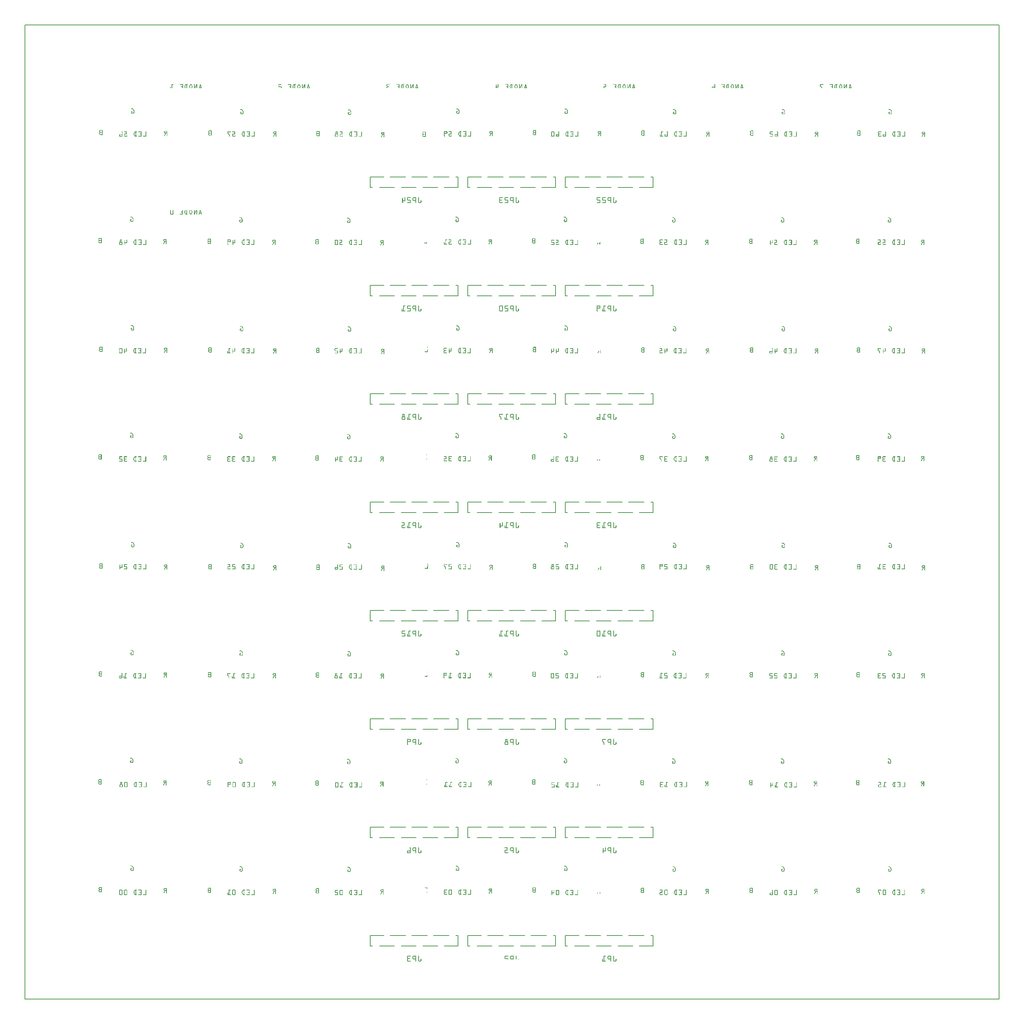
<source format=gbo>
G04 MADE WITH FRITZING*
G04 WWW.FRITZING.ORG*
G04 DOUBLE SIDED*
G04 HOLES PLATED*
G04 CONTOUR ON CENTER OF CONTOUR VECTOR*
%ASAXBY*%
%FSLAX23Y23*%
%MOIN*%
%OFA0B0*%
%SFA1.0B1.0*%
%ADD10R,9.000000X9.000000X8.984000X8.984000*%
%ADD11C,0.008000*%
%ADD12C,0.005000*%
%ADD13R,0.001000X0.001000*%
%LNSILK0*%
G90*
G70*
G54D11*
X4Y8996D02*
X8996Y8996D01*
X8996Y4D01*
X4Y4D01*
X4Y8996D01*
D02*
G54D12*
X4001Y7592D02*
X4001Y7494D01*
D02*
X3193Y7494D02*
X3193Y7592D01*
D02*
X3980Y7592D02*
X4001Y7592D01*
D02*
X3193Y7592D02*
X3318Y7592D01*
D02*
X3213Y7494D02*
X3193Y7494D01*
D02*
X4001Y7494D02*
X3875Y7494D01*
D02*
X3775Y7592D02*
X3919Y7592D01*
D02*
X3575Y7592D02*
X3719Y7592D01*
D02*
X3375Y7592D02*
X3519Y7592D01*
D02*
X3816Y7494D02*
X3678Y7494D01*
D02*
X3616Y7494D02*
X3478Y7494D01*
D02*
X3416Y7494D02*
X3278Y7494D01*
D02*
X4901Y7592D02*
X4901Y7494D01*
D02*
X4093Y7494D02*
X4093Y7592D01*
D02*
X4880Y7592D02*
X4901Y7592D01*
D02*
X4093Y7592D02*
X4218Y7592D01*
D02*
X4113Y7494D02*
X4093Y7494D01*
D02*
X4901Y7494D02*
X4775Y7494D01*
D02*
X4675Y7592D02*
X4819Y7592D01*
D02*
X4475Y7592D02*
X4619Y7592D01*
D02*
X4275Y7592D02*
X4419Y7592D01*
D02*
X4716Y7494D02*
X4578Y7494D01*
D02*
X4516Y7494D02*
X4378Y7494D01*
D02*
X4316Y7494D02*
X4178Y7494D01*
D02*
X5801Y7592D02*
X5801Y7494D01*
D02*
X4993Y7494D02*
X4993Y7592D01*
D02*
X5780Y7592D02*
X5801Y7592D01*
D02*
X4993Y7592D02*
X5118Y7592D01*
D02*
X5013Y7494D02*
X4993Y7494D01*
D02*
X5801Y7494D02*
X5675Y7494D01*
D02*
X5575Y7592D02*
X5719Y7592D01*
D02*
X5375Y7592D02*
X5519Y7592D01*
D02*
X5175Y7592D02*
X5319Y7592D01*
D02*
X5616Y7494D02*
X5478Y7494D01*
D02*
X5416Y7494D02*
X5278Y7494D01*
D02*
X5216Y7494D02*
X5078Y7494D01*
D02*
X4001Y6592D02*
X4001Y6494D01*
D02*
X3193Y6494D02*
X3193Y6592D01*
D02*
X3980Y6592D02*
X4001Y6592D01*
D02*
X3193Y6592D02*
X3318Y6592D01*
D02*
X3213Y6494D02*
X3193Y6494D01*
D02*
X4001Y6494D02*
X3875Y6494D01*
D02*
X3775Y6592D02*
X3919Y6592D01*
D02*
X3575Y6592D02*
X3719Y6592D01*
D02*
X3375Y6592D02*
X3519Y6592D01*
D02*
X3816Y6494D02*
X3678Y6494D01*
D02*
X3616Y6494D02*
X3478Y6494D01*
D02*
X3416Y6494D02*
X3278Y6494D01*
D02*
X4901Y6592D02*
X4901Y6494D01*
D02*
X4093Y6494D02*
X4093Y6592D01*
D02*
X4880Y6592D02*
X4901Y6592D01*
D02*
X4093Y6592D02*
X4218Y6592D01*
D02*
X4113Y6494D02*
X4093Y6494D01*
D02*
X4901Y6494D02*
X4775Y6494D01*
D02*
X4675Y6592D02*
X4819Y6592D01*
D02*
X4475Y6592D02*
X4619Y6592D01*
D02*
X4275Y6592D02*
X4419Y6592D01*
D02*
X4716Y6494D02*
X4578Y6494D01*
D02*
X4516Y6494D02*
X4378Y6494D01*
D02*
X4316Y6494D02*
X4178Y6494D01*
D02*
X5801Y6592D02*
X5801Y6494D01*
D02*
X4993Y6494D02*
X4993Y6592D01*
D02*
X5780Y6592D02*
X5801Y6592D01*
D02*
X4993Y6592D02*
X5118Y6592D01*
D02*
X5013Y6494D02*
X4993Y6494D01*
D02*
X5801Y6494D02*
X5675Y6494D01*
D02*
X5575Y6592D02*
X5719Y6592D01*
D02*
X5375Y6592D02*
X5519Y6592D01*
D02*
X5175Y6592D02*
X5319Y6592D01*
D02*
X5616Y6494D02*
X5478Y6494D01*
D02*
X5416Y6494D02*
X5278Y6494D01*
D02*
X5216Y6494D02*
X5078Y6494D01*
D02*
X4001Y5592D02*
X4001Y5494D01*
D02*
X3193Y5494D02*
X3193Y5592D01*
D02*
X3980Y5592D02*
X4001Y5592D01*
D02*
X3193Y5592D02*
X3318Y5592D01*
D02*
X3213Y5494D02*
X3193Y5494D01*
D02*
X4001Y5494D02*
X3875Y5494D01*
D02*
X3775Y5592D02*
X3919Y5592D01*
D02*
X3575Y5592D02*
X3719Y5592D01*
D02*
X3375Y5592D02*
X3519Y5592D01*
D02*
X3816Y5494D02*
X3678Y5494D01*
D02*
X3616Y5494D02*
X3478Y5494D01*
D02*
X3416Y5494D02*
X3278Y5494D01*
D02*
X4901Y5592D02*
X4901Y5494D01*
D02*
X4093Y5494D02*
X4093Y5592D01*
D02*
X4880Y5592D02*
X4901Y5592D01*
D02*
X4093Y5592D02*
X4218Y5592D01*
D02*
X4113Y5494D02*
X4093Y5494D01*
D02*
X4901Y5494D02*
X4775Y5494D01*
D02*
X4675Y5592D02*
X4819Y5592D01*
D02*
X4475Y5592D02*
X4619Y5592D01*
D02*
X4275Y5592D02*
X4419Y5592D01*
D02*
X4716Y5494D02*
X4578Y5494D01*
D02*
X4516Y5494D02*
X4378Y5494D01*
D02*
X4316Y5494D02*
X4178Y5494D01*
D02*
X5801Y5592D02*
X5801Y5494D01*
D02*
X4993Y5494D02*
X4993Y5592D01*
D02*
X5780Y5592D02*
X5801Y5592D01*
D02*
X4993Y5592D02*
X5118Y5592D01*
D02*
X5013Y5494D02*
X4993Y5494D01*
D02*
X5801Y5494D02*
X5675Y5494D01*
D02*
X5575Y5592D02*
X5719Y5592D01*
D02*
X5375Y5592D02*
X5519Y5592D01*
D02*
X5175Y5592D02*
X5319Y5592D01*
D02*
X5616Y5494D02*
X5478Y5494D01*
D02*
X5416Y5494D02*
X5278Y5494D01*
D02*
X5216Y5494D02*
X5078Y5494D01*
D02*
X4001Y4592D02*
X4001Y4494D01*
D02*
X3193Y4494D02*
X3193Y4592D01*
D02*
X3980Y4592D02*
X4001Y4592D01*
D02*
X3193Y4592D02*
X3318Y4592D01*
D02*
X3213Y4494D02*
X3193Y4494D01*
D02*
X4001Y4494D02*
X3875Y4494D01*
D02*
X3775Y4592D02*
X3919Y4592D01*
D02*
X3575Y4592D02*
X3719Y4592D01*
D02*
X3375Y4592D02*
X3519Y4592D01*
D02*
X3816Y4494D02*
X3678Y4494D01*
D02*
X3616Y4494D02*
X3478Y4494D01*
D02*
X3416Y4494D02*
X3278Y4494D01*
D02*
X4901Y4592D02*
X4901Y4494D01*
D02*
X4093Y4494D02*
X4093Y4592D01*
D02*
X4880Y4592D02*
X4901Y4592D01*
D02*
X4093Y4592D02*
X4218Y4592D01*
D02*
X4113Y4494D02*
X4093Y4494D01*
D02*
X4901Y4494D02*
X4775Y4494D01*
D02*
X4675Y4592D02*
X4819Y4592D01*
D02*
X4475Y4592D02*
X4619Y4592D01*
D02*
X4275Y4592D02*
X4419Y4592D01*
D02*
X4716Y4494D02*
X4578Y4494D01*
D02*
X4516Y4494D02*
X4378Y4494D01*
D02*
X4316Y4494D02*
X4178Y4494D01*
D02*
X5801Y4592D02*
X5801Y4494D01*
D02*
X4993Y4494D02*
X4993Y4592D01*
D02*
X5780Y4592D02*
X5801Y4592D01*
D02*
X4993Y4592D02*
X5118Y4592D01*
D02*
X5013Y4494D02*
X4993Y4494D01*
D02*
X5801Y4494D02*
X5675Y4494D01*
D02*
X5575Y4592D02*
X5719Y4592D01*
D02*
X5375Y4592D02*
X5519Y4592D01*
D02*
X5175Y4592D02*
X5319Y4592D01*
D02*
X5616Y4494D02*
X5478Y4494D01*
D02*
X5416Y4494D02*
X5278Y4494D01*
D02*
X5216Y4494D02*
X5078Y4494D01*
D02*
X4001Y3592D02*
X4001Y3494D01*
D02*
X3193Y3494D02*
X3193Y3592D01*
D02*
X3980Y3592D02*
X4001Y3592D01*
D02*
X3193Y3592D02*
X3318Y3592D01*
D02*
X3213Y3494D02*
X3193Y3494D01*
D02*
X4001Y3494D02*
X3875Y3494D01*
D02*
X3775Y3592D02*
X3919Y3592D01*
D02*
X3575Y3592D02*
X3719Y3592D01*
D02*
X3375Y3592D02*
X3519Y3592D01*
D02*
X3816Y3494D02*
X3678Y3494D01*
D02*
X3616Y3494D02*
X3478Y3494D01*
D02*
X3416Y3494D02*
X3278Y3494D01*
D02*
X4901Y3592D02*
X4901Y3494D01*
D02*
X4093Y3494D02*
X4093Y3592D01*
D02*
X4880Y3592D02*
X4901Y3592D01*
D02*
X4093Y3592D02*
X4218Y3592D01*
D02*
X4113Y3494D02*
X4093Y3494D01*
D02*
X4901Y3494D02*
X4775Y3494D01*
D02*
X4675Y3592D02*
X4819Y3592D01*
D02*
X4475Y3592D02*
X4619Y3592D01*
D02*
X4275Y3592D02*
X4419Y3592D01*
D02*
X4716Y3494D02*
X4578Y3494D01*
D02*
X4516Y3494D02*
X4378Y3494D01*
D02*
X4316Y3494D02*
X4178Y3494D01*
D02*
X5801Y3592D02*
X5801Y3494D01*
D02*
X4993Y3494D02*
X4993Y3592D01*
D02*
X5780Y3592D02*
X5801Y3592D01*
D02*
X4993Y3592D02*
X5118Y3592D01*
D02*
X5013Y3494D02*
X4993Y3494D01*
D02*
X5801Y3494D02*
X5675Y3494D01*
D02*
X5575Y3592D02*
X5719Y3592D01*
D02*
X5375Y3592D02*
X5519Y3592D01*
D02*
X5175Y3592D02*
X5319Y3592D01*
D02*
X5616Y3494D02*
X5478Y3494D01*
D02*
X5416Y3494D02*
X5278Y3494D01*
D02*
X5216Y3494D02*
X5078Y3494D01*
D02*
X4001Y2592D02*
X4001Y2494D01*
D02*
X3193Y2494D02*
X3193Y2592D01*
D02*
X3980Y2592D02*
X4001Y2592D01*
D02*
X3193Y2592D02*
X3318Y2592D01*
D02*
X3213Y2494D02*
X3193Y2494D01*
D02*
X4001Y2494D02*
X3875Y2494D01*
D02*
X3775Y2592D02*
X3919Y2592D01*
D02*
X3575Y2592D02*
X3719Y2592D01*
D02*
X3375Y2592D02*
X3519Y2592D01*
D02*
X3816Y2494D02*
X3678Y2494D01*
D02*
X3616Y2494D02*
X3478Y2494D01*
D02*
X3416Y2494D02*
X3278Y2494D01*
D02*
X4901Y2592D02*
X4901Y2494D01*
D02*
X4093Y2494D02*
X4093Y2592D01*
D02*
X4880Y2592D02*
X4901Y2592D01*
D02*
X4093Y2592D02*
X4218Y2592D01*
D02*
X4113Y2494D02*
X4093Y2494D01*
D02*
X4901Y2494D02*
X4775Y2494D01*
D02*
X4675Y2592D02*
X4819Y2592D01*
D02*
X4475Y2592D02*
X4619Y2592D01*
D02*
X4275Y2592D02*
X4419Y2592D01*
D02*
X4716Y2494D02*
X4578Y2494D01*
D02*
X4516Y2494D02*
X4378Y2494D01*
D02*
X4316Y2494D02*
X4178Y2494D01*
D02*
X5801Y2592D02*
X5801Y2494D01*
D02*
X4993Y2494D02*
X4993Y2592D01*
D02*
X5780Y2592D02*
X5801Y2592D01*
D02*
X4993Y2592D02*
X5118Y2592D01*
D02*
X5013Y2494D02*
X4993Y2494D01*
D02*
X5801Y2494D02*
X5675Y2494D01*
D02*
X5575Y2592D02*
X5719Y2592D01*
D02*
X5375Y2592D02*
X5519Y2592D01*
D02*
X5175Y2592D02*
X5319Y2592D01*
D02*
X5616Y2494D02*
X5478Y2494D01*
D02*
X5416Y2494D02*
X5278Y2494D01*
D02*
X5216Y2494D02*
X5078Y2494D01*
D02*
X4001Y1592D02*
X4001Y1494D01*
D02*
X3193Y1494D02*
X3193Y1592D01*
D02*
X3980Y1592D02*
X4001Y1592D01*
D02*
X3193Y1592D02*
X3318Y1592D01*
D02*
X3213Y1494D02*
X3193Y1494D01*
D02*
X4001Y1494D02*
X3875Y1494D01*
D02*
X3775Y1592D02*
X3919Y1592D01*
D02*
X3575Y1592D02*
X3719Y1592D01*
D02*
X3375Y1592D02*
X3519Y1592D01*
D02*
X3816Y1494D02*
X3678Y1494D01*
D02*
X3616Y1494D02*
X3478Y1494D01*
D02*
X3416Y1494D02*
X3278Y1494D01*
D02*
X4901Y1592D02*
X4901Y1494D01*
D02*
X4093Y1494D02*
X4093Y1592D01*
D02*
X4880Y1592D02*
X4901Y1592D01*
D02*
X4093Y1592D02*
X4218Y1592D01*
D02*
X4113Y1494D02*
X4093Y1494D01*
D02*
X4901Y1494D02*
X4775Y1494D01*
D02*
X4675Y1592D02*
X4819Y1592D01*
D02*
X4475Y1592D02*
X4619Y1592D01*
D02*
X4275Y1592D02*
X4419Y1592D01*
D02*
X4716Y1494D02*
X4578Y1494D01*
D02*
X4516Y1494D02*
X4378Y1494D01*
D02*
X4316Y1494D02*
X4178Y1494D01*
D02*
X5801Y1592D02*
X5801Y1494D01*
D02*
X4993Y1494D02*
X4993Y1592D01*
D02*
X5780Y1592D02*
X5801Y1592D01*
D02*
X4993Y1592D02*
X5118Y1592D01*
D02*
X5013Y1494D02*
X4993Y1494D01*
D02*
X5801Y1494D02*
X5675Y1494D01*
D02*
X5575Y1592D02*
X5719Y1592D01*
D02*
X5375Y1592D02*
X5519Y1592D01*
D02*
X5175Y1592D02*
X5319Y1592D01*
D02*
X5616Y1494D02*
X5478Y1494D01*
D02*
X5416Y1494D02*
X5278Y1494D01*
D02*
X5216Y1494D02*
X5078Y1494D01*
D02*
X4001Y592D02*
X4001Y494D01*
D02*
X3193Y494D02*
X3193Y592D01*
D02*
X3980Y592D02*
X4001Y592D01*
D02*
X3193Y592D02*
X3318Y592D01*
D02*
X3213Y494D02*
X3193Y494D01*
D02*
X4001Y494D02*
X3875Y494D01*
D02*
X3775Y592D02*
X3919Y592D01*
D02*
X3575Y592D02*
X3719Y592D01*
D02*
X3375Y592D02*
X3519Y592D01*
D02*
X3816Y494D02*
X3678Y494D01*
D02*
X3616Y494D02*
X3478Y494D01*
D02*
X3416Y494D02*
X3278Y494D01*
D02*
X4901Y592D02*
X4901Y494D01*
D02*
X4093Y494D02*
X4093Y592D01*
D02*
X4880Y592D02*
X4901Y592D01*
D02*
X4093Y592D02*
X4218Y592D01*
D02*
X4113Y494D02*
X4093Y494D01*
D02*
X4901Y494D02*
X4775Y494D01*
D02*
X4675Y592D02*
X4819Y592D01*
D02*
X4475Y592D02*
X4619Y592D01*
D02*
X4275Y592D02*
X4419Y592D01*
D02*
X4716Y494D02*
X4578Y494D01*
D02*
X4516Y494D02*
X4378Y494D01*
D02*
X4316Y494D02*
X4178Y494D01*
D02*
X5801Y592D02*
X5801Y494D01*
D02*
X4993Y494D02*
X4993Y592D01*
D02*
X5780Y592D02*
X5801Y592D01*
D02*
X4993Y592D02*
X5118Y592D01*
D02*
X5013Y494D02*
X4993Y494D01*
D02*
X5801Y494D02*
X5675Y494D01*
D02*
X5575Y592D02*
X5719Y592D01*
D02*
X5375Y592D02*
X5519Y592D01*
D02*
X5175Y592D02*
X5319Y592D01*
D02*
X5616Y494D02*
X5478Y494D01*
D02*
X5416Y494D02*
X5278Y494D01*
D02*
X5216Y494D02*
X5078Y494D01*
G54D13*
X3347Y8449D02*
X3371Y8449D01*
X3433Y8449D02*
X3460Y8449D01*
X3488Y8449D02*
X3503Y8449D01*
X3531Y8449D02*
X3536Y8449D01*
X3564Y8449D02*
X3567Y8449D01*
X3585Y8449D02*
X3592Y8449D01*
X3620Y8449D02*
X3623Y8449D01*
X4372Y8449D02*
X4374Y8449D01*
X4437Y8449D02*
X4465Y8449D01*
X4492Y8449D02*
X4507Y8449D01*
X4535Y8449D02*
X4540Y8449D01*
X4568Y8449D02*
X4571Y8449D01*
X4589Y8449D02*
X4596Y8449D01*
X4624Y8449D02*
X4626Y8449D01*
X5346Y8449D02*
X5368Y8449D01*
X5434Y8449D02*
X5462Y8449D01*
X5489Y8449D02*
X5505Y8449D01*
X5532Y8449D02*
X5538Y8449D01*
X5565Y8449D02*
X5568Y8449D01*
X5586Y8449D02*
X5594Y8449D01*
X5621Y8449D02*
X5624Y8449D01*
X6366Y8449D02*
X6372Y8449D01*
X6433Y8449D02*
X6461Y8449D01*
X6488Y8449D02*
X6503Y8449D01*
X6532Y8449D02*
X6536Y8449D01*
X6564Y8449D02*
X6567Y8449D01*
X6585Y8449D02*
X6592Y8449D01*
X6620Y8449D02*
X6622Y8449D01*
X1359Y8448D02*
X1374Y8448D01*
X1436Y8448D02*
X1463Y8448D01*
X1491Y8448D02*
X1506Y8448D01*
X1534Y8448D02*
X1538Y8448D01*
X1567Y8448D02*
X1569Y8448D01*
X1587Y8448D02*
X1595Y8448D01*
X1623Y8448D02*
X1625Y8448D01*
X3346Y8448D02*
X3372Y8448D01*
X3432Y8448D02*
X3460Y8448D01*
X3486Y8448D02*
X3504Y8448D01*
X3530Y8448D02*
X3538Y8448D01*
X3563Y8448D02*
X3568Y8448D01*
X3584Y8448D02*
X3592Y8448D01*
X3619Y8448D02*
X3624Y8448D01*
X4371Y8448D02*
X4375Y8448D01*
X4436Y8448D02*
X4465Y8448D01*
X4490Y8448D02*
X4508Y8448D01*
X4533Y8448D02*
X4542Y8448D01*
X4567Y8448D02*
X4571Y8448D01*
X4588Y8448D02*
X4596Y8448D01*
X4623Y8448D02*
X4627Y8448D01*
X5345Y8448D02*
X5368Y8448D01*
X5433Y8448D02*
X5462Y8448D01*
X5487Y8448D02*
X5505Y8448D01*
X5531Y8448D02*
X5540Y8448D01*
X5565Y8448D02*
X5569Y8448D01*
X5586Y8448D02*
X5594Y8448D01*
X5621Y8448D02*
X5625Y8448D01*
X6366Y8448D02*
X6373Y8448D01*
X6432Y8448D02*
X6461Y8448D01*
X6486Y8448D02*
X6504Y8448D01*
X6530Y8448D02*
X6538Y8448D01*
X6563Y8448D02*
X6568Y8448D01*
X6584Y8448D02*
X6592Y8448D01*
X6619Y8448D02*
X6623Y8448D01*
X7343Y8448D02*
X7372Y8448D01*
X7432Y8448D02*
X7460Y8448D01*
X7487Y8448D02*
X7503Y8448D01*
X7530Y8448D02*
X7536Y8448D01*
X7563Y8448D02*
X7567Y8448D01*
X7584Y8448D02*
X7592Y8448D01*
X7619Y8448D02*
X7622Y8448D01*
X1359Y8447D02*
X1375Y8447D01*
X1435Y8447D02*
X1463Y8447D01*
X1489Y8447D02*
X1507Y8447D01*
X1532Y8447D02*
X1540Y8447D01*
X1566Y8447D02*
X1570Y8447D01*
X1587Y8447D02*
X1595Y8447D01*
X1622Y8447D02*
X1626Y8447D01*
X2347Y8447D02*
X2372Y8447D01*
X2432Y8447D02*
X2461Y8447D01*
X2487Y8447D02*
X2503Y8447D01*
X2531Y8447D02*
X2536Y8447D01*
X2564Y8447D02*
X2567Y8447D01*
X2585Y8447D02*
X2592Y8447D01*
X2620Y8447D02*
X2623Y8447D01*
X3345Y8447D02*
X3373Y8447D01*
X3431Y8447D02*
X3460Y8447D01*
X3485Y8447D02*
X3504Y8447D01*
X3528Y8447D02*
X3539Y8447D01*
X3563Y8447D02*
X3568Y8447D01*
X3584Y8447D02*
X3592Y8447D01*
X3619Y8447D02*
X3624Y8447D01*
X4370Y8447D02*
X4375Y8447D01*
X4435Y8447D02*
X4465Y8447D01*
X4489Y8447D02*
X4508Y8447D01*
X4532Y8447D02*
X4543Y8447D01*
X4567Y8447D02*
X4572Y8447D01*
X4588Y8447D02*
X4596Y8447D01*
X4623Y8447D02*
X4628Y8447D01*
X5345Y8447D02*
X5368Y8447D01*
X5433Y8447D02*
X5462Y8447D01*
X5486Y8447D02*
X5506Y8447D01*
X5530Y8447D02*
X5541Y8447D01*
X5564Y8447D02*
X5569Y8447D01*
X5585Y8447D02*
X5594Y8447D01*
X5620Y8447D02*
X5626Y8447D01*
X6365Y8447D02*
X6373Y8447D01*
X6432Y8447D02*
X6461Y8447D01*
X6485Y8447D02*
X6504Y8447D01*
X6529Y8447D02*
X6539Y8447D01*
X6563Y8447D02*
X6568Y8447D01*
X6584Y8447D02*
X6592Y8447D01*
X6619Y8447D02*
X6624Y8447D01*
X7343Y8447D02*
X7372Y8447D01*
X7431Y8447D02*
X7460Y8447D01*
X7485Y8447D02*
X7504Y8447D01*
X7529Y8447D02*
X7538Y8447D01*
X7563Y8447D02*
X7567Y8447D01*
X7584Y8447D02*
X7592Y8447D01*
X7618Y8447D02*
X7623Y8447D01*
X1359Y8446D02*
X1376Y8446D01*
X1434Y8446D02*
X1463Y8446D01*
X1488Y8446D02*
X1507Y8446D01*
X1531Y8446D02*
X1542Y8446D01*
X1566Y8446D02*
X1571Y8446D01*
X1587Y8446D02*
X1595Y8446D01*
X1621Y8446D02*
X1626Y8446D01*
X2346Y8446D02*
X2373Y8446D01*
X2432Y8446D02*
X2461Y8446D01*
X2486Y8446D02*
X2504Y8446D01*
X2529Y8446D02*
X2538Y8446D01*
X2563Y8446D02*
X2568Y8446D01*
X2584Y8446D02*
X2592Y8446D01*
X2619Y8446D02*
X2623Y8446D01*
X3344Y8446D02*
X3373Y8446D01*
X3431Y8446D02*
X3460Y8446D01*
X3484Y8446D02*
X3504Y8446D01*
X3528Y8446D02*
X3540Y8446D01*
X3563Y8446D02*
X3568Y8446D01*
X3584Y8446D02*
X3592Y8446D01*
X3619Y8446D02*
X3624Y8446D01*
X4370Y8446D02*
X4376Y8446D01*
X4435Y8446D02*
X4465Y8446D01*
X4488Y8446D02*
X4508Y8446D01*
X4531Y8446D02*
X4544Y8446D01*
X4567Y8446D02*
X4572Y8446D01*
X4587Y8446D02*
X4596Y8446D01*
X4622Y8446D02*
X4628Y8446D01*
X5345Y8446D02*
X5368Y8446D01*
X5433Y8446D02*
X5462Y8446D01*
X5485Y8446D02*
X5506Y8446D01*
X5529Y8446D02*
X5541Y8446D01*
X5564Y8446D02*
X5569Y8446D01*
X5585Y8446D02*
X5594Y8446D01*
X5620Y8446D02*
X5626Y8446D01*
X6365Y8446D02*
X6373Y8446D01*
X6432Y8446D02*
X6461Y8446D01*
X6484Y8446D02*
X6504Y8446D01*
X6528Y8446D02*
X6540Y8446D01*
X6563Y8446D02*
X6568Y8446D01*
X6584Y8446D02*
X6592Y8446D01*
X6619Y8446D02*
X6624Y8446D01*
X7343Y8446D02*
X7373Y8446D01*
X7431Y8446D02*
X7460Y8446D01*
X7484Y8446D02*
X7504Y8446D01*
X7528Y8446D02*
X7539Y8446D01*
X7562Y8446D02*
X7567Y8446D01*
X7583Y8446D02*
X7592Y8446D01*
X7618Y8446D02*
X7623Y8446D01*
X1359Y8445D02*
X1376Y8445D01*
X1434Y8445D02*
X1463Y8445D01*
X1487Y8445D02*
X1507Y8445D01*
X1530Y8445D02*
X1542Y8445D01*
X1566Y8445D02*
X1571Y8445D01*
X1586Y8445D02*
X1595Y8445D01*
X1621Y8445D02*
X1627Y8445D01*
X2345Y8445D02*
X2373Y8445D01*
X2431Y8445D02*
X2461Y8445D01*
X2485Y8445D02*
X2504Y8445D01*
X2528Y8445D02*
X2539Y8445D01*
X2563Y8445D02*
X2568Y8445D01*
X2584Y8445D02*
X2592Y8445D01*
X2619Y8445D02*
X2624Y8445D01*
X3344Y8445D02*
X3372Y8445D01*
X3432Y8445D02*
X3460Y8445D01*
X3483Y8445D02*
X3504Y8445D01*
X3527Y8445D02*
X3540Y8445D01*
X3563Y8445D02*
X3568Y8445D01*
X3583Y8445D02*
X3592Y8445D01*
X3618Y8445D02*
X3625Y8445D01*
X4370Y8445D02*
X4376Y8445D01*
X4436Y8445D02*
X4465Y8445D01*
X4487Y8445D02*
X4508Y8445D01*
X4531Y8445D02*
X4544Y8445D01*
X4567Y8445D02*
X4572Y8445D01*
X4587Y8445D02*
X4596Y8445D01*
X4622Y8445D02*
X4628Y8445D01*
X5345Y8445D02*
X5368Y8445D01*
X5433Y8445D02*
X5462Y8445D01*
X5484Y8445D02*
X5505Y8445D01*
X5528Y8445D02*
X5542Y8445D01*
X5564Y8445D02*
X5569Y8445D01*
X5584Y8445D02*
X5594Y8445D01*
X5620Y8445D02*
X5626Y8445D01*
X6365Y8445D02*
X6373Y8445D01*
X6432Y8445D02*
X6461Y8445D01*
X6483Y8445D02*
X6504Y8445D01*
X6527Y8445D02*
X6540Y8445D01*
X6563Y8445D02*
X6568Y8445D01*
X6583Y8445D02*
X6592Y8445D01*
X6618Y8445D02*
X6624Y8445D01*
X7343Y8445D02*
X7373Y8445D01*
X7431Y8445D02*
X7460Y8445D01*
X7483Y8445D02*
X7504Y8445D01*
X7527Y8445D02*
X7539Y8445D01*
X7562Y8445D02*
X7567Y8445D01*
X7583Y8445D02*
X7592Y8445D01*
X7618Y8445D02*
X7624Y8445D01*
X1359Y8444D02*
X1375Y8444D01*
X1435Y8444D02*
X1463Y8444D01*
X1486Y8444D02*
X1507Y8444D01*
X1530Y8444D02*
X1543Y8444D01*
X1566Y8444D02*
X1571Y8444D01*
X1586Y8444D02*
X1595Y8444D01*
X1621Y8444D02*
X1627Y8444D01*
X2344Y8444D02*
X2373Y8444D01*
X2431Y8444D02*
X2461Y8444D01*
X2484Y8444D02*
X2504Y8444D01*
X2527Y8444D02*
X2540Y8444D01*
X2563Y8444D02*
X2568Y8444D01*
X2583Y8444D02*
X2592Y8444D01*
X2618Y8444D02*
X2624Y8444D01*
X3343Y8444D02*
X3371Y8444D01*
X3432Y8444D02*
X3460Y8444D01*
X3483Y8444D02*
X3503Y8444D01*
X3526Y8444D02*
X3541Y8444D01*
X3563Y8444D02*
X3568Y8444D01*
X3583Y8444D02*
X3592Y8444D01*
X3618Y8444D02*
X3625Y8444D01*
X4354Y8444D02*
X4356Y8444D01*
X4370Y8444D02*
X4376Y8444D01*
X4437Y8444D02*
X4465Y8444D01*
X4487Y8444D02*
X4507Y8444D01*
X4530Y8444D02*
X4545Y8444D01*
X4567Y8444D02*
X4572Y8444D01*
X4586Y8444D02*
X4596Y8444D01*
X4622Y8444D02*
X4629Y8444D01*
X5346Y8444D02*
X5368Y8444D01*
X5434Y8444D02*
X5462Y8444D01*
X5484Y8444D02*
X5504Y8444D01*
X5528Y8444D02*
X5542Y8444D01*
X5564Y8444D02*
X5569Y8444D01*
X5584Y8444D02*
X5594Y8444D01*
X5619Y8444D02*
X5626Y8444D01*
X6366Y8444D02*
X6373Y8444D01*
X6433Y8444D02*
X6461Y8444D01*
X6483Y8444D02*
X6503Y8444D01*
X6527Y8444D02*
X6541Y8444D01*
X6563Y8444D02*
X6568Y8444D01*
X6583Y8444D02*
X6592Y8444D01*
X6618Y8444D02*
X6625Y8444D01*
X7343Y8444D02*
X7373Y8444D01*
X7432Y8444D02*
X7460Y8444D01*
X7483Y8444D02*
X7503Y8444D01*
X7526Y8444D02*
X7540Y8444D01*
X7562Y8444D02*
X7567Y8444D01*
X7582Y8444D02*
X7592Y8444D01*
X7618Y8444D02*
X7624Y8444D01*
X1359Y8443D02*
X1375Y8443D01*
X1435Y8443D02*
X1463Y8443D01*
X1485Y8443D02*
X1506Y8443D01*
X1529Y8443D02*
X1544Y8443D01*
X1566Y8443D02*
X1571Y8443D01*
X1585Y8443D02*
X1595Y8443D01*
X1621Y8443D02*
X1627Y8443D01*
X2344Y8443D02*
X2372Y8443D01*
X2432Y8443D02*
X2461Y8443D01*
X2483Y8443D02*
X2504Y8443D01*
X2527Y8443D02*
X2540Y8443D01*
X2563Y8443D02*
X2568Y8443D01*
X2583Y8443D02*
X2592Y8443D01*
X2618Y8443D02*
X2624Y8443D01*
X3343Y8443D02*
X3349Y8443D01*
X3455Y8443D02*
X3460Y8443D01*
X3482Y8443D02*
X3489Y8443D01*
X3493Y8443D02*
X3498Y8443D01*
X3526Y8443D02*
X3532Y8443D01*
X3535Y8443D02*
X3541Y8443D01*
X3563Y8443D02*
X3568Y8443D01*
X3582Y8443D02*
X3592Y8443D01*
X3618Y8443D02*
X3625Y8443D01*
X4353Y8443D02*
X4357Y8443D01*
X4370Y8443D02*
X4376Y8443D01*
X4459Y8443D02*
X4465Y8443D01*
X4486Y8443D02*
X4492Y8443D01*
X4497Y8443D02*
X4502Y8443D01*
X4530Y8443D02*
X4536Y8443D01*
X4539Y8443D02*
X4545Y8443D01*
X4567Y8443D02*
X4572Y8443D01*
X4586Y8443D02*
X4596Y8443D01*
X4621Y8443D02*
X4629Y8443D01*
X5363Y8443D02*
X5368Y8443D01*
X5457Y8443D02*
X5462Y8443D01*
X5483Y8443D02*
X5490Y8443D01*
X5495Y8443D02*
X5500Y8443D01*
X5527Y8443D02*
X5533Y8443D01*
X5537Y8443D02*
X5543Y8443D01*
X5564Y8443D02*
X5569Y8443D01*
X5584Y8443D02*
X5594Y8443D01*
X5619Y8443D02*
X5627Y8443D01*
X6368Y8443D02*
X6373Y8443D01*
X6456Y8443D02*
X6461Y8443D01*
X6482Y8443D02*
X6489Y8443D01*
X6493Y8443D02*
X6499Y8443D01*
X6526Y8443D02*
X6532Y8443D01*
X6535Y8443D02*
X6541Y8443D01*
X6563Y8443D02*
X6568Y8443D01*
X6582Y8443D02*
X6592Y8443D01*
X6618Y8443D02*
X6625Y8443D01*
X7343Y8443D02*
X7373Y8443D01*
X7433Y8443D02*
X7460Y8443D01*
X7482Y8443D02*
X7502Y8443D01*
X7526Y8443D02*
X7541Y8443D01*
X7562Y8443D02*
X7567Y8443D01*
X7582Y8443D02*
X7592Y8443D01*
X7617Y8443D02*
X7624Y8443D01*
X1359Y8442D02*
X1364Y8442D01*
X1458Y8442D02*
X1463Y8442D01*
X1485Y8442D02*
X1491Y8442D01*
X1496Y8442D02*
X1501Y8442D01*
X1529Y8442D02*
X1535Y8442D01*
X1538Y8442D02*
X1544Y8442D01*
X1566Y8442D02*
X1571Y8442D01*
X1585Y8442D02*
X1595Y8442D01*
X1620Y8442D02*
X1628Y8442D01*
X2344Y8442D02*
X2371Y8442D01*
X2433Y8442D02*
X2461Y8442D01*
X2483Y8442D02*
X2503Y8442D01*
X2526Y8442D02*
X2541Y8442D01*
X2563Y8442D02*
X2568Y8442D01*
X2582Y8442D02*
X2592Y8442D01*
X2618Y8442D02*
X2625Y8442D01*
X3343Y8442D02*
X3349Y8442D01*
X3455Y8442D02*
X3460Y8442D01*
X3482Y8442D02*
X3488Y8442D01*
X3493Y8442D02*
X3498Y8442D01*
X3526Y8442D02*
X3531Y8442D01*
X3536Y8442D02*
X3542Y8442D01*
X3563Y8442D02*
X3568Y8442D01*
X3582Y8442D02*
X3592Y8442D01*
X3618Y8442D02*
X3625Y8442D01*
X4352Y8442D02*
X4357Y8442D01*
X4370Y8442D02*
X4376Y8442D01*
X4459Y8442D02*
X4465Y8442D01*
X4486Y8442D02*
X4492Y8442D01*
X4497Y8442D02*
X4502Y8442D01*
X4529Y8442D02*
X4535Y8442D01*
X4540Y8442D02*
X4546Y8442D01*
X4567Y8442D02*
X4572Y8442D01*
X4586Y8442D02*
X4596Y8442D01*
X4621Y8442D02*
X4629Y8442D01*
X5363Y8442D02*
X5368Y8442D01*
X5457Y8442D02*
X5462Y8442D01*
X5483Y8442D02*
X5489Y8442D01*
X5495Y8442D02*
X5500Y8442D01*
X5527Y8442D02*
X5533Y8442D01*
X5537Y8442D02*
X5543Y8442D01*
X5564Y8442D02*
X5569Y8442D01*
X5583Y8442D02*
X5594Y8442D01*
X5619Y8442D02*
X5627Y8442D01*
X6368Y8442D02*
X6373Y8442D01*
X6456Y8442D02*
X6461Y8442D01*
X6482Y8442D02*
X6488Y8442D01*
X6493Y8442D02*
X6499Y8442D01*
X6526Y8442D02*
X6532Y8442D01*
X6536Y8442D02*
X6542Y8442D01*
X6563Y8442D02*
X6568Y8442D01*
X6582Y8442D02*
X6592Y8442D01*
X6617Y8442D02*
X6625Y8442D01*
X7343Y8442D02*
X7349Y8442D01*
X7368Y8442D02*
X7372Y8442D01*
X7455Y8442D02*
X7460Y8442D01*
X7482Y8442D02*
X7488Y8442D01*
X7493Y8442D02*
X7498Y8442D01*
X7525Y8442D02*
X7531Y8442D01*
X7535Y8442D02*
X7541Y8442D01*
X7562Y8442D02*
X7567Y8442D01*
X7581Y8442D02*
X7592Y8442D01*
X7617Y8442D02*
X7625Y8442D01*
X1359Y8441D02*
X1364Y8441D01*
X1458Y8441D02*
X1463Y8441D01*
X1484Y8441D02*
X1490Y8441D01*
X1496Y8441D02*
X1501Y8441D01*
X1528Y8441D02*
X1534Y8441D01*
X1539Y8441D02*
X1544Y8441D01*
X1566Y8441D02*
X1571Y8441D01*
X1584Y8441D02*
X1595Y8441D01*
X1620Y8441D02*
X1628Y8441D01*
X2344Y8441D02*
X2349Y8441D01*
X2455Y8441D02*
X2461Y8441D01*
X2482Y8441D02*
X2488Y8441D01*
X2493Y8441D02*
X2498Y8441D01*
X2526Y8441D02*
X2532Y8441D01*
X2535Y8441D02*
X2541Y8441D01*
X2563Y8441D02*
X2568Y8441D01*
X2582Y8441D02*
X2592Y8441D01*
X2617Y8441D02*
X2625Y8441D01*
X3343Y8441D02*
X3349Y8441D01*
X3455Y8441D02*
X3460Y8441D01*
X3481Y8441D02*
X3487Y8441D01*
X3493Y8441D02*
X3498Y8441D01*
X3525Y8441D02*
X3531Y8441D01*
X3536Y8441D02*
X3542Y8441D01*
X3563Y8441D02*
X3568Y8441D01*
X3581Y8441D02*
X3592Y8441D01*
X3617Y8441D02*
X3626Y8441D01*
X4352Y8441D02*
X4357Y8441D01*
X4370Y8441D02*
X4376Y8441D01*
X4459Y8441D02*
X4465Y8441D01*
X4485Y8441D02*
X4491Y8441D01*
X4497Y8441D02*
X4502Y8441D01*
X4529Y8441D02*
X4535Y8441D01*
X4540Y8441D02*
X4546Y8441D01*
X4567Y8441D02*
X4572Y8441D01*
X4585Y8441D02*
X4596Y8441D01*
X4621Y8441D02*
X4629Y8441D01*
X5363Y8441D02*
X5368Y8441D01*
X5457Y8441D02*
X5462Y8441D01*
X5482Y8441D02*
X5488Y8441D01*
X5495Y8441D02*
X5500Y8441D01*
X5526Y8441D02*
X5532Y8441D01*
X5538Y8441D02*
X5544Y8441D01*
X5564Y8441D02*
X5569Y8441D01*
X5583Y8441D02*
X5594Y8441D01*
X5619Y8441D02*
X5627Y8441D01*
X6368Y8441D02*
X6373Y8441D01*
X6456Y8441D02*
X6461Y8441D01*
X6481Y8441D02*
X6487Y8441D01*
X6493Y8441D02*
X6499Y8441D01*
X6525Y8441D02*
X6531Y8441D01*
X6536Y8441D02*
X6542Y8441D01*
X6563Y8441D02*
X6568Y8441D01*
X6581Y8441D02*
X6592Y8441D01*
X6617Y8441D02*
X6626Y8441D01*
X7343Y8441D02*
X7349Y8441D01*
X7368Y8441D02*
X7372Y8441D01*
X7455Y8441D02*
X7460Y8441D01*
X7481Y8441D02*
X7487Y8441D01*
X7493Y8441D02*
X7498Y8441D01*
X7525Y8441D02*
X7531Y8441D01*
X7536Y8441D02*
X7542Y8441D01*
X7562Y8441D02*
X7567Y8441D01*
X7581Y8441D02*
X7592Y8441D01*
X7617Y8441D02*
X7625Y8441D01*
X1359Y8440D02*
X1364Y8440D01*
X1458Y8440D02*
X1463Y8440D01*
X1484Y8440D02*
X1490Y8440D01*
X1496Y8440D02*
X1501Y8440D01*
X1528Y8440D02*
X1534Y8440D01*
X1539Y8440D02*
X1545Y8440D01*
X1566Y8440D02*
X1571Y8440D01*
X1584Y8440D02*
X1595Y8440D01*
X1620Y8440D02*
X1628Y8440D01*
X2344Y8440D02*
X2349Y8440D01*
X2455Y8440D02*
X2461Y8440D01*
X2482Y8440D02*
X2487Y8440D01*
X2493Y8440D02*
X2498Y8440D01*
X2525Y8440D02*
X2531Y8440D01*
X2536Y8440D02*
X2542Y8440D01*
X2563Y8440D02*
X2568Y8440D01*
X2581Y8440D02*
X2592Y8440D01*
X2617Y8440D02*
X2625Y8440D01*
X3343Y8440D02*
X3349Y8440D01*
X3455Y8440D02*
X3460Y8440D01*
X3481Y8440D02*
X3487Y8440D01*
X3493Y8440D02*
X3498Y8440D01*
X3525Y8440D02*
X3530Y8440D01*
X3537Y8440D02*
X3543Y8440D01*
X3563Y8440D02*
X3568Y8440D01*
X3581Y8440D02*
X3592Y8440D01*
X3617Y8440D02*
X3626Y8440D01*
X4352Y8440D02*
X4357Y8440D01*
X4370Y8440D02*
X4376Y8440D01*
X4459Y8440D02*
X4465Y8440D01*
X4485Y8440D02*
X4491Y8440D01*
X4497Y8440D02*
X4502Y8440D01*
X4528Y8440D02*
X4534Y8440D01*
X4541Y8440D02*
X4547Y8440D01*
X4567Y8440D02*
X4572Y8440D01*
X4585Y8440D02*
X4596Y8440D01*
X4621Y8440D02*
X4630Y8440D01*
X5363Y8440D02*
X5368Y8440D01*
X5457Y8440D02*
X5462Y8440D01*
X5482Y8440D02*
X5488Y8440D01*
X5495Y8440D02*
X5500Y8440D01*
X5526Y8440D02*
X5532Y8440D01*
X5538Y8440D02*
X5544Y8440D01*
X5564Y8440D02*
X5569Y8440D01*
X5582Y8440D02*
X5594Y8440D01*
X5618Y8440D02*
X5628Y8440D01*
X6368Y8440D02*
X6373Y8440D01*
X6456Y8440D02*
X6461Y8440D01*
X6481Y8440D02*
X6487Y8440D01*
X6493Y8440D02*
X6499Y8440D01*
X6525Y8440D02*
X6531Y8440D01*
X6537Y8440D02*
X6543Y8440D01*
X6563Y8440D02*
X6568Y8440D01*
X6581Y8440D02*
X6592Y8440D01*
X6617Y8440D02*
X6626Y8440D01*
X7343Y8440D02*
X7349Y8440D01*
X7455Y8440D02*
X7460Y8440D01*
X7481Y8440D02*
X7486Y8440D01*
X7493Y8440D02*
X7498Y8440D01*
X7524Y8440D02*
X7530Y8440D01*
X7536Y8440D02*
X7542Y8440D01*
X7562Y8440D02*
X7567Y8440D01*
X7581Y8440D02*
X7592Y8440D01*
X7616Y8440D02*
X7625Y8440D01*
X1359Y8439D02*
X1364Y8439D01*
X1458Y8439D02*
X1463Y8439D01*
X1483Y8439D02*
X1489Y8439D01*
X1496Y8439D02*
X1501Y8439D01*
X1527Y8439D02*
X1533Y8439D01*
X1540Y8439D02*
X1545Y8439D01*
X1566Y8439D02*
X1571Y8439D01*
X1584Y8439D02*
X1595Y8439D01*
X1619Y8439D02*
X1628Y8439D01*
X2344Y8439D02*
X2349Y8439D01*
X2455Y8439D02*
X2461Y8439D01*
X2481Y8439D02*
X2487Y8439D01*
X2493Y8439D02*
X2498Y8439D01*
X2525Y8439D02*
X2531Y8439D01*
X2536Y8439D02*
X2542Y8439D01*
X2563Y8439D02*
X2568Y8439D01*
X2581Y8439D02*
X2592Y8439D01*
X2617Y8439D02*
X2625Y8439D01*
X3343Y8439D02*
X3349Y8439D01*
X3455Y8439D02*
X3460Y8439D01*
X3480Y8439D02*
X3486Y8439D01*
X3493Y8439D02*
X3498Y8439D01*
X3524Y8439D02*
X3530Y8439D01*
X3537Y8439D02*
X3543Y8439D01*
X3563Y8439D02*
X3568Y8439D01*
X3581Y8439D02*
X3592Y8439D01*
X3617Y8439D02*
X3626Y8439D01*
X4352Y8439D02*
X4357Y8439D01*
X4370Y8439D02*
X4376Y8439D01*
X4459Y8439D02*
X4465Y8439D01*
X4484Y8439D02*
X4490Y8439D01*
X4497Y8439D02*
X4502Y8439D01*
X4528Y8439D02*
X4534Y8439D01*
X4541Y8439D02*
X4547Y8439D01*
X4567Y8439D02*
X4572Y8439D01*
X4584Y8439D02*
X4596Y8439D01*
X4620Y8439D02*
X4630Y8439D01*
X5363Y8439D02*
X5368Y8439D01*
X5457Y8439D02*
X5462Y8439D01*
X5481Y8439D02*
X5487Y8439D01*
X5495Y8439D02*
X5500Y8439D01*
X5525Y8439D02*
X5531Y8439D01*
X5539Y8439D02*
X5545Y8439D01*
X5564Y8439D02*
X5569Y8439D01*
X5582Y8439D02*
X5594Y8439D01*
X5618Y8439D02*
X5628Y8439D01*
X6368Y8439D02*
X6373Y8439D01*
X6456Y8439D02*
X6461Y8439D01*
X6480Y8439D02*
X6486Y8439D01*
X6493Y8439D02*
X6499Y8439D01*
X6524Y8439D02*
X6530Y8439D01*
X6538Y8439D02*
X6543Y8439D01*
X6563Y8439D02*
X6568Y8439D01*
X6580Y8439D02*
X6592Y8439D01*
X6616Y8439D02*
X6626Y8439D01*
X7343Y8439D02*
X7349Y8439D01*
X7455Y8439D02*
X7460Y8439D01*
X7480Y8439D02*
X7486Y8439D01*
X7493Y8439D02*
X7498Y8439D01*
X7524Y8439D02*
X7530Y8439D01*
X7537Y8439D02*
X7543Y8439D01*
X7562Y8439D02*
X7567Y8439D01*
X7580Y8439D02*
X7592Y8439D01*
X7616Y8439D02*
X7625Y8439D01*
X1359Y8438D02*
X1364Y8438D01*
X1458Y8438D02*
X1463Y8438D01*
X1483Y8438D02*
X1489Y8438D01*
X1496Y8438D02*
X1501Y8438D01*
X1527Y8438D02*
X1533Y8438D01*
X1540Y8438D02*
X1546Y8438D01*
X1566Y8438D02*
X1571Y8438D01*
X1583Y8438D02*
X1595Y8438D01*
X1619Y8438D02*
X1629Y8438D01*
X2344Y8438D02*
X2349Y8438D01*
X2455Y8438D02*
X2461Y8438D01*
X2481Y8438D02*
X2486Y8438D01*
X2493Y8438D02*
X2498Y8438D01*
X2524Y8438D02*
X2530Y8438D01*
X2537Y8438D02*
X2543Y8438D01*
X2563Y8438D02*
X2568Y8438D01*
X2581Y8438D02*
X2592Y8438D01*
X2616Y8438D02*
X2626Y8438D01*
X3343Y8438D02*
X3349Y8438D01*
X3455Y8438D02*
X3460Y8438D01*
X3480Y8438D02*
X3486Y8438D01*
X3493Y8438D02*
X3498Y8438D01*
X3524Y8438D02*
X3529Y8438D01*
X3538Y8438D02*
X3544Y8438D01*
X3563Y8438D02*
X3568Y8438D01*
X3580Y8438D02*
X3592Y8438D01*
X3616Y8438D02*
X3627Y8438D01*
X4352Y8438D02*
X4357Y8438D01*
X4370Y8438D02*
X4376Y8438D01*
X4459Y8438D02*
X4465Y8438D01*
X4484Y8438D02*
X4489Y8438D01*
X4497Y8438D02*
X4502Y8438D01*
X4527Y8438D02*
X4533Y8438D01*
X4542Y8438D02*
X4548Y8438D01*
X4567Y8438D02*
X4572Y8438D01*
X4584Y8438D02*
X4596Y8438D01*
X4620Y8438D02*
X4630Y8438D01*
X5363Y8438D02*
X5368Y8438D01*
X5457Y8438D02*
X5462Y8438D01*
X5481Y8438D02*
X5487Y8438D01*
X5495Y8438D02*
X5500Y8438D01*
X5525Y8438D02*
X5531Y8438D01*
X5539Y8438D02*
X5545Y8438D01*
X5564Y8438D02*
X5569Y8438D01*
X5581Y8438D02*
X5594Y8438D01*
X5618Y8438D02*
X5628Y8438D01*
X6368Y8438D02*
X6373Y8438D01*
X6456Y8438D02*
X6461Y8438D01*
X6480Y8438D02*
X6486Y8438D01*
X6493Y8438D02*
X6499Y8438D01*
X6524Y8438D02*
X6529Y8438D01*
X6538Y8438D02*
X6544Y8438D01*
X6563Y8438D02*
X6568Y8438D01*
X6580Y8438D02*
X6592Y8438D01*
X6616Y8438D02*
X6626Y8438D01*
X7343Y8438D02*
X7349Y8438D01*
X7455Y8438D02*
X7460Y8438D01*
X7480Y8438D02*
X7485Y8438D01*
X7493Y8438D02*
X7498Y8438D01*
X7523Y8438D02*
X7529Y8438D01*
X7537Y8438D02*
X7543Y8438D01*
X7562Y8438D02*
X7567Y8438D01*
X7580Y8438D02*
X7592Y8438D01*
X7616Y8438D02*
X7626Y8438D01*
X1359Y8437D02*
X1364Y8437D01*
X1458Y8437D02*
X1463Y8437D01*
X1482Y8437D02*
X1488Y8437D01*
X1496Y8437D02*
X1501Y8437D01*
X1526Y8437D02*
X1532Y8437D01*
X1541Y8437D02*
X1546Y8437D01*
X1566Y8437D02*
X1571Y8437D01*
X1583Y8437D02*
X1595Y8437D01*
X1619Y8437D02*
X1629Y8437D01*
X2344Y8437D02*
X2349Y8437D01*
X2455Y8437D02*
X2461Y8437D01*
X2480Y8437D02*
X2486Y8437D01*
X2493Y8437D02*
X2498Y8437D01*
X2524Y8437D02*
X2530Y8437D01*
X2537Y8437D02*
X2543Y8437D01*
X2563Y8437D02*
X2568Y8437D01*
X2580Y8437D02*
X2592Y8437D01*
X2616Y8437D02*
X2626Y8437D01*
X3343Y8437D02*
X3349Y8437D01*
X3455Y8437D02*
X3460Y8437D01*
X3479Y8437D02*
X3485Y8437D01*
X3493Y8437D02*
X3498Y8437D01*
X3523Y8437D02*
X3529Y8437D01*
X3538Y8437D02*
X3544Y8437D01*
X3563Y8437D02*
X3568Y8437D01*
X3580Y8437D02*
X3585Y8437D01*
X3587Y8437D02*
X3592Y8437D01*
X3616Y8437D02*
X3627Y8437D01*
X4352Y8437D02*
X4357Y8437D01*
X4370Y8437D02*
X4376Y8437D01*
X4459Y8437D02*
X4465Y8437D01*
X4483Y8437D02*
X4489Y8437D01*
X4497Y8437D02*
X4502Y8437D01*
X4527Y8437D02*
X4533Y8437D01*
X4542Y8437D02*
X4548Y8437D01*
X4567Y8437D02*
X4572Y8437D01*
X4583Y8437D02*
X4589Y8437D01*
X4591Y8437D02*
X4596Y8437D01*
X4620Y8437D02*
X4631Y8437D01*
X5363Y8437D02*
X5368Y8437D01*
X5457Y8437D02*
X5462Y8437D01*
X5480Y8437D02*
X5486Y8437D01*
X5495Y8437D02*
X5500Y8437D01*
X5524Y8437D02*
X5530Y8437D01*
X5540Y8437D02*
X5546Y8437D01*
X5564Y8437D02*
X5569Y8437D01*
X5581Y8437D02*
X5594Y8437D01*
X5617Y8437D02*
X5628Y8437D01*
X6368Y8437D02*
X6373Y8437D01*
X6456Y8437D02*
X6461Y8437D01*
X6479Y8437D02*
X6485Y8437D01*
X6493Y8437D02*
X6499Y8437D01*
X6523Y8437D02*
X6529Y8437D01*
X6539Y8437D02*
X6544Y8437D01*
X6563Y8437D02*
X6568Y8437D01*
X6580Y8437D02*
X6585Y8437D01*
X6587Y8437D02*
X6592Y8437D01*
X6616Y8437D02*
X6627Y8437D01*
X7343Y8437D02*
X7349Y8437D01*
X7455Y8437D02*
X7460Y8437D01*
X7479Y8437D02*
X7485Y8437D01*
X7493Y8437D02*
X7498Y8437D01*
X7523Y8437D02*
X7529Y8437D01*
X7538Y8437D02*
X7544Y8437D01*
X7562Y8437D02*
X7567Y8437D01*
X7579Y8437D02*
X7592Y8437D01*
X7615Y8437D02*
X7626Y8437D01*
X1359Y8436D02*
X1364Y8436D01*
X1458Y8436D02*
X1463Y8436D01*
X1482Y8436D02*
X1488Y8436D01*
X1496Y8436D02*
X1501Y8436D01*
X1526Y8436D02*
X1532Y8436D01*
X1541Y8436D02*
X1547Y8436D01*
X1566Y8436D02*
X1571Y8436D01*
X1582Y8436D02*
X1588Y8436D01*
X1590Y8436D02*
X1595Y8436D01*
X1619Y8436D02*
X1629Y8436D01*
X2344Y8436D02*
X2349Y8436D01*
X2455Y8436D02*
X2461Y8436D01*
X2480Y8436D02*
X2485Y8436D01*
X2493Y8436D02*
X2498Y8436D01*
X2523Y8436D02*
X2529Y8436D01*
X2538Y8436D02*
X2544Y8436D01*
X2563Y8436D02*
X2568Y8436D01*
X2580Y8436D02*
X2592Y8436D01*
X2616Y8436D02*
X2626Y8436D01*
X3343Y8436D02*
X3349Y8436D01*
X3455Y8436D02*
X3460Y8436D01*
X3479Y8436D02*
X3485Y8436D01*
X3493Y8436D02*
X3498Y8436D01*
X3523Y8436D02*
X3528Y8436D01*
X3539Y8436D02*
X3545Y8436D01*
X3563Y8436D02*
X3568Y8436D01*
X3579Y8436D02*
X3585Y8436D01*
X3587Y8436D02*
X3592Y8436D01*
X3616Y8436D02*
X3627Y8436D01*
X4352Y8436D02*
X4357Y8436D01*
X4370Y8436D02*
X4376Y8436D01*
X4459Y8436D02*
X4465Y8436D01*
X4483Y8436D02*
X4488Y8436D01*
X4497Y8436D02*
X4502Y8436D01*
X4526Y8436D02*
X4532Y8436D01*
X4543Y8436D02*
X4549Y8436D01*
X4567Y8436D02*
X4572Y8436D01*
X4583Y8436D02*
X4589Y8436D01*
X4591Y8436D02*
X4596Y8436D01*
X4619Y8436D02*
X4631Y8436D01*
X5363Y8436D02*
X5368Y8436D01*
X5457Y8436D02*
X5462Y8436D01*
X5480Y8436D02*
X5486Y8436D01*
X5495Y8436D02*
X5500Y8436D01*
X5524Y8436D02*
X5530Y8436D01*
X5540Y8436D02*
X5546Y8436D01*
X5564Y8436D02*
X5569Y8436D01*
X5580Y8436D02*
X5586Y8436D01*
X5588Y8436D02*
X5594Y8436D01*
X5617Y8436D02*
X5629Y8436D01*
X6368Y8436D02*
X6373Y8436D01*
X6456Y8436D02*
X6461Y8436D01*
X6479Y8436D02*
X6485Y8436D01*
X6493Y8436D02*
X6499Y8436D01*
X6523Y8436D02*
X6528Y8436D01*
X6539Y8436D02*
X6545Y8436D01*
X6563Y8436D02*
X6568Y8436D01*
X6579Y8436D02*
X6585Y8436D01*
X6587Y8436D02*
X6592Y8436D01*
X6616Y8436D02*
X6627Y8436D01*
X7343Y8436D02*
X7349Y8436D01*
X7455Y8436D02*
X7460Y8436D01*
X7479Y8436D02*
X7484Y8436D01*
X7493Y8436D02*
X7498Y8436D01*
X7522Y8436D02*
X7528Y8436D01*
X7538Y8436D02*
X7544Y8436D01*
X7562Y8436D02*
X7567Y8436D01*
X7579Y8436D02*
X7592Y8436D01*
X7615Y8436D02*
X7626Y8436D01*
X1359Y8435D02*
X1364Y8435D01*
X1458Y8435D02*
X1463Y8435D01*
X1481Y8435D02*
X1487Y8435D01*
X1496Y8435D02*
X1501Y8435D01*
X1525Y8435D02*
X1531Y8435D01*
X1542Y8435D02*
X1547Y8435D01*
X1566Y8435D02*
X1571Y8435D01*
X1582Y8435D02*
X1587Y8435D01*
X1590Y8435D02*
X1595Y8435D01*
X1618Y8435D02*
X1630Y8435D01*
X2344Y8435D02*
X2349Y8435D01*
X2455Y8435D02*
X2461Y8435D01*
X2479Y8435D02*
X2485Y8435D01*
X2493Y8435D02*
X2498Y8435D01*
X2523Y8435D02*
X2529Y8435D01*
X2538Y8435D02*
X2544Y8435D01*
X2563Y8435D02*
X2568Y8435D01*
X2579Y8435D02*
X2585Y8435D01*
X2587Y8435D02*
X2592Y8435D01*
X2616Y8435D02*
X2627Y8435D01*
X3343Y8435D02*
X3349Y8435D01*
X3455Y8435D02*
X3460Y8435D01*
X3478Y8435D02*
X3484Y8435D01*
X3493Y8435D02*
X3498Y8435D01*
X3522Y8435D02*
X3528Y8435D01*
X3539Y8435D02*
X3545Y8435D01*
X3563Y8435D02*
X3568Y8435D01*
X3579Y8435D02*
X3584Y8435D01*
X3587Y8435D02*
X3592Y8435D01*
X3615Y8435D02*
X3628Y8435D01*
X4352Y8435D02*
X4357Y8435D01*
X4370Y8435D02*
X4376Y8435D01*
X4459Y8435D02*
X4465Y8435D01*
X4482Y8435D02*
X4488Y8435D01*
X4497Y8435D02*
X4502Y8435D01*
X4526Y8435D02*
X4532Y8435D01*
X4543Y8435D02*
X4549Y8435D01*
X4567Y8435D02*
X4572Y8435D01*
X4582Y8435D02*
X4588Y8435D01*
X4591Y8435D02*
X4596Y8435D01*
X4619Y8435D02*
X4631Y8435D01*
X5363Y8435D02*
X5368Y8435D01*
X5457Y8435D02*
X5462Y8435D01*
X5479Y8435D02*
X5485Y8435D01*
X5495Y8435D02*
X5500Y8435D01*
X5523Y8435D02*
X5529Y8435D01*
X5541Y8435D02*
X5547Y8435D01*
X5564Y8435D02*
X5569Y8435D01*
X5580Y8435D02*
X5586Y8435D01*
X5588Y8435D02*
X5594Y8435D01*
X5617Y8435D02*
X5629Y8435D01*
X6368Y8435D02*
X6373Y8435D01*
X6456Y8435D02*
X6461Y8435D01*
X6478Y8435D02*
X6484Y8435D01*
X6493Y8435D02*
X6499Y8435D01*
X6522Y8435D02*
X6528Y8435D01*
X6540Y8435D02*
X6545Y8435D01*
X6563Y8435D02*
X6568Y8435D01*
X6579Y8435D02*
X6584Y8435D01*
X6587Y8435D02*
X6592Y8435D01*
X6615Y8435D02*
X6627Y8435D01*
X7343Y8435D02*
X7349Y8435D01*
X7455Y8435D02*
X7460Y8435D01*
X7478Y8435D02*
X7484Y8435D01*
X7493Y8435D02*
X7498Y8435D01*
X7522Y8435D02*
X7528Y8435D01*
X7539Y8435D02*
X7545Y8435D01*
X7562Y8435D02*
X7567Y8435D01*
X7578Y8435D02*
X7584Y8435D01*
X7586Y8435D02*
X7592Y8435D01*
X7615Y8435D02*
X7627Y8435D01*
X1359Y8434D02*
X1364Y8434D01*
X1458Y8434D02*
X1463Y8434D01*
X1481Y8434D02*
X1487Y8434D01*
X1496Y8434D02*
X1501Y8434D01*
X1525Y8434D02*
X1531Y8434D01*
X1542Y8434D02*
X1548Y8434D01*
X1566Y8434D02*
X1571Y8434D01*
X1581Y8434D02*
X1587Y8434D01*
X1590Y8434D02*
X1595Y8434D01*
X1618Y8434D02*
X1630Y8434D01*
X2344Y8434D02*
X2349Y8434D01*
X2455Y8434D02*
X2461Y8434D01*
X2478Y8434D02*
X2484Y8434D01*
X2493Y8434D02*
X2498Y8434D01*
X2522Y8434D02*
X2528Y8434D01*
X2539Y8434D02*
X2545Y8434D01*
X2563Y8434D02*
X2568Y8434D01*
X2579Y8434D02*
X2585Y8434D01*
X2587Y8434D02*
X2592Y8434D01*
X2615Y8434D02*
X2627Y8434D01*
X3343Y8434D02*
X3349Y8434D01*
X3455Y8434D02*
X3460Y8434D01*
X3478Y8434D02*
X3483Y8434D01*
X3493Y8434D02*
X3498Y8434D01*
X3522Y8434D02*
X3527Y8434D01*
X3540Y8434D02*
X3546Y8434D01*
X3563Y8434D02*
X3568Y8434D01*
X3578Y8434D02*
X3584Y8434D01*
X3587Y8434D02*
X3592Y8434D01*
X3615Y8434D02*
X3628Y8434D01*
X4352Y8434D02*
X4357Y8434D01*
X4370Y8434D02*
X4376Y8434D01*
X4459Y8434D02*
X4465Y8434D01*
X4482Y8434D02*
X4487Y8434D01*
X4497Y8434D02*
X4502Y8434D01*
X4525Y8434D02*
X4531Y8434D01*
X4544Y8434D02*
X4550Y8434D01*
X4567Y8434D02*
X4572Y8434D01*
X4582Y8434D02*
X4588Y8434D01*
X4591Y8434D02*
X4596Y8434D01*
X4619Y8434D02*
X4624Y8434D01*
X4626Y8434D02*
X4632Y8434D01*
X5363Y8434D02*
X5368Y8434D01*
X5457Y8434D02*
X5462Y8434D01*
X5479Y8434D02*
X5485Y8434D01*
X5495Y8434D02*
X5500Y8434D01*
X5523Y8434D02*
X5529Y8434D01*
X5542Y8434D02*
X5547Y8434D01*
X5564Y8434D02*
X5569Y8434D01*
X5580Y8434D02*
X5585Y8434D01*
X5588Y8434D02*
X5594Y8434D01*
X5617Y8434D02*
X5622Y8434D01*
X5624Y8434D02*
X5629Y8434D01*
X6368Y8434D02*
X6373Y8434D01*
X6456Y8434D02*
X6461Y8434D01*
X6478Y8434D02*
X6484Y8434D01*
X6493Y8434D02*
X6499Y8434D01*
X6522Y8434D02*
X6527Y8434D01*
X6540Y8434D02*
X6546Y8434D01*
X6563Y8434D02*
X6568Y8434D01*
X6578Y8434D02*
X6584Y8434D01*
X6587Y8434D02*
X6592Y8434D01*
X6615Y8434D02*
X6620Y8434D01*
X6622Y8434D02*
X6628Y8434D01*
X7343Y8434D02*
X7349Y8434D01*
X7455Y8434D02*
X7460Y8434D01*
X7478Y8434D02*
X7483Y8434D01*
X7493Y8434D02*
X7498Y8434D01*
X7521Y8434D02*
X7527Y8434D01*
X7539Y8434D02*
X7545Y8434D01*
X7562Y8434D02*
X7567Y8434D01*
X7578Y8434D02*
X7584Y8434D01*
X7586Y8434D02*
X7592Y8434D01*
X7615Y8434D02*
X7627Y8434D01*
X1359Y8433D02*
X1364Y8433D01*
X1458Y8433D02*
X1463Y8433D01*
X1480Y8433D02*
X1486Y8433D01*
X1496Y8433D02*
X1501Y8433D01*
X1524Y8433D02*
X1530Y8433D01*
X1543Y8433D02*
X1548Y8433D01*
X1566Y8433D02*
X1571Y8433D01*
X1581Y8433D02*
X1587Y8433D01*
X1590Y8433D02*
X1595Y8433D01*
X1618Y8433D02*
X1623Y8433D01*
X1625Y8433D02*
X1630Y8433D01*
X2344Y8433D02*
X2349Y8433D01*
X2455Y8433D02*
X2461Y8433D01*
X2478Y8433D02*
X2484Y8433D01*
X2493Y8433D02*
X2498Y8433D01*
X2522Y8433D02*
X2528Y8433D01*
X2539Y8433D02*
X2545Y8433D01*
X2563Y8433D02*
X2568Y8433D01*
X2578Y8433D02*
X2584Y8433D01*
X2587Y8433D02*
X2592Y8433D01*
X2615Y8433D02*
X2627Y8433D01*
X3343Y8433D02*
X3349Y8433D01*
X3455Y8433D02*
X3460Y8433D01*
X3477Y8433D02*
X3483Y8433D01*
X3493Y8433D02*
X3498Y8433D01*
X3521Y8433D02*
X3527Y8433D01*
X3540Y8433D02*
X3546Y8433D01*
X3563Y8433D02*
X3568Y8433D01*
X3578Y8433D02*
X3584Y8433D01*
X3587Y8433D02*
X3592Y8433D01*
X3615Y8433D02*
X3620Y8433D01*
X3623Y8433D02*
X3628Y8433D01*
X4352Y8433D02*
X4357Y8433D01*
X4370Y8433D02*
X4376Y8433D01*
X4459Y8433D02*
X4465Y8433D01*
X4481Y8433D02*
X4487Y8433D01*
X4497Y8433D02*
X4502Y8433D01*
X4525Y8433D02*
X4531Y8433D01*
X4544Y8433D02*
X4550Y8433D01*
X4567Y8433D02*
X4572Y8433D01*
X4582Y8433D02*
X4587Y8433D01*
X4591Y8433D02*
X4596Y8433D01*
X4619Y8433D02*
X4624Y8433D01*
X4626Y8433D02*
X4632Y8433D01*
X5363Y8433D02*
X5368Y8433D01*
X5457Y8433D02*
X5462Y8433D01*
X5478Y8433D02*
X5484Y8433D01*
X5495Y8433D02*
X5500Y8433D01*
X5522Y8433D02*
X5528Y8433D01*
X5542Y8433D02*
X5548Y8433D01*
X5564Y8433D02*
X5569Y8433D01*
X5579Y8433D02*
X5585Y8433D01*
X5588Y8433D02*
X5594Y8433D01*
X5616Y8433D02*
X5622Y8433D01*
X5624Y8433D02*
X5630Y8433D01*
X6368Y8433D02*
X6373Y8433D01*
X6456Y8433D02*
X6461Y8433D01*
X6477Y8433D02*
X6483Y8433D01*
X6493Y8433D02*
X6499Y8433D01*
X6521Y8433D02*
X6527Y8433D01*
X6541Y8433D02*
X6546Y8433D01*
X6563Y8433D02*
X6568Y8433D01*
X6578Y8433D02*
X6584Y8433D01*
X6587Y8433D02*
X6592Y8433D01*
X6615Y8433D02*
X6620Y8433D01*
X6623Y8433D02*
X6628Y8433D01*
X7343Y8433D02*
X7349Y8433D01*
X7455Y8433D02*
X7460Y8433D01*
X7477Y8433D02*
X7483Y8433D01*
X7493Y8433D02*
X7498Y8433D01*
X7521Y8433D02*
X7527Y8433D01*
X7540Y8433D02*
X7546Y8433D01*
X7562Y8433D02*
X7567Y8433D01*
X7577Y8433D02*
X7583Y8433D01*
X7586Y8433D02*
X7592Y8433D01*
X7614Y8433D02*
X7620Y8433D01*
X7622Y8433D02*
X7627Y8433D01*
X1359Y8432D02*
X1364Y8432D01*
X1458Y8432D02*
X1463Y8432D01*
X1480Y8432D02*
X1486Y8432D01*
X1496Y8432D02*
X1501Y8432D01*
X1524Y8432D02*
X1530Y8432D01*
X1543Y8432D02*
X1549Y8432D01*
X1566Y8432D02*
X1571Y8432D01*
X1580Y8432D02*
X1586Y8432D01*
X1590Y8432D02*
X1595Y8432D01*
X1617Y8432D02*
X1623Y8432D01*
X1625Y8432D02*
X1631Y8432D01*
X2344Y8432D02*
X2349Y8432D01*
X2455Y8432D02*
X2461Y8432D01*
X2477Y8432D02*
X2483Y8432D01*
X2493Y8432D02*
X2498Y8432D01*
X2521Y8432D02*
X2527Y8432D01*
X2540Y8432D02*
X2546Y8432D01*
X2563Y8432D02*
X2568Y8432D01*
X2578Y8432D02*
X2584Y8432D01*
X2587Y8432D02*
X2592Y8432D01*
X2615Y8432D02*
X2620Y8432D01*
X2622Y8432D02*
X2628Y8432D01*
X3343Y8432D02*
X3349Y8432D01*
X3455Y8432D02*
X3460Y8432D01*
X3477Y8432D02*
X3482Y8432D01*
X3493Y8432D02*
X3498Y8432D01*
X3521Y8432D02*
X3526Y8432D01*
X3541Y8432D02*
X3547Y8432D01*
X3563Y8432D02*
X3568Y8432D01*
X3577Y8432D02*
X3583Y8432D01*
X3587Y8432D02*
X3592Y8432D01*
X3615Y8432D02*
X3620Y8432D01*
X3623Y8432D02*
X3628Y8432D01*
X4352Y8432D02*
X4357Y8432D01*
X4370Y8432D02*
X4376Y8432D01*
X4459Y8432D02*
X4465Y8432D01*
X4481Y8432D02*
X4486Y8432D01*
X4497Y8432D02*
X4502Y8432D01*
X4524Y8432D02*
X4530Y8432D01*
X4545Y8432D02*
X4551Y8432D01*
X4567Y8432D02*
X4572Y8432D01*
X4581Y8432D02*
X4587Y8432D01*
X4591Y8432D02*
X4596Y8432D01*
X4618Y8432D02*
X4624Y8432D01*
X4627Y8432D02*
X4632Y8432D01*
X5363Y8432D02*
X5368Y8432D01*
X5457Y8432D02*
X5462Y8432D01*
X5478Y8432D02*
X5484Y8432D01*
X5495Y8432D02*
X5500Y8432D01*
X5522Y8432D02*
X5528Y8432D01*
X5543Y8432D02*
X5548Y8432D01*
X5564Y8432D02*
X5569Y8432D01*
X5579Y8432D02*
X5584Y8432D01*
X5588Y8432D02*
X5594Y8432D01*
X5616Y8432D02*
X5621Y8432D01*
X5625Y8432D02*
X5630Y8432D01*
X6368Y8432D02*
X6373Y8432D01*
X6456Y8432D02*
X6461Y8432D01*
X6477Y8432D02*
X6483Y8432D01*
X6493Y8432D02*
X6499Y8432D01*
X6521Y8432D02*
X6526Y8432D01*
X6541Y8432D02*
X6547Y8432D01*
X6563Y8432D02*
X6568Y8432D01*
X6577Y8432D02*
X6583Y8432D01*
X6587Y8432D02*
X6592Y8432D01*
X6614Y8432D02*
X6620Y8432D01*
X6623Y8432D02*
X6628Y8432D01*
X7343Y8432D02*
X7349Y8432D01*
X7455Y8432D02*
X7460Y8432D01*
X7477Y8432D02*
X7482Y8432D01*
X7493Y8432D02*
X7498Y8432D01*
X7520Y8432D02*
X7526Y8432D01*
X7540Y8432D02*
X7546Y8432D01*
X7562Y8432D02*
X7567Y8432D01*
X7577Y8432D02*
X7583Y8432D01*
X7586Y8432D02*
X7592Y8432D01*
X7614Y8432D02*
X7619Y8432D01*
X7622Y8432D02*
X7627Y8432D01*
X1359Y8431D02*
X1364Y8431D01*
X1458Y8431D02*
X1463Y8431D01*
X1479Y8431D02*
X1485Y8431D01*
X1496Y8431D02*
X1501Y8431D01*
X1523Y8431D02*
X1529Y8431D01*
X1544Y8431D02*
X1549Y8431D01*
X1566Y8431D02*
X1571Y8431D01*
X1580Y8431D02*
X1586Y8431D01*
X1590Y8431D02*
X1595Y8431D01*
X1617Y8431D02*
X1622Y8431D01*
X1625Y8431D02*
X1631Y8431D01*
X2344Y8431D02*
X2349Y8431D01*
X2455Y8431D02*
X2461Y8431D01*
X2477Y8431D02*
X2483Y8431D01*
X2493Y8431D02*
X2498Y8431D01*
X2521Y8431D02*
X2527Y8431D01*
X2540Y8431D02*
X2546Y8431D01*
X2563Y8431D02*
X2568Y8431D01*
X2577Y8431D02*
X2583Y8431D01*
X2587Y8431D02*
X2592Y8431D01*
X2614Y8431D02*
X2620Y8431D01*
X2622Y8431D02*
X2628Y8431D01*
X3343Y8431D02*
X3349Y8431D01*
X3455Y8431D02*
X3460Y8431D01*
X3476Y8431D02*
X3482Y8431D01*
X3493Y8431D02*
X3498Y8431D01*
X3520Y8431D02*
X3526Y8431D01*
X3541Y8431D02*
X3547Y8431D01*
X3563Y8431D02*
X3568Y8431D01*
X3577Y8431D02*
X3583Y8431D01*
X3587Y8431D02*
X3592Y8431D01*
X3614Y8431D02*
X3620Y8431D01*
X3623Y8431D02*
X3629Y8431D01*
X4352Y8431D02*
X4357Y8431D01*
X4370Y8431D02*
X4376Y8431D01*
X4459Y8431D02*
X4465Y8431D01*
X4480Y8431D02*
X4486Y8431D01*
X4497Y8431D02*
X4502Y8431D01*
X4524Y8431D02*
X4530Y8431D01*
X4545Y8431D02*
X4551Y8431D01*
X4567Y8431D02*
X4572Y8431D01*
X4581Y8431D02*
X4586Y8431D01*
X4591Y8431D02*
X4596Y8431D01*
X4618Y8431D02*
X4623Y8431D01*
X4627Y8431D02*
X4632Y8431D01*
X5363Y8431D02*
X5368Y8431D01*
X5457Y8431D02*
X5462Y8431D01*
X5477Y8431D02*
X5483Y8431D01*
X5495Y8431D02*
X5500Y8431D01*
X5521Y8431D02*
X5527Y8431D01*
X5543Y8431D02*
X5549Y8431D01*
X5564Y8431D02*
X5569Y8431D01*
X5578Y8431D02*
X5584Y8431D01*
X5588Y8431D02*
X5594Y8431D01*
X5616Y8431D02*
X5621Y8431D01*
X5625Y8431D02*
X5630Y8431D01*
X6368Y8431D02*
X6373Y8431D01*
X6456Y8431D02*
X6461Y8431D01*
X6476Y8431D02*
X6482Y8431D01*
X6493Y8431D02*
X6499Y8431D01*
X6520Y8431D02*
X6526Y8431D01*
X6542Y8431D02*
X6547Y8431D01*
X6563Y8431D02*
X6568Y8431D01*
X6577Y8431D02*
X6583Y8431D01*
X6587Y8431D02*
X6592Y8431D01*
X6614Y8431D02*
X6620Y8431D01*
X6623Y8431D02*
X6629Y8431D01*
X7343Y8431D02*
X7349Y8431D01*
X7455Y8431D02*
X7460Y8431D01*
X7476Y8431D02*
X7482Y8431D01*
X7493Y8431D02*
X7498Y8431D01*
X7520Y8431D02*
X7526Y8431D01*
X7541Y8431D02*
X7546Y8431D01*
X7562Y8431D02*
X7567Y8431D01*
X7577Y8431D02*
X7582Y8431D01*
X7586Y8431D02*
X7592Y8431D01*
X7614Y8431D02*
X7619Y8431D01*
X7622Y8431D02*
X7628Y8431D01*
X1359Y8430D02*
X1364Y8430D01*
X1458Y8430D02*
X1463Y8430D01*
X1479Y8430D02*
X1485Y8430D01*
X1496Y8430D02*
X1501Y8430D01*
X1523Y8430D02*
X1529Y8430D01*
X1544Y8430D02*
X1550Y8430D01*
X1566Y8430D02*
X1571Y8430D01*
X1580Y8430D02*
X1585Y8430D01*
X1590Y8430D02*
X1595Y8430D01*
X1617Y8430D02*
X1622Y8430D01*
X1626Y8430D02*
X1631Y8430D01*
X2344Y8430D02*
X2349Y8430D01*
X2455Y8430D02*
X2461Y8430D01*
X2476Y8430D02*
X2482Y8430D01*
X2493Y8430D02*
X2498Y8430D01*
X2520Y8430D02*
X2526Y8430D01*
X2541Y8430D02*
X2547Y8430D01*
X2563Y8430D02*
X2568Y8430D01*
X2577Y8430D02*
X2583Y8430D01*
X2587Y8430D02*
X2592Y8430D01*
X2614Y8430D02*
X2620Y8430D01*
X2623Y8430D02*
X2628Y8430D01*
X3344Y8430D02*
X3349Y8430D01*
X3455Y8430D02*
X3460Y8430D01*
X3476Y8430D02*
X3481Y8430D01*
X3493Y8430D02*
X3498Y8430D01*
X3520Y8430D02*
X3525Y8430D01*
X3542Y8430D02*
X3548Y8430D01*
X3563Y8430D02*
X3568Y8430D01*
X3577Y8430D02*
X3582Y8430D01*
X3587Y8430D02*
X3592Y8430D01*
X3614Y8430D02*
X3619Y8430D01*
X3624Y8430D02*
X3629Y8430D01*
X4352Y8430D02*
X4357Y8430D01*
X4370Y8430D02*
X4376Y8430D01*
X4459Y8430D02*
X4465Y8430D01*
X4480Y8430D02*
X4485Y8430D01*
X4497Y8430D02*
X4502Y8430D01*
X4524Y8430D02*
X4529Y8430D01*
X4546Y8430D02*
X4552Y8430D01*
X4567Y8430D02*
X4572Y8430D01*
X4580Y8430D02*
X4586Y8430D01*
X4591Y8430D02*
X4596Y8430D01*
X4618Y8430D02*
X4623Y8430D01*
X4627Y8430D02*
X4633Y8430D01*
X5363Y8430D02*
X5368Y8430D01*
X5457Y8430D02*
X5462Y8430D01*
X5477Y8430D02*
X5483Y8430D01*
X5495Y8430D02*
X5500Y8430D01*
X5521Y8430D02*
X5527Y8430D01*
X5544Y8430D02*
X5549Y8430D01*
X5564Y8430D02*
X5569Y8430D01*
X5578Y8430D02*
X5584Y8430D01*
X5588Y8430D02*
X5594Y8430D01*
X5615Y8430D02*
X5621Y8430D01*
X5625Y8430D02*
X5630Y8430D01*
X6368Y8430D02*
X6373Y8430D01*
X6456Y8430D02*
X6461Y8430D01*
X6476Y8430D02*
X6482Y8430D01*
X6493Y8430D02*
X6499Y8430D01*
X6520Y8430D02*
X6525Y8430D01*
X6542Y8430D02*
X6548Y8430D01*
X6563Y8430D02*
X6568Y8430D01*
X6577Y8430D02*
X6582Y8430D01*
X6587Y8430D02*
X6592Y8430D01*
X6614Y8430D02*
X6619Y8430D01*
X6623Y8430D02*
X6629Y8430D01*
X7343Y8430D02*
X7351Y8430D01*
X7455Y8430D02*
X7460Y8430D01*
X7476Y8430D02*
X7481Y8430D01*
X7493Y8430D02*
X7498Y8430D01*
X7519Y8430D02*
X7525Y8430D01*
X7541Y8430D02*
X7547Y8430D01*
X7562Y8430D02*
X7567Y8430D01*
X7576Y8430D02*
X7582Y8430D01*
X7586Y8430D02*
X7592Y8430D01*
X7613Y8430D02*
X7619Y8430D01*
X7623Y8430D02*
X7628Y8430D01*
X1359Y8429D02*
X1364Y8429D01*
X1458Y8429D02*
X1463Y8429D01*
X1479Y8429D02*
X1484Y8429D01*
X1496Y8429D02*
X1501Y8429D01*
X1522Y8429D02*
X1528Y8429D01*
X1545Y8429D02*
X1550Y8429D01*
X1566Y8429D02*
X1571Y8429D01*
X1579Y8429D02*
X1585Y8429D01*
X1590Y8429D02*
X1595Y8429D01*
X1616Y8429D02*
X1622Y8429D01*
X1626Y8429D02*
X1631Y8429D01*
X2344Y8429D02*
X2349Y8429D01*
X2455Y8429D02*
X2461Y8429D01*
X2476Y8429D02*
X2482Y8429D01*
X2493Y8429D02*
X2498Y8429D01*
X2520Y8429D02*
X2526Y8429D01*
X2542Y8429D02*
X2547Y8429D01*
X2563Y8429D02*
X2568Y8429D01*
X2577Y8429D02*
X2582Y8429D01*
X2587Y8429D02*
X2592Y8429D01*
X2614Y8429D02*
X2619Y8429D01*
X2623Y8429D02*
X2628Y8429D01*
X3344Y8429D02*
X3351Y8429D01*
X3455Y8429D02*
X3460Y8429D01*
X3476Y8429D02*
X3481Y8429D01*
X3493Y8429D02*
X3498Y8429D01*
X3519Y8429D02*
X3525Y8429D01*
X3542Y8429D02*
X3548Y8429D01*
X3563Y8429D02*
X3568Y8429D01*
X3576Y8429D02*
X3582Y8429D01*
X3587Y8429D02*
X3592Y8429D01*
X3614Y8429D02*
X3619Y8429D01*
X3624Y8429D02*
X3629Y8429D01*
X4352Y8429D02*
X4357Y8429D01*
X4370Y8429D02*
X4376Y8429D01*
X4450Y8429D02*
X4465Y8429D01*
X4480Y8429D02*
X4485Y8429D01*
X4497Y8429D02*
X4502Y8429D01*
X4523Y8429D02*
X4529Y8429D01*
X4546Y8429D02*
X4552Y8429D01*
X4567Y8429D02*
X4572Y8429D01*
X4580Y8429D02*
X4586Y8429D01*
X4591Y8429D02*
X4596Y8429D01*
X4617Y8429D02*
X4623Y8429D01*
X4628Y8429D02*
X4633Y8429D01*
X5350Y8429D02*
X5368Y8429D01*
X5447Y8429D02*
X5462Y8429D01*
X5477Y8429D02*
X5482Y8429D01*
X5495Y8429D02*
X5500Y8429D01*
X5521Y8429D02*
X5526Y8429D01*
X5544Y8429D02*
X5549Y8429D01*
X5564Y8429D02*
X5569Y8429D01*
X5577Y8429D02*
X5583Y8429D01*
X5588Y8429D02*
X5594Y8429D01*
X5615Y8429D02*
X5620Y8429D01*
X5625Y8429D02*
X5631Y8429D01*
X6368Y8429D02*
X6373Y8429D01*
X6455Y8429D02*
X6461Y8429D01*
X6476Y8429D02*
X6481Y8429D01*
X6493Y8429D02*
X6499Y8429D01*
X6520Y8429D02*
X6525Y8429D01*
X6543Y8429D02*
X6548Y8429D01*
X6563Y8429D02*
X6568Y8429D01*
X6576Y8429D02*
X6582Y8429D01*
X6587Y8429D02*
X6592Y8429D01*
X6614Y8429D02*
X6619Y8429D01*
X6624Y8429D02*
X6629Y8429D01*
X7344Y8429D02*
X7352Y8429D01*
X7455Y8429D02*
X7460Y8429D01*
X7475Y8429D02*
X7481Y8429D01*
X7493Y8429D02*
X7498Y8429D01*
X7519Y8429D02*
X7525Y8429D01*
X7542Y8429D02*
X7547Y8429D01*
X7562Y8429D02*
X7567Y8429D01*
X7576Y8429D02*
X7581Y8429D01*
X7586Y8429D02*
X7592Y8429D01*
X7613Y8429D02*
X7619Y8429D01*
X7623Y8429D02*
X7628Y8429D01*
X1359Y8428D02*
X1364Y8428D01*
X1458Y8428D02*
X1463Y8428D01*
X1478Y8428D02*
X1484Y8428D01*
X1496Y8428D02*
X1501Y8428D01*
X1522Y8428D02*
X1528Y8428D01*
X1545Y8428D02*
X1551Y8428D01*
X1566Y8428D02*
X1571Y8428D01*
X1579Y8428D02*
X1584Y8428D01*
X1590Y8428D02*
X1595Y8428D01*
X1616Y8428D02*
X1622Y8428D01*
X1626Y8428D02*
X1632Y8428D01*
X2344Y8428D02*
X2349Y8428D01*
X2455Y8428D02*
X2461Y8428D01*
X2476Y8428D02*
X2481Y8428D01*
X2493Y8428D02*
X2498Y8428D01*
X2520Y8428D02*
X2525Y8428D01*
X2542Y8428D02*
X2548Y8428D01*
X2563Y8428D02*
X2568Y8428D01*
X2576Y8428D02*
X2582Y8428D01*
X2587Y8428D02*
X2592Y8428D01*
X2614Y8428D02*
X2619Y8428D01*
X2623Y8428D02*
X2629Y8428D01*
X3344Y8428D02*
X3366Y8428D01*
X3444Y8428D02*
X3460Y8428D01*
X3475Y8428D02*
X3481Y8428D01*
X3493Y8428D02*
X3498Y8428D01*
X3519Y8428D02*
X3524Y8428D01*
X3543Y8428D02*
X3548Y8428D01*
X3563Y8428D02*
X3568Y8428D01*
X3576Y8428D02*
X3581Y8428D01*
X3587Y8428D02*
X3592Y8428D01*
X3613Y8428D02*
X3619Y8428D01*
X3624Y8428D02*
X3630Y8428D01*
X4352Y8428D02*
X4357Y8428D01*
X4370Y8428D02*
X4376Y8428D01*
X4448Y8428D02*
X4465Y8428D01*
X4479Y8428D02*
X4485Y8428D01*
X4497Y8428D02*
X4502Y8428D01*
X4523Y8428D02*
X4528Y8428D01*
X4547Y8428D02*
X4552Y8428D01*
X4567Y8428D02*
X4572Y8428D01*
X4579Y8428D02*
X4585Y8428D01*
X4591Y8428D02*
X4596Y8428D01*
X4617Y8428D02*
X4622Y8428D01*
X4628Y8428D02*
X4633Y8428D01*
X5347Y8428D02*
X5368Y8428D01*
X5445Y8428D02*
X5462Y8428D01*
X5477Y8428D02*
X5482Y8428D01*
X5495Y8428D02*
X5500Y8428D01*
X5521Y8428D02*
X5526Y8428D01*
X5544Y8428D02*
X5550Y8428D01*
X5564Y8428D02*
X5569Y8428D01*
X5577Y8428D02*
X5583Y8428D01*
X5588Y8428D02*
X5594Y8428D01*
X5615Y8428D02*
X5620Y8428D01*
X5626Y8428D02*
X5631Y8428D01*
X6368Y8428D02*
X6373Y8428D01*
X6445Y8428D02*
X6461Y8428D01*
X6476Y8428D02*
X6481Y8428D01*
X6493Y8428D02*
X6499Y8428D01*
X6519Y8428D02*
X6525Y8428D01*
X6543Y8428D02*
X6548Y8428D01*
X6563Y8428D02*
X6568Y8428D01*
X6576Y8428D02*
X6581Y8428D01*
X6587Y8428D02*
X6592Y8428D01*
X6613Y8428D02*
X6619Y8428D01*
X6624Y8428D02*
X6629Y8428D01*
X7345Y8428D02*
X7353Y8428D01*
X7445Y8428D02*
X7460Y8428D01*
X7475Y8428D02*
X7480Y8428D01*
X7493Y8428D02*
X7498Y8428D01*
X7519Y8428D02*
X7524Y8428D01*
X7542Y8428D02*
X7547Y8428D01*
X7562Y8428D02*
X7567Y8428D01*
X7575Y8428D02*
X7581Y8428D01*
X7586Y8428D02*
X7592Y8428D01*
X7613Y8428D02*
X7618Y8428D01*
X7623Y8428D02*
X7629Y8428D01*
X1359Y8427D02*
X1364Y8427D01*
X1447Y8427D02*
X1463Y8427D01*
X1478Y8427D02*
X1483Y8427D01*
X1496Y8427D02*
X1501Y8427D01*
X1522Y8427D02*
X1527Y8427D01*
X1545Y8427D02*
X1551Y8427D01*
X1566Y8427D02*
X1571Y8427D01*
X1578Y8427D02*
X1584Y8427D01*
X1590Y8427D02*
X1595Y8427D01*
X1616Y8427D02*
X1621Y8427D01*
X1627Y8427D02*
X1632Y8427D01*
X2344Y8427D02*
X2368Y8427D01*
X2445Y8427D02*
X2461Y8427D01*
X2475Y8427D02*
X2481Y8427D01*
X2493Y8427D02*
X2498Y8427D01*
X2519Y8427D02*
X2525Y8427D01*
X2542Y8427D02*
X2548Y8427D01*
X2563Y8427D02*
X2568Y8427D01*
X2576Y8427D02*
X2581Y8427D01*
X2587Y8427D02*
X2592Y8427D01*
X2613Y8427D02*
X2619Y8427D01*
X2624Y8427D02*
X2629Y8427D01*
X3345Y8427D02*
X3366Y8427D01*
X3444Y8427D02*
X3460Y8427D01*
X3475Y8427D02*
X3480Y8427D01*
X3493Y8427D02*
X3498Y8427D01*
X3519Y8427D02*
X3524Y8427D01*
X3543Y8427D02*
X3548Y8427D01*
X3563Y8427D02*
X3568Y8427D01*
X3575Y8427D02*
X3581Y8427D01*
X3587Y8427D02*
X3592Y8427D01*
X3613Y8427D02*
X3619Y8427D01*
X3624Y8427D02*
X3630Y8427D01*
X4352Y8427D02*
X4357Y8427D01*
X4370Y8427D02*
X4376Y8427D01*
X4448Y8427D02*
X4465Y8427D01*
X4479Y8427D02*
X4484Y8427D01*
X4497Y8427D02*
X4502Y8427D01*
X4523Y8427D02*
X4528Y8427D01*
X4547Y8427D02*
X4552Y8427D01*
X4567Y8427D02*
X4572Y8427D01*
X4579Y8427D02*
X4585Y8427D01*
X4591Y8427D02*
X4596Y8427D01*
X4617Y8427D02*
X4622Y8427D01*
X4628Y8427D02*
X4634Y8427D01*
X5346Y8427D02*
X5368Y8427D01*
X5445Y8427D02*
X5462Y8427D01*
X5477Y8427D02*
X5482Y8427D01*
X5495Y8427D02*
X5500Y8427D01*
X5520Y8427D02*
X5526Y8427D01*
X5544Y8427D02*
X5550Y8427D01*
X5564Y8427D02*
X5569Y8427D01*
X5577Y8427D02*
X5582Y8427D01*
X5588Y8427D02*
X5594Y8427D01*
X5614Y8427D02*
X5620Y8427D01*
X5626Y8427D02*
X5631Y8427D01*
X6368Y8427D02*
X6373Y8427D01*
X6444Y8427D02*
X6461Y8427D01*
X6475Y8427D02*
X6481Y8427D01*
X6493Y8427D02*
X6499Y8427D01*
X6519Y8427D02*
X6524Y8427D01*
X6543Y8427D02*
X6548Y8427D01*
X6563Y8427D02*
X6568Y8427D01*
X6575Y8427D02*
X6581Y8427D01*
X6587Y8427D02*
X6592Y8427D01*
X6613Y8427D02*
X6618Y8427D01*
X6624Y8427D02*
X6630Y8427D01*
X7346Y8427D02*
X7354Y8427D01*
X7444Y8427D02*
X7460Y8427D01*
X7475Y8427D02*
X7480Y8427D01*
X7493Y8427D02*
X7498Y8427D01*
X7519Y8427D02*
X7524Y8427D01*
X7542Y8427D02*
X7548Y8427D01*
X7562Y8427D02*
X7567Y8427D01*
X7575Y8427D02*
X7581Y8427D01*
X7586Y8427D02*
X7592Y8427D01*
X7613Y8427D02*
X7618Y8427D01*
X7624Y8427D02*
X7629Y8427D01*
X1359Y8426D02*
X1364Y8426D01*
X1446Y8426D02*
X1463Y8426D01*
X1478Y8426D02*
X1483Y8426D01*
X1496Y8426D02*
X1501Y8426D01*
X1522Y8426D02*
X1527Y8426D01*
X1546Y8426D02*
X1551Y8426D01*
X1566Y8426D02*
X1571Y8426D01*
X1578Y8426D02*
X1584Y8426D01*
X1590Y8426D02*
X1595Y8426D01*
X1616Y8426D02*
X1621Y8426D01*
X1627Y8426D02*
X1632Y8426D01*
X2344Y8426D02*
X2370Y8426D01*
X2444Y8426D02*
X2461Y8426D01*
X2475Y8426D02*
X2481Y8426D01*
X2493Y8426D02*
X2498Y8426D01*
X2519Y8426D02*
X2524Y8426D01*
X2543Y8426D02*
X2548Y8426D01*
X2563Y8426D02*
X2568Y8426D01*
X2575Y8426D02*
X2581Y8426D01*
X2587Y8426D02*
X2592Y8426D01*
X2613Y8426D02*
X2618Y8426D01*
X2624Y8426D02*
X2629Y8426D01*
X3346Y8426D02*
X3367Y8426D01*
X3443Y8426D02*
X3460Y8426D01*
X3475Y8426D02*
X3480Y8426D01*
X3493Y8426D02*
X3498Y8426D01*
X3519Y8426D02*
X3524Y8426D01*
X3543Y8426D02*
X3548Y8426D01*
X3563Y8426D02*
X3568Y8426D01*
X3575Y8426D02*
X3581Y8426D01*
X3587Y8426D02*
X3592Y8426D01*
X3613Y8426D02*
X3618Y8426D01*
X3625Y8426D02*
X3630Y8426D01*
X4352Y8426D02*
X4357Y8426D01*
X4370Y8426D02*
X4376Y8426D01*
X4447Y8426D02*
X4465Y8426D01*
X4479Y8426D02*
X4484Y8426D01*
X4497Y8426D02*
X4502Y8426D01*
X4523Y8426D02*
X4528Y8426D01*
X4547Y8426D02*
X4552Y8426D01*
X4567Y8426D02*
X4572Y8426D01*
X4579Y8426D02*
X4584Y8426D01*
X4591Y8426D02*
X4596Y8426D01*
X4617Y8426D02*
X4622Y8426D01*
X4628Y8426D02*
X4634Y8426D01*
X5346Y8426D02*
X5368Y8426D01*
X5445Y8426D02*
X5462Y8426D01*
X5477Y8426D02*
X5482Y8426D01*
X5495Y8426D02*
X5500Y8426D01*
X5520Y8426D02*
X5526Y8426D01*
X5545Y8426D02*
X5550Y8426D01*
X5564Y8426D02*
X5569Y8426D01*
X5576Y8426D02*
X5582Y8426D01*
X5588Y8426D02*
X5594Y8426D01*
X5614Y8426D02*
X5620Y8426D01*
X5626Y8426D02*
X5632Y8426D01*
X6368Y8426D02*
X6373Y8426D01*
X6444Y8426D02*
X6461Y8426D01*
X6475Y8426D02*
X6480Y8426D01*
X6493Y8426D02*
X6499Y8426D01*
X6519Y8426D02*
X6524Y8426D01*
X6543Y8426D02*
X6548Y8426D01*
X6563Y8426D02*
X6568Y8426D01*
X6575Y8426D02*
X6580Y8426D01*
X6587Y8426D02*
X6592Y8426D01*
X6613Y8426D02*
X6618Y8426D01*
X6625Y8426D02*
X6630Y8426D01*
X7347Y8426D02*
X7355Y8426D01*
X7443Y8426D02*
X7460Y8426D01*
X7475Y8426D02*
X7480Y8426D01*
X7493Y8426D02*
X7498Y8426D01*
X7519Y8426D02*
X7524Y8426D01*
X7543Y8426D02*
X7548Y8426D01*
X7562Y8426D02*
X7567Y8426D01*
X7574Y8426D02*
X7580Y8426D01*
X7586Y8426D02*
X7592Y8426D01*
X7612Y8426D02*
X7618Y8426D01*
X7624Y8426D02*
X7629Y8426D01*
X1359Y8425D02*
X1364Y8425D01*
X1446Y8425D02*
X1463Y8425D01*
X1478Y8425D02*
X1483Y8425D01*
X1496Y8425D02*
X1501Y8425D01*
X1522Y8425D02*
X1527Y8425D01*
X1546Y8425D02*
X1551Y8425D01*
X1566Y8425D02*
X1571Y8425D01*
X1577Y8425D02*
X1583Y8425D01*
X1590Y8425D02*
X1595Y8425D01*
X1615Y8425D02*
X1621Y8425D01*
X1627Y8425D02*
X1633Y8425D01*
X2344Y8425D02*
X2371Y8425D01*
X2444Y8425D02*
X2461Y8425D01*
X2475Y8425D02*
X2480Y8425D01*
X2493Y8425D02*
X2498Y8425D01*
X2519Y8425D02*
X2524Y8425D01*
X2543Y8425D02*
X2548Y8425D01*
X2563Y8425D02*
X2568Y8425D01*
X2575Y8425D02*
X2581Y8425D01*
X2587Y8425D02*
X2592Y8425D01*
X2613Y8425D02*
X2618Y8425D01*
X2624Y8425D02*
X2630Y8425D01*
X3345Y8425D02*
X3366Y8425D01*
X3443Y8425D02*
X3460Y8425D01*
X3475Y8425D02*
X3480Y8425D01*
X3493Y8425D02*
X3498Y8425D01*
X3519Y8425D02*
X3524Y8425D01*
X3543Y8425D02*
X3548Y8425D01*
X3563Y8425D02*
X3568Y8425D01*
X3574Y8425D02*
X3580Y8425D01*
X3587Y8425D02*
X3592Y8425D01*
X3613Y8425D02*
X3618Y8425D01*
X3625Y8425D02*
X3630Y8425D01*
X4352Y8425D02*
X4357Y8425D01*
X4370Y8425D02*
X4376Y8425D01*
X4448Y8425D02*
X4465Y8425D01*
X4479Y8425D02*
X4484Y8425D01*
X4497Y8425D02*
X4502Y8425D01*
X4523Y8425D02*
X4528Y8425D01*
X4547Y8425D02*
X4552Y8425D01*
X4567Y8425D02*
X4572Y8425D01*
X4578Y8425D02*
X4584Y8425D01*
X4591Y8425D02*
X4596Y8425D01*
X4616Y8425D02*
X4622Y8425D01*
X4629Y8425D02*
X4634Y8425D01*
X5345Y8425D02*
X5368Y8425D01*
X5445Y8425D02*
X5462Y8425D01*
X5477Y8425D02*
X5482Y8425D01*
X5495Y8425D02*
X5500Y8425D01*
X5520Y8425D02*
X5526Y8425D01*
X5544Y8425D02*
X5550Y8425D01*
X5564Y8425D02*
X5569Y8425D01*
X5576Y8425D02*
X5581Y8425D01*
X5588Y8425D02*
X5594Y8425D01*
X5614Y8425D02*
X5619Y8425D01*
X5627Y8425D02*
X5632Y8425D01*
X6368Y8425D02*
X6373Y8425D01*
X6444Y8425D02*
X6461Y8425D01*
X6475Y8425D02*
X6481Y8425D01*
X6493Y8425D02*
X6499Y8425D01*
X6519Y8425D02*
X6524Y8425D01*
X6543Y8425D02*
X6548Y8425D01*
X6563Y8425D02*
X6568Y8425D01*
X6574Y8425D02*
X6580Y8425D01*
X6587Y8425D02*
X6592Y8425D01*
X6612Y8425D02*
X6618Y8425D01*
X6625Y8425D02*
X6630Y8425D01*
X7348Y8425D02*
X7357Y8425D01*
X7443Y8425D02*
X7460Y8425D01*
X7475Y8425D02*
X7480Y8425D01*
X7493Y8425D02*
X7498Y8425D01*
X7519Y8425D02*
X7524Y8425D01*
X7543Y8425D02*
X7548Y8425D01*
X7562Y8425D02*
X7567Y8425D01*
X7574Y8425D02*
X7580Y8425D01*
X7586Y8425D02*
X7592Y8425D01*
X7612Y8425D02*
X7617Y8425D01*
X7624Y8425D02*
X7630Y8425D01*
X1359Y8424D02*
X1364Y8424D01*
X1446Y8424D02*
X1463Y8424D01*
X1478Y8424D02*
X1483Y8424D01*
X1496Y8424D02*
X1501Y8424D01*
X1522Y8424D02*
X1527Y8424D01*
X1546Y8424D02*
X1551Y8424D01*
X1566Y8424D02*
X1571Y8424D01*
X1577Y8424D02*
X1583Y8424D01*
X1590Y8424D02*
X1595Y8424D01*
X1615Y8424D02*
X1620Y8424D01*
X1628Y8424D02*
X1633Y8424D01*
X2345Y8424D02*
X2372Y8424D01*
X2443Y8424D02*
X2461Y8424D01*
X2475Y8424D02*
X2480Y8424D01*
X2493Y8424D02*
X2498Y8424D01*
X2519Y8424D02*
X2524Y8424D01*
X2543Y8424D02*
X2548Y8424D01*
X2563Y8424D02*
X2568Y8424D01*
X2574Y8424D02*
X2580Y8424D01*
X2587Y8424D02*
X2592Y8424D01*
X2612Y8424D02*
X2618Y8424D01*
X2624Y8424D02*
X2630Y8424D01*
X3344Y8424D02*
X3366Y8424D01*
X3444Y8424D02*
X3460Y8424D01*
X3475Y8424D02*
X3481Y8424D01*
X3493Y8424D02*
X3498Y8424D01*
X3519Y8424D02*
X3524Y8424D01*
X3543Y8424D02*
X3548Y8424D01*
X3563Y8424D02*
X3568Y8424D01*
X3574Y8424D02*
X3580Y8424D01*
X3587Y8424D02*
X3592Y8424D01*
X3612Y8424D02*
X3618Y8424D01*
X3625Y8424D02*
X3631Y8424D01*
X4352Y8424D02*
X4358Y8424D01*
X4370Y8424D02*
X4376Y8424D01*
X4448Y8424D02*
X4465Y8424D01*
X4479Y8424D02*
X4485Y8424D01*
X4497Y8424D02*
X4502Y8424D01*
X4523Y8424D02*
X4528Y8424D01*
X4547Y8424D02*
X4552Y8424D01*
X4567Y8424D02*
X4572Y8424D01*
X4578Y8424D02*
X4583Y8424D01*
X4591Y8424D02*
X4596Y8424D01*
X4616Y8424D02*
X4621Y8424D01*
X4629Y8424D02*
X4634Y8424D01*
X5345Y8424D02*
X5368Y8424D01*
X5446Y8424D02*
X5462Y8424D01*
X5477Y8424D02*
X5482Y8424D01*
X5495Y8424D02*
X5500Y8424D01*
X5521Y8424D02*
X5526Y8424D01*
X5544Y8424D02*
X5550Y8424D01*
X5564Y8424D02*
X5569Y8424D01*
X5575Y8424D02*
X5581Y8424D01*
X5588Y8424D02*
X5594Y8424D01*
X5614Y8424D02*
X5619Y8424D01*
X5627Y8424D02*
X5632Y8424D01*
X6368Y8424D02*
X6373Y8424D01*
X6444Y8424D02*
X6461Y8424D01*
X6475Y8424D02*
X6481Y8424D01*
X6493Y8424D02*
X6499Y8424D01*
X6519Y8424D02*
X6525Y8424D01*
X6543Y8424D02*
X6548Y8424D01*
X6563Y8424D02*
X6568Y8424D01*
X6574Y8424D02*
X6580Y8424D01*
X6587Y8424D02*
X6592Y8424D01*
X6612Y8424D02*
X6617Y8424D01*
X6625Y8424D02*
X6631Y8424D01*
X7349Y8424D02*
X7358Y8424D01*
X7443Y8424D02*
X7460Y8424D01*
X7475Y8424D02*
X7480Y8424D01*
X7493Y8424D02*
X7498Y8424D01*
X7519Y8424D02*
X7524Y8424D01*
X7542Y8424D02*
X7548Y8424D01*
X7562Y8424D02*
X7567Y8424D01*
X7574Y8424D02*
X7579Y8424D01*
X7586Y8424D02*
X7592Y8424D01*
X7612Y8424D02*
X7617Y8424D01*
X7624Y8424D02*
X7630Y8424D01*
X1359Y8423D02*
X1364Y8423D01*
X1447Y8423D02*
X1463Y8423D01*
X1478Y8423D02*
X1483Y8423D01*
X1496Y8423D02*
X1501Y8423D01*
X1522Y8423D02*
X1527Y8423D01*
X1546Y8423D02*
X1551Y8423D01*
X1566Y8423D02*
X1571Y8423D01*
X1576Y8423D02*
X1582Y8423D01*
X1590Y8423D02*
X1595Y8423D01*
X1615Y8423D02*
X1620Y8423D01*
X1628Y8423D02*
X1633Y8423D01*
X2346Y8423D02*
X2373Y8423D01*
X2444Y8423D02*
X2461Y8423D01*
X2475Y8423D02*
X2480Y8423D01*
X2493Y8423D02*
X2498Y8423D01*
X2519Y8423D02*
X2524Y8423D01*
X2543Y8423D02*
X2548Y8423D01*
X2563Y8423D02*
X2568Y8423D01*
X2574Y8423D02*
X2580Y8423D01*
X2587Y8423D02*
X2592Y8423D01*
X2612Y8423D02*
X2617Y8423D01*
X2625Y8423D02*
X2630Y8423D01*
X3344Y8423D02*
X3365Y8423D01*
X3445Y8423D02*
X3460Y8423D01*
X3475Y8423D02*
X3481Y8423D01*
X3493Y8423D02*
X3498Y8423D01*
X3519Y8423D02*
X3525Y8423D01*
X3543Y8423D02*
X3548Y8423D01*
X3563Y8423D02*
X3568Y8423D01*
X3574Y8423D02*
X3579Y8423D01*
X3587Y8423D02*
X3592Y8423D01*
X3612Y8423D02*
X3617Y8423D01*
X3626Y8423D02*
X3631Y8423D01*
X4350Y8423D02*
X4376Y8423D01*
X4450Y8423D02*
X4465Y8423D01*
X4480Y8423D02*
X4485Y8423D01*
X4497Y8423D02*
X4502Y8423D01*
X4523Y8423D02*
X4529Y8423D01*
X4546Y8423D02*
X4552Y8423D01*
X4567Y8423D02*
X4572Y8423D01*
X4577Y8423D02*
X4583Y8423D01*
X4591Y8423D02*
X4596Y8423D01*
X4616Y8423D02*
X4621Y8423D01*
X4629Y8423D02*
X4635Y8423D01*
X5345Y8423D02*
X5368Y8423D01*
X5448Y8423D02*
X5462Y8423D01*
X5477Y8423D02*
X5482Y8423D01*
X5495Y8423D02*
X5500Y8423D01*
X5521Y8423D02*
X5526Y8423D01*
X5544Y8423D02*
X5549Y8423D01*
X5564Y8423D02*
X5569Y8423D01*
X5575Y8423D02*
X5581Y8423D01*
X5588Y8423D02*
X5594Y8423D01*
X5613Y8423D02*
X5619Y8423D01*
X5627Y8423D02*
X5633Y8423D01*
X6345Y8423D02*
X6373Y8423D01*
X6446Y8423D02*
X6461Y8423D01*
X6476Y8423D02*
X6481Y8423D01*
X6493Y8423D02*
X6499Y8423D01*
X6519Y8423D02*
X6525Y8423D01*
X6543Y8423D02*
X6548Y8423D01*
X6563Y8423D02*
X6568Y8423D01*
X6573Y8423D02*
X6579Y8423D01*
X6587Y8423D02*
X6592Y8423D01*
X6612Y8423D02*
X6617Y8423D01*
X6626Y8423D02*
X6631Y8423D01*
X7350Y8423D02*
X7359Y8423D01*
X7444Y8423D02*
X7460Y8423D01*
X7475Y8423D02*
X7480Y8423D01*
X7493Y8423D02*
X7498Y8423D01*
X7519Y8423D02*
X7524Y8423D01*
X7542Y8423D02*
X7548Y8423D01*
X7562Y8423D02*
X7567Y8423D01*
X7573Y8423D02*
X7579Y8423D01*
X7586Y8423D02*
X7592Y8423D01*
X7611Y8423D02*
X7617Y8423D01*
X7625Y8423D02*
X7630Y8423D01*
X1348Y8422D02*
X1351Y8422D01*
X1359Y8422D02*
X1364Y8422D01*
X1448Y8422D02*
X1463Y8422D01*
X1478Y8422D02*
X1484Y8422D01*
X1496Y8422D02*
X1501Y8422D01*
X1522Y8422D02*
X1527Y8422D01*
X1545Y8422D02*
X1551Y8422D01*
X1566Y8422D02*
X1571Y8422D01*
X1576Y8422D02*
X1582Y8422D01*
X1590Y8422D02*
X1595Y8422D01*
X1614Y8422D02*
X1620Y8422D01*
X1628Y8422D02*
X1633Y8422D01*
X2347Y8422D02*
X2373Y8422D01*
X2444Y8422D02*
X2461Y8422D01*
X2475Y8422D02*
X2481Y8422D01*
X2493Y8422D02*
X2498Y8422D01*
X2519Y8422D02*
X2524Y8422D01*
X2543Y8422D02*
X2548Y8422D01*
X2563Y8422D02*
X2568Y8422D01*
X2574Y8422D02*
X2579Y8422D01*
X2587Y8422D02*
X2592Y8422D01*
X2612Y8422D02*
X2617Y8422D01*
X2625Y8422D02*
X2630Y8422D01*
X3344Y8422D02*
X3350Y8422D01*
X3455Y8422D02*
X3460Y8422D01*
X3476Y8422D02*
X3481Y8422D01*
X3493Y8422D02*
X3498Y8422D01*
X3520Y8422D02*
X3525Y8422D01*
X3542Y8422D02*
X3548Y8422D01*
X3563Y8422D02*
X3568Y8422D01*
X3573Y8422D02*
X3579Y8422D01*
X3587Y8422D02*
X3592Y8422D01*
X3612Y8422D02*
X3617Y8422D01*
X3626Y8422D02*
X3631Y8422D01*
X4350Y8422D02*
X4376Y8422D01*
X4459Y8422D02*
X4465Y8422D01*
X4480Y8422D02*
X4485Y8422D01*
X4497Y8422D02*
X4502Y8422D01*
X4524Y8422D02*
X4529Y8422D01*
X4546Y8422D02*
X4552Y8422D01*
X4567Y8422D02*
X4572Y8422D01*
X4577Y8422D02*
X4583Y8422D01*
X4591Y8422D02*
X4596Y8422D01*
X4615Y8422D02*
X4621Y8422D01*
X4630Y8422D02*
X4635Y8422D01*
X5345Y8422D02*
X5350Y8422D01*
X5457Y8422D02*
X5462Y8422D01*
X5477Y8422D02*
X5483Y8422D01*
X5495Y8422D02*
X5500Y8422D01*
X5521Y8422D02*
X5527Y8422D01*
X5544Y8422D02*
X5549Y8422D01*
X5564Y8422D02*
X5569Y8422D01*
X5574Y8422D02*
X5580Y8422D01*
X5588Y8422D02*
X5594Y8422D01*
X5613Y8422D02*
X5618Y8422D01*
X5627Y8422D02*
X5633Y8422D01*
X6344Y8422D02*
X6373Y8422D01*
X6456Y8422D02*
X6461Y8422D01*
X6476Y8422D02*
X6481Y8422D01*
X6493Y8422D02*
X6499Y8422D01*
X6520Y8422D02*
X6525Y8422D01*
X6542Y8422D02*
X6548Y8422D01*
X6563Y8422D02*
X6568Y8422D01*
X6573Y8422D02*
X6579Y8422D01*
X6587Y8422D02*
X6592Y8422D01*
X6612Y8422D02*
X6617Y8422D01*
X6626Y8422D02*
X6631Y8422D01*
X7352Y8422D02*
X7360Y8422D01*
X7455Y8422D02*
X7460Y8422D01*
X7475Y8422D02*
X7481Y8422D01*
X7493Y8422D02*
X7498Y8422D01*
X7519Y8422D02*
X7524Y8422D01*
X7542Y8422D02*
X7547Y8422D01*
X7562Y8422D02*
X7567Y8422D01*
X7573Y8422D02*
X7578Y8422D01*
X7586Y8422D02*
X7592Y8422D01*
X7611Y8422D02*
X7616Y8422D01*
X7625Y8422D02*
X7630Y8422D01*
X1347Y8421D02*
X1351Y8421D01*
X1359Y8421D02*
X1364Y8421D01*
X1458Y8421D02*
X1463Y8421D01*
X1479Y8421D02*
X1484Y8421D01*
X1496Y8421D02*
X1501Y8421D01*
X1522Y8421D02*
X1528Y8421D01*
X1545Y8421D02*
X1550Y8421D01*
X1566Y8421D02*
X1571Y8421D01*
X1576Y8421D02*
X1581Y8421D01*
X1590Y8421D02*
X1595Y8421D01*
X1614Y8421D02*
X1620Y8421D01*
X1628Y8421D02*
X1634Y8421D01*
X2367Y8421D02*
X2373Y8421D01*
X2455Y8421D02*
X2461Y8421D01*
X2476Y8421D02*
X2481Y8421D01*
X2493Y8421D02*
X2498Y8421D01*
X2519Y8421D02*
X2525Y8421D01*
X2542Y8421D02*
X2548Y8421D01*
X2563Y8421D02*
X2568Y8421D01*
X2573Y8421D02*
X2579Y8421D01*
X2587Y8421D02*
X2592Y8421D01*
X2612Y8421D02*
X2617Y8421D01*
X2625Y8421D02*
X2631Y8421D01*
X3343Y8421D02*
X3349Y8421D01*
X3455Y8421D02*
X3460Y8421D01*
X3476Y8421D02*
X3482Y8421D01*
X3493Y8421D02*
X3498Y8421D01*
X3520Y8421D02*
X3526Y8421D01*
X3542Y8421D02*
X3547Y8421D01*
X3563Y8421D02*
X3568Y8421D01*
X3573Y8421D02*
X3578Y8421D01*
X3587Y8421D02*
X3592Y8421D01*
X3611Y8421D02*
X3617Y8421D01*
X3626Y8421D02*
X3632Y8421D01*
X4349Y8421D02*
X4376Y8421D01*
X4459Y8421D02*
X4465Y8421D01*
X4480Y8421D02*
X4486Y8421D01*
X4497Y8421D02*
X4502Y8421D01*
X4524Y8421D02*
X4530Y8421D01*
X4546Y8421D02*
X4551Y8421D01*
X4567Y8421D02*
X4572Y8421D01*
X4576Y8421D02*
X4582Y8421D01*
X4591Y8421D02*
X4596Y8421D01*
X4615Y8421D02*
X4620Y8421D01*
X4630Y8421D02*
X4635Y8421D01*
X5345Y8421D02*
X5350Y8421D01*
X5457Y8421D02*
X5462Y8421D01*
X5478Y8421D02*
X5483Y8421D01*
X5495Y8421D02*
X5500Y8421D01*
X5521Y8421D02*
X5527Y8421D01*
X5543Y8421D02*
X5549Y8421D01*
X5564Y8421D02*
X5569Y8421D01*
X5574Y8421D02*
X5580Y8421D01*
X5588Y8421D02*
X5594Y8421D01*
X5613Y8421D02*
X5618Y8421D01*
X5628Y8421D02*
X5633Y8421D01*
X6344Y8421D02*
X6373Y8421D01*
X6456Y8421D02*
X6461Y8421D01*
X6476Y8421D02*
X6482Y8421D01*
X6493Y8421D02*
X6499Y8421D01*
X6520Y8421D02*
X6526Y8421D01*
X6542Y8421D02*
X6547Y8421D01*
X6563Y8421D02*
X6568Y8421D01*
X6573Y8421D02*
X6578Y8421D01*
X6587Y8421D02*
X6592Y8421D01*
X6611Y8421D02*
X6617Y8421D01*
X6626Y8421D02*
X6631Y8421D01*
X7353Y8421D02*
X7360Y8421D01*
X7455Y8421D02*
X7460Y8421D01*
X7475Y8421D02*
X7481Y8421D01*
X7493Y8421D02*
X7498Y8421D01*
X7519Y8421D02*
X7525Y8421D01*
X7541Y8421D02*
X7547Y8421D01*
X7562Y8421D02*
X7567Y8421D01*
X7572Y8421D02*
X7578Y8421D01*
X7586Y8421D02*
X7592Y8421D01*
X7611Y8421D02*
X7616Y8421D01*
X7625Y8421D02*
X7631Y8421D01*
X1347Y8420D02*
X1352Y8420D01*
X1359Y8420D02*
X1364Y8420D01*
X1458Y8420D02*
X1463Y8420D01*
X1479Y8420D02*
X1485Y8420D01*
X1496Y8420D02*
X1501Y8420D01*
X1523Y8420D02*
X1528Y8420D01*
X1544Y8420D02*
X1550Y8420D01*
X1566Y8420D02*
X1571Y8420D01*
X1575Y8420D02*
X1581Y8420D01*
X1590Y8420D02*
X1595Y8420D01*
X1614Y8420D02*
X1619Y8420D01*
X1629Y8420D02*
X1634Y8420D01*
X2368Y8420D02*
X2373Y8420D01*
X2455Y8420D02*
X2461Y8420D01*
X2476Y8420D02*
X2481Y8420D01*
X2493Y8420D02*
X2498Y8420D01*
X2520Y8420D02*
X2525Y8420D01*
X2542Y8420D02*
X2547Y8420D01*
X2563Y8420D02*
X2568Y8420D01*
X2573Y8420D02*
X2578Y8420D01*
X2587Y8420D02*
X2592Y8420D01*
X2611Y8420D02*
X2617Y8420D01*
X2626Y8420D02*
X2631Y8420D01*
X3343Y8420D02*
X3349Y8420D01*
X3455Y8420D02*
X3460Y8420D01*
X3476Y8420D02*
X3482Y8420D01*
X3493Y8420D02*
X3498Y8420D01*
X3520Y8420D02*
X3526Y8420D01*
X3541Y8420D02*
X3547Y8420D01*
X3563Y8420D02*
X3568Y8420D01*
X3572Y8420D02*
X3578Y8420D01*
X3587Y8420D02*
X3592Y8420D01*
X3611Y8420D02*
X3616Y8420D01*
X3627Y8420D02*
X3632Y8420D01*
X4349Y8420D02*
X4376Y8420D01*
X4459Y8420D02*
X4465Y8420D01*
X4481Y8420D02*
X4486Y8420D01*
X4497Y8420D02*
X4502Y8420D01*
X4524Y8420D02*
X4530Y8420D01*
X4545Y8420D02*
X4551Y8420D01*
X4567Y8420D02*
X4572Y8420D01*
X4576Y8420D02*
X4582Y8420D01*
X4591Y8420D02*
X4596Y8420D01*
X4615Y8420D02*
X4620Y8420D01*
X4630Y8420D02*
X4636Y8420D01*
X5345Y8420D02*
X5350Y8420D01*
X5457Y8420D02*
X5462Y8420D01*
X5478Y8420D02*
X5484Y8420D01*
X5495Y8420D02*
X5500Y8420D01*
X5522Y8420D02*
X5528Y8420D01*
X5542Y8420D02*
X5548Y8420D01*
X5564Y8420D02*
X5569Y8420D01*
X5573Y8420D02*
X5579Y8420D01*
X5588Y8420D02*
X5594Y8420D01*
X5612Y8420D02*
X5618Y8420D01*
X5628Y8420D02*
X5633Y8420D01*
X6344Y8420D02*
X6373Y8420D01*
X6456Y8420D02*
X6461Y8420D01*
X6477Y8420D02*
X6483Y8420D01*
X6493Y8420D02*
X6499Y8420D01*
X6520Y8420D02*
X6526Y8420D01*
X6541Y8420D02*
X6547Y8420D01*
X6563Y8420D02*
X6568Y8420D01*
X6572Y8420D02*
X6578Y8420D01*
X6587Y8420D02*
X6592Y8420D01*
X6611Y8420D02*
X6616Y8420D01*
X6626Y8420D02*
X6632Y8420D01*
X7354Y8420D02*
X7361Y8420D01*
X7455Y8420D02*
X7460Y8420D01*
X7476Y8420D02*
X7482Y8420D01*
X7493Y8420D02*
X7498Y8420D01*
X7520Y8420D02*
X7525Y8420D01*
X7541Y8420D02*
X7547Y8420D01*
X7562Y8420D02*
X7567Y8420D01*
X7572Y8420D02*
X7578Y8420D01*
X7586Y8420D02*
X7592Y8420D01*
X7611Y8420D02*
X7616Y8420D01*
X7626Y8420D02*
X7631Y8420D01*
X1347Y8419D02*
X1352Y8419D01*
X1359Y8419D02*
X1364Y8419D01*
X1458Y8419D02*
X1463Y8419D01*
X1479Y8419D02*
X1485Y8419D01*
X1496Y8419D02*
X1501Y8419D01*
X1523Y8419D02*
X1529Y8419D01*
X1544Y8419D02*
X1550Y8419D01*
X1566Y8419D02*
X1571Y8419D01*
X1575Y8419D02*
X1580Y8419D01*
X1590Y8419D02*
X1595Y8419D01*
X1614Y8419D02*
X1619Y8419D01*
X1629Y8419D02*
X1634Y8419D01*
X2368Y8419D02*
X2373Y8419D01*
X2455Y8419D02*
X2461Y8419D01*
X2476Y8419D02*
X2482Y8419D01*
X2493Y8419D02*
X2498Y8419D01*
X2520Y8419D02*
X2526Y8419D01*
X2541Y8419D02*
X2547Y8419D01*
X2563Y8419D02*
X2568Y8419D01*
X2572Y8419D02*
X2578Y8419D01*
X2587Y8419D02*
X2592Y8419D01*
X2611Y8419D02*
X2616Y8419D01*
X2626Y8419D02*
X2631Y8419D01*
X3343Y8419D02*
X3349Y8419D01*
X3455Y8419D02*
X3460Y8419D01*
X3477Y8419D02*
X3483Y8419D01*
X3493Y8419D02*
X3498Y8419D01*
X3521Y8419D02*
X3527Y8419D01*
X3541Y8419D02*
X3547Y8419D01*
X3563Y8419D02*
X3568Y8419D01*
X3572Y8419D02*
X3577Y8419D01*
X3587Y8419D02*
X3592Y8419D01*
X3611Y8419D02*
X3616Y8419D01*
X3627Y8419D02*
X3632Y8419D01*
X4350Y8419D02*
X4376Y8419D01*
X4459Y8419D02*
X4465Y8419D01*
X4481Y8419D02*
X4487Y8419D01*
X4497Y8419D02*
X4502Y8419D01*
X4525Y8419D02*
X4531Y8419D01*
X4545Y8419D02*
X4550Y8419D01*
X4567Y8419D02*
X4572Y8419D01*
X4575Y8419D02*
X4581Y8419D01*
X4591Y8419D02*
X4596Y8419D01*
X4614Y8419D02*
X4620Y8419D01*
X4630Y8419D02*
X4636Y8419D01*
X5345Y8419D02*
X5350Y8419D01*
X5457Y8419D02*
X5462Y8419D01*
X5478Y8419D02*
X5484Y8419D01*
X5495Y8419D02*
X5500Y8419D01*
X5522Y8419D02*
X5528Y8419D01*
X5542Y8419D02*
X5548Y8419D01*
X5564Y8419D02*
X5569Y8419D01*
X5573Y8419D02*
X5579Y8419D01*
X5588Y8419D02*
X5594Y8419D01*
X5612Y8419D02*
X5618Y8419D01*
X5628Y8419D02*
X5634Y8419D01*
X6344Y8419D02*
X6373Y8419D01*
X6456Y8419D02*
X6461Y8419D01*
X6477Y8419D02*
X6483Y8419D01*
X6493Y8419D02*
X6499Y8419D01*
X6521Y8419D02*
X6527Y8419D01*
X6541Y8419D02*
X6547Y8419D01*
X6563Y8419D02*
X6568Y8419D01*
X6572Y8419D02*
X6577Y8419D01*
X6587Y8419D02*
X6592Y8419D01*
X6611Y8419D02*
X6616Y8419D01*
X6627Y8419D02*
X6632Y8419D01*
X7355Y8419D02*
X7361Y8419D01*
X7455Y8419D02*
X7460Y8419D01*
X7476Y8419D02*
X7482Y8419D01*
X7493Y8419D02*
X7498Y8419D01*
X7520Y8419D02*
X7526Y8419D01*
X7540Y8419D02*
X7546Y8419D01*
X7562Y8419D02*
X7567Y8419D01*
X7571Y8419D02*
X7577Y8419D01*
X7586Y8419D02*
X7592Y8419D01*
X7610Y8419D02*
X7616Y8419D01*
X7626Y8419D02*
X7631Y8419D01*
X1347Y8418D02*
X1352Y8418D01*
X1359Y8418D02*
X1364Y8418D01*
X1458Y8418D02*
X1463Y8418D01*
X1480Y8418D02*
X1486Y8418D01*
X1496Y8418D02*
X1501Y8418D01*
X1524Y8418D02*
X1529Y8418D01*
X1543Y8418D02*
X1549Y8418D01*
X1566Y8418D02*
X1571Y8418D01*
X1574Y8418D02*
X1580Y8418D01*
X1590Y8418D02*
X1595Y8418D01*
X1613Y8418D02*
X1619Y8418D01*
X1629Y8418D02*
X1635Y8418D01*
X2368Y8418D02*
X2373Y8418D01*
X2455Y8418D02*
X2461Y8418D01*
X2477Y8418D02*
X2482Y8418D01*
X2493Y8418D02*
X2498Y8418D01*
X2520Y8418D02*
X2526Y8418D01*
X2541Y8418D02*
X2547Y8418D01*
X2563Y8418D02*
X2568Y8418D01*
X2572Y8418D02*
X2578Y8418D01*
X2587Y8418D02*
X2592Y8418D01*
X2611Y8418D02*
X2616Y8418D01*
X2626Y8418D02*
X2632Y8418D01*
X3343Y8418D02*
X3349Y8418D01*
X3455Y8418D02*
X3460Y8418D01*
X3477Y8418D02*
X3483Y8418D01*
X3493Y8418D02*
X3498Y8418D01*
X3521Y8418D02*
X3527Y8418D01*
X3540Y8418D02*
X3546Y8418D01*
X3563Y8418D02*
X3568Y8418D01*
X3571Y8418D02*
X3577Y8418D01*
X3587Y8418D02*
X3592Y8418D01*
X3611Y8418D02*
X3633Y8418D01*
X4351Y8418D02*
X4375Y8418D01*
X4459Y8418D02*
X4465Y8418D01*
X4482Y8418D02*
X4487Y8418D01*
X4497Y8418D02*
X4502Y8418D01*
X4525Y8418D02*
X4531Y8418D01*
X4544Y8418D02*
X4550Y8418D01*
X4567Y8418D02*
X4572Y8418D01*
X4575Y8418D02*
X4581Y8418D01*
X4591Y8418D02*
X4596Y8418D01*
X4614Y8418D02*
X4636Y8418D01*
X5345Y8418D02*
X5350Y8418D01*
X5457Y8418D02*
X5462Y8418D01*
X5479Y8418D02*
X5485Y8418D01*
X5495Y8418D02*
X5500Y8418D01*
X5523Y8418D02*
X5529Y8418D01*
X5541Y8418D02*
X5547Y8418D01*
X5564Y8418D02*
X5569Y8418D01*
X5573Y8418D02*
X5578Y8418D01*
X5588Y8418D02*
X5594Y8418D01*
X5612Y8418D02*
X5634Y8418D01*
X6344Y8418D02*
X6373Y8418D01*
X6456Y8418D02*
X6461Y8418D01*
X6478Y8418D02*
X6484Y8418D01*
X6493Y8418D02*
X6499Y8418D01*
X6521Y8418D02*
X6527Y8418D01*
X6540Y8418D02*
X6546Y8418D01*
X6563Y8418D02*
X6568Y8418D01*
X6571Y8418D02*
X6577Y8418D01*
X6587Y8418D02*
X6592Y8418D01*
X6610Y8418D02*
X6632Y8418D01*
X7355Y8418D02*
X7361Y8418D01*
X7455Y8418D02*
X7460Y8418D01*
X7477Y8418D02*
X7483Y8418D01*
X7493Y8418D02*
X7498Y8418D01*
X7521Y8418D02*
X7526Y8418D01*
X7540Y8418D02*
X7546Y8418D01*
X7562Y8418D02*
X7567Y8418D01*
X7571Y8418D02*
X7577Y8418D01*
X7586Y8418D02*
X7592Y8418D01*
X7610Y8418D02*
X7632Y8418D01*
X1347Y8417D02*
X1352Y8417D01*
X1359Y8417D02*
X1364Y8417D01*
X1458Y8417D02*
X1463Y8417D01*
X1480Y8417D02*
X1486Y8417D01*
X1496Y8417D02*
X1501Y8417D01*
X1524Y8417D02*
X1530Y8417D01*
X1543Y8417D02*
X1549Y8417D01*
X1566Y8417D02*
X1571Y8417D01*
X1574Y8417D02*
X1580Y8417D01*
X1590Y8417D02*
X1595Y8417D01*
X1613Y8417D02*
X1635Y8417D01*
X2368Y8417D02*
X2373Y8417D01*
X2455Y8417D02*
X2461Y8417D01*
X2477Y8417D02*
X2483Y8417D01*
X2493Y8417D02*
X2498Y8417D01*
X2521Y8417D02*
X2527Y8417D01*
X2540Y8417D02*
X2546Y8417D01*
X2563Y8417D02*
X2568Y8417D01*
X2571Y8417D02*
X2577Y8417D01*
X2587Y8417D02*
X2592Y8417D01*
X2610Y8417D02*
X2616Y8417D01*
X2626Y8417D02*
X2632Y8417D01*
X3343Y8417D02*
X3349Y8417D01*
X3455Y8417D02*
X3460Y8417D01*
X3478Y8417D02*
X3484Y8417D01*
X3493Y8417D02*
X3498Y8417D01*
X3522Y8417D02*
X3528Y8417D01*
X3540Y8417D02*
X3546Y8417D01*
X3563Y8417D02*
X3568Y8417D01*
X3571Y8417D02*
X3577Y8417D01*
X3587Y8417D02*
X3592Y8417D01*
X3610Y8417D02*
X3633Y8417D01*
X4352Y8417D02*
X4357Y8417D01*
X4459Y8417D02*
X4465Y8417D01*
X4482Y8417D02*
X4488Y8417D01*
X4497Y8417D02*
X4502Y8417D01*
X4526Y8417D02*
X4532Y8417D01*
X4543Y8417D02*
X4549Y8417D01*
X4567Y8417D02*
X4572Y8417D01*
X4575Y8417D02*
X4580Y8417D01*
X4591Y8417D02*
X4596Y8417D01*
X4614Y8417D02*
X4637Y8417D01*
X5345Y8417D02*
X5350Y8417D01*
X5457Y8417D02*
X5462Y8417D01*
X5479Y8417D02*
X5485Y8417D01*
X5495Y8417D02*
X5500Y8417D01*
X5523Y8417D02*
X5529Y8417D01*
X5541Y8417D02*
X5547Y8417D01*
X5564Y8417D02*
X5569Y8417D01*
X5572Y8417D02*
X5578Y8417D01*
X5588Y8417D02*
X5594Y8417D01*
X5612Y8417D02*
X5634Y8417D01*
X6344Y8417D02*
X6349Y8417D01*
X6368Y8417D02*
X6373Y8417D01*
X6456Y8417D02*
X6461Y8417D01*
X6478Y8417D02*
X6484Y8417D01*
X6493Y8417D02*
X6499Y8417D01*
X6522Y8417D02*
X6528Y8417D01*
X6540Y8417D02*
X6546Y8417D01*
X6563Y8417D02*
X6568Y8417D01*
X6571Y8417D02*
X6577Y8417D01*
X6587Y8417D02*
X6592Y8417D01*
X6610Y8417D02*
X6633Y8417D01*
X7355Y8417D02*
X7361Y8417D01*
X7455Y8417D02*
X7460Y8417D01*
X7477Y8417D02*
X7483Y8417D01*
X7493Y8417D02*
X7498Y8417D01*
X7521Y8417D02*
X7527Y8417D01*
X7539Y8417D02*
X7545Y8417D01*
X7562Y8417D02*
X7567Y8417D01*
X7570Y8417D02*
X7576Y8417D01*
X7586Y8417D02*
X7592Y8417D01*
X7610Y8417D02*
X7632Y8417D01*
X1347Y8416D02*
X1352Y8416D01*
X1359Y8416D02*
X1364Y8416D01*
X1458Y8416D02*
X1463Y8416D01*
X1481Y8416D02*
X1487Y8416D01*
X1496Y8416D02*
X1501Y8416D01*
X1525Y8416D02*
X1530Y8416D01*
X1542Y8416D02*
X1548Y8416D01*
X1566Y8416D02*
X1571Y8416D01*
X1573Y8416D02*
X1579Y8416D01*
X1590Y8416D02*
X1595Y8416D01*
X1613Y8416D02*
X1635Y8416D01*
X2368Y8416D02*
X2373Y8416D01*
X2455Y8416D02*
X2461Y8416D01*
X2478Y8416D02*
X2483Y8416D01*
X2493Y8416D02*
X2498Y8416D01*
X2521Y8416D02*
X2527Y8416D01*
X2540Y8416D02*
X2546Y8416D01*
X2563Y8416D02*
X2568Y8416D01*
X2571Y8416D02*
X2577Y8416D01*
X2587Y8416D02*
X2592Y8416D01*
X2610Y8416D02*
X2632Y8416D01*
X3343Y8416D02*
X3349Y8416D01*
X3455Y8416D02*
X3460Y8416D01*
X3478Y8416D02*
X3484Y8416D01*
X3493Y8416D02*
X3498Y8416D01*
X3522Y8416D02*
X3528Y8416D01*
X3539Y8416D02*
X3545Y8416D01*
X3563Y8416D02*
X3568Y8416D01*
X3570Y8416D02*
X3576Y8416D01*
X3587Y8416D02*
X3592Y8416D01*
X3610Y8416D02*
X3633Y8416D01*
X4352Y8416D02*
X4357Y8416D01*
X4459Y8416D02*
X4465Y8416D01*
X4483Y8416D02*
X4488Y8416D01*
X4497Y8416D02*
X4502Y8416D01*
X4526Y8416D02*
X4532Y8416D01*
X4543Y8416D02*
X4549Y8416D01*
X4567Y8416D02*
X4572Y8416D01*
X4574Y8416D02*
X4580Y8416D01*
X4591Y8416D02*
X4596Y8416D01*
X4614Y8416D02*
X4637Y8416D01*
X5345Y8416D02*
X5350Y8416D01*
X5457Y8416D02*
X5462Y8416D01*
X5480Y8416D02*
X5486Y8416D01*
X5495Y8416D02*
X5500Y8416D01*
X5524Y8416D02*
X5530Y8416D01*
X5540Y8416D02*
X5546Y8416D01*
X5564Y8416D02*
X5569Y8416D01*
X5572Y8416D02*
X5577Y8416D01*
X5588Y8416D02*
X5594Y8416D01*
X5611Y8416D02*
X5635Y8416D01*
X6344Y8416D02*
X6349Y8416D01*
X6368Y8416D02*
X6373Y8416D01*
X6456Y8416D02*
X6461Y8416D01*
X6479Y8416D02*
X6485Y8416D01*
X6493Y8416D02*
X6499Y8416D01*
X6522Y8416D02*
X6528Y8416D01*
X6539Y8416D02*
X6545Y8416D01*
X6563Y8416D02*
X6568Y8416D01*
X6570Y8416D02*
X6576Y8416D01*
X6587Y8416D02*
X6592Y8416D01*
X6610Y8416D02*
X6633Y8416D01*
X7355Y8416D02*
X7361Y8416D01*
X7455Y8416D02*
X7460Y8416D01*
X7478Y8416D02*
X7484Y8416D01*
X7493Y8416D02*
X7498Y8416D01*
X7522Y8416D02*
X7527Y8416D01*
X7539Y8416D02*
X7545Y8416D01*
X7562Y8416D02*
X7567Y8416D01*
X7570Y8416D02*
X7576Y8416D01*
X7586Y8416D02*
X7592Y8416D01*
X7609Y8416D02*
X7632Y8416D01*
X1347Y8415D02*
X1352Y8415D01*
X1359Y8415D02*
X1364Y8415D01*
X1458Y8415D02*
X1463Y8415D01*
X1481Y8415D02*
X1487Y8415D01*
X1496Y8415D02*
X1501Y8415D01*
X1525Y8415D02*
X1531Y8415D01*
X1542Y8415D02*
X1548Y8415D01*
X1566Y8415D02*
X1571Y8415D01*
X1573Y8415D02*
X1579Y8415D01*
X1590Y8415D02*
X1595Y8415D01*
X1612Y8415D02*
X1636Y8415D01*
X2368Y8415D02*
X2373Y8415D01*
X2455Y8415D02*
X2461Y8415D01*
X2478Y8415D02*
X2484Y8415D01*
X2493Y8415D02*
X2498Y8415D01*
X2522Y8415D02*
X2528Y8415D01*
X2539Y8415D02*
X2545Y8415D01*
X2563Y8415D02*
X2568Y8415D01*
X2570Y8415D02*
X2576Y8415D01*
X2587Y8415D02*
X2592Y8415D01*
X2610Y8415D02*
X2633Y8415D01*
X3343Y8415D02*
X3349Y8415D01*
X3455Y8415D02*
X3460Y8415D01*
X3479Y8415D02*
X3485Y8415D01*
X3493Y8415D02*
X3498Y8415D01*
X3523Y8415D02*
X3529Y8415D01*
X3539Y8415D02*
X3545Y8415D01*
X3563Y8415D02*
X3568Y8415D01*
X3570Y8415D02*
X3576Y8415D01*
X3587Y8415D02*
X3592Y8415D01*
X3610Y8415D02*
X3633Y8415D01*
X4352Y8415D02*
X4357Y8415D01*
X4459Y8415D02*
X4465Y8415D01*
X4483Y8415D02*
X4489Y8415D01*
X4497Y8415D02*
X4502Y8415D01*
X4527Y8415D02*
X4533Y8415D01*
X4542Y8415D02*
X4548Y8415D01*
X4567Y8415D02*
X4572Y8415D01*
X4574Y8415D02*
X4579Y8415D01*
X4591Y8415D02*
X4596Y8415D01*
X4613Y8415D02*
X4637Y8415D01*
X5345Y8415D02*
X5350Y8415D01*
X5457Y8415D02*
X5462Y8415D01*
X5480Y8415D02*
X5486Y8415D01*
X5495Y8415D02*
X5500Y8415D01*
X5524Y8415D02*
X5530Y8415D01*
X5540Y8415D02*
X5546Y8415D01*
X5564Y8415D02*
X5569Y8415D01*
X5571Y8415D02*
X5577Y8415D01*
X5588Y8415D02*
X5594Y8415D01*
X5611Y8415D02*
X5635Y8415D01*
X6344Y8415D02*
X6349Y8415D01*
X6368Y8415D02*
X6373Y8415D01*
X6456Y8415D02*
X6461Y8415D01*
X6479Y8415D02*
X6485Y8415D01*
X6493Y8415D02*
X6499Y8415D01*
X6523Y8415D02*
X6529Y8415D01*
X6539Y8415D02*
X6545Y8415D01*
X6563Y8415D02*
X6568Y8415D01*
X6570Y8415D02*
X6576Y8415D01*
X6587Y8415D02*
X6592Y8415D01*
X6609Y8415D02*
X6633Y8415D01*
X7355Y8415D02*
X7361Y8415D01*
X7455Y8415D02*
X7460Y8415D01*
X7478Y8415D02*
X7484Y8415D01*
X7493Y8415D02*
X7498Y8415D01*
X7522Y8415D02*
X7528Y8415D01*
X7538Y8415D02*
X7544Y8415D01*
X7562Y8415D02*
X7567Y8415D01*
X7570Y8415D02*
X7575Y8415D01*
X7586Y8415D02*
X7592Y8415D01*
X7609Y8415D02*
X7632Y8415D01*
X1347Y8414D02*
X1352Y8414D01*
X1359Y8414D02*
X1364Y8414D01*
X1458Y8414D02*
X1463Y8414D01*
X1482Y8414D02*
X1488Y8414D01*
X1496Y8414D02*
X1501Y8414D01*
X1526Y8414D02*
X1531Y8414D01*
X1541Y8414D02*
X1547Y8414D01*
X1566Y8414D02*
X1571Y8414D01*
X1573Y8414D02*
X1578Y8414D01*
X1590Y8414D02*
X1595Y8414D01*
X1612Y8414D02*
X1636Y8414D01*
X2368Y8414D02*
X2373Y8414D01*
X2455Y8414D02*
X2461Y8414D01*
X2479Y8414D02*
X2484Y8414D01*
X2493Y8414D02*
X2498Y8414D01*
X2522Y8414D02*
X2528Y8414D01*
X2539Y8414D02*
X2545Y8414D01*
X2563Y8414D02*
X2568Y8414D01*
X2570Y8414D02*
X2576Y8414D01*
X2587Y8414D02*
X2592Y8414D01*
X2609Y8414D02*
X2633Y8414D01*
X3343Y8414D02*
X3349Y8414D01*
X3455Y8414D02*
X3460Y8414D01*
X3479Y8414D02*
X3485Y8414D01*
X3493Y8414D02*
X3498Y8414D01*
X3523Y8414D02*
X3529Y8414D01*
X3538Y8414D02*
X3544Y8414D01*
X3563Y8414D02*
X3575Y8414D01*
X3587Y8414D02*
X3592Y8414D01*
X3609Y8414D02*
X3634Y8414D01*
X4352Y8414D02*
X4357Y8414D01*
X4459Y8414D02*
X4465Y8414D01*
X4484Y8414D02*
X4489Y8414D01*
X4497Y8414D02*
X4502Y8414D01*
X4527Y8414D02*
X4533Y8414D01*
X4542Y8414D02*
X4548Y8414D01*
X4567Y8414D02*
X4579Y8414D01*
X4591Y8414D02*
X4596Y8414D01*
X4613Y8414D02*
X4637Y8414D01*
X5345Y8414D02*
X5350Y8414D01*
X5457Y8414D02*
X5462Y8414D01*
X5481Y8414D02*
X5487Y8414D01*
X5495Y8414D02*
X5500Y8414D01*
X5525Y8414D02*
X5531Y8414D01*
X5539Y8414D02*
X5545Y8414D01*
X5564Y8414D02*
X5577Y8414D01*
X5588Y8414D02*
X5594Y8414D01*
X5611Y8414D02*
X5635Y8414D01*
X6344Y8414D02*
X6349Y8414D01*
X6368Y8414D02*
X6373Y8414D01*
X6456Y8414D02*
X6461Y8414D01*
X6480Y8414D02*
X6486Y8414D01*
X6493Y8414D02*
X6499Y8414D01*
X6523Y8414D02*
X6529Y8414D01*
X6538Y8414D02*
X6544Y8414D01*
X6563Y8414D02*
X6575Y8414D01*
X6587Y8414D02*
X6592Y8414D01*
X6609Y8414D02*
X6634Y8414D01*
X7355Y8414D02*
X7361Y8414D01*
X7455Y8414D02*
X7460Y8414D01*
X7479Y8414D02*
X7485Y8414D01*
X7493Y8414D02*
X7498Y8414D01*
X7523Y8414D02*
X7528Y8414D01*
X7538Y8414D02*
X7544Y8414D01*
X7562Y8414D02*
X7567Y8414D01*
X7569Y8414D02*
X7575Y8414D01*
X7586Y8414D02*
X7592Y8414D01*
X7609Y8414D02*
X7633Y8414D01*
X1347Y8413D02*
X1352Y8413D01*
X1359Y8413D02*
X1364Y8413D01*
X1458Y8413D02*
X1463Y8413D01*
X1482Y8413D02*
X1488Y8413D01*
X1496Y8413D02*
X1501Y8413D01*
X1526Y8413D02*
X1532Y8413D01*
X1541Y8413D02*
X1547Y8413D01*
X1566Y8413D02*
X1578Y8413D01*
X1590Y8413D02*
X1595Y8413D01*
X1612Y8413D02*
X1636Y8413D01*
X2368Y8413D02*
X2373Y8413D01*
X2455Y8413D02*
X2461Y8413D01*
X2479Y8413D02*
X2485Y8413D01*
X2493Y8413D02*
X2498Y8413D01*
X2523Y8413D02*
X2529Y8413D01*
X2538Y8413D02*
X2544Y8413D01*
X2563Y8413D02*
X2568Y8413D01*
X2570Y8413D02*
X2575Y8413D01*
X2587Y8413D02*
X2592Y8413D01*
X2609Y8413D02*
X2633Y8413D01*
X3343Y8413D02*
X3349Y8413D01*
X3455Y8413D02*
X3460Y8413D01*
X3480Y8413D02*
X3486Y8413D01*
X3493Y8413D02*
X3498Y8413D01*
X3524Y8413D02*
X3530Y8413D01*
X3538Y8413D02*
X3544Y8413D01*
X3563Y8413D02*
X3575Y8413D01*
X3587Y8413D02*
X3592Y8413D01*
X3609Y8413D02*
X3634Y8413D01*
X4352Y8413D02*
X4357Y8413D01*
X4459Y8413D02*
X4465Y8413D01*
X4484Y8413D02*
X4490Y8413D01*
X4497Y8413D02*
X4502Y8413D01*
X4528Y8413D02*
X4534Y8413D01*
X4541Y8413D02*
X4547Y8413D01*
X4567Y8413D02*
X4579Y8413D01*
X4591Y8413D02*
X4596Y8413D01*
X4613Y8413D02*
X4638Y8413D01*
X5345Y8413D02*
X5350Y8413D01*
X5457Y8413D02*
X5462Y8413D01*
X5481Y8413D02*
X5487Y8413D01*
X5495Y8413D02*
X5500Y8413D01*
X5525Y8413D02*
X5531Y8413D01*
X5539Y8413D02*
X5545Y8413D01*
X5564Y8413D02*
X5576Y8413D01*
X5588Y8413D02*
X5594Y8413D01*
X5610Y8413D02*
X5635Y8413D01*
X6344Y8413D02*
X6349Y8413D01*
X6368Y8413D02*
X6373Y8413D01*
X6456Y8413D02*
X6461Y8413D01*
X6480Y8413D02*
X6486Y8413D01*
X6493Y8413D02*
X6499Y8413D01*
X6524Y8413D02*
X6530Y8413D01*
X6538Y8413D02*
X6544Y8413D01*
X6563Y8413D02*
X6575Y8413D01*
X6587Y8413D02*
X6592Y8413D01*
X6609Y8413D02*
X6634Y8413D01*
X7355Y8413D02*
X7361Y8413D01*
X7455Y8413D02*
X7460Y8413D01*
X7479Y8413D02*
X7485Y8413D01*
X7493Y8413D02*
X7498Y8413D01*
X7523Y8413D02*
X7529Y8413D01*
X7537Y8413D02*
X7543Y8413D01*
X7562Y8413D02*
X7574Y8413D01*
X7586Y8413D02*
X7592Y8413D01*
X7608Y8413D02*
X7633Y8413D01*
X1347Y8412D02*
X1352Y8412D01*
X1359Y8412D02*
X1364Y8412D01*
X1458Y8412D02*
X1463Y8412D01*
X1483Y8412D02*
X1489Y8412D01*
X1496Y8412D02*
X1501Y8412D01*
X1527Y8412D02*
X1532Y8412D01*
X1540Y8412D02*
X1546Y8412D01*
X1566Y8412D02*
X1577Y8412D01*
X1590Y8412D02*
X1595Y8412D01*
X1612Y8412D02*
X1636Y8412D01*
X2368Y8412D02*
X2373Y8412D01*
X2455Y8412D02*
X2461Y8412D01*
X2480Y8412D02*
X2485Y8412D01*
X2493Y8412D02*
X2498Y8412D01*
X2523Y8412D02*
X2529Y8412D01*
X2538Y8412D02*
X2544Y8412D01*
X2563Y8412D02*
X2575Y8412D01*
X2587Y8412D02*
X2592Y8412D01*
X2609Y8412D02*
X2633Y8412D01*
X3343Y8412D02*
X3349Y8412D01*
X3455Y8412D02*
X3460Y8412D01*
X3480Y8412D02*
X3486Y8412D01*
X3493Y8412D02*
X3498Y8412D01*
X3524Y8412D02*
X3530Y8412D01*
X3537Y8412D02*
X3543Y8412D01*
X3563Y8412D02*
X3574Y8412D01*
X3587Y8412D02*
X3592Y8412D01*
X3609Y8412D02*
X3614Y8412D01*
X3629Y8412D02*
X3634Y8412D01*
X4352Y8412D02*
X4357Y8412D01*
X4459Y8412D02*
X4465Y8412D01*
X4485Y8412D02*
X4490Y8412D01*
X4497Y8412D02*
X4502Y8412D01*
X4528Y8412D02*
X4534Y8412D01*
X4541Y8412D02*
X4547Y8412D01*
X4567Y8412D02*
X4578Y8412D01*
X4591Y8412D02*
X4596Y8412D01*
X4612Y8412D02*
X4618Y8412D01*
X4633Y8412D02*
X4638Y8412D01*
X5345Y8412D02*
X5350Y8412D01*
X5457Y8412D02*
X5462Y8412D01*
X5482Y8412D02*
X5488Y8412D01*
X5495Y8412D02*
X5500Y8412D01*
X5526Y8412D02*
X5532Y8412D01*
X5538Y8412D02*
X5544Y8412D01*
X5564Y8412D02*
X5576Y8412D01*
X5588Y8412D02*
X5594Y8412D01*
X5610Y8412D02*
X5615Y8412D01*
X5630Y8412D02*
X5636Y8412D01*
X6344Y8412D02*
X6349Y8412D01*
X6368Y8412D02*
X6373Y8412D01*
X6456Y8412D02*
X6461Y8412D01*
X6481Y8412D02*
X6487Y8412D01*
X6493Y8412D02*
X6499Y8412D01*
X6524Y8412D02*
X6530Y8412D01*
X6537Y8412D02*
X6543Y8412D01*
X6563Y8412D02*
X6574Y8412D01*
X6587Y8412D02*
X6592Y8412D01*
X6609Y8412D02*
X6614Y8412D01*
X6629Y8412D02*
X6634Y8412D01*
X7355Y8412D02*
X7361Y8412D01*
X7455Y8412D02*
X7460Y8412D01*
X7480Y8412D02*
X7486Y8412D01*
X7493Y8412D02*
X7498Y8412D01*
X7524Y8412D02*
X7529Y8412D01*
X7537Y8412D02*
X7543Y8412D01*
X7562Y8412D02*
X7574Y8412D01*
X7586Y8412D02*
X7592Y8412D01*
X7608Y8412D02*
X7633Y8412D01*
X985Y8224D02*
X999Y8224D01*
X985Y8223D02*
X1001Y8223D01*
X984Y8222D02*
X1002Y8222D01*
X3987Y8222D02*
X4001Y8222D01*
X4987Y8222D02*
X5001Y8222D01*
X984Y8221D02*
X1003Y8221D01*
X3987Y8221D02*
X4003Y8221D01*
X4986Y8221D02*
X5003Y8221D01*
X985Y8220D02*
X1004Y8220D01*
X3986Y8220D02*
X4004Y8220D01*
X4986Y8220D02*
X5004Y8220D01*
X986Y8219D02*
X1004Y8219D01*
X3986Y8219D02*
X4005Y8219D01*
X4986Y8219D02*
X5005Y8219D01*
X998Y8218D02*
X1005Y8218D01*
X1993Y8218D02*
X2005Y8218D01*
X3987Y8218D02*
X4006Y8218D01*
X4987Y8218D02*
X5005Y8218D01*
X5988Y8218D02*
X5999Y8218D01*
X6992Y8218D02*
X7003Y8218D01*
X7979Y8218D02*
X7988Y8218D01*
X999Y8217D02*
X1006Y8217D01*
X1992Y8217D02*
X2007Y8217D01*
X3988Y8217D02*
X4006Y8217D01*
X4988Y8217D02*
X5006Y8217D01*
X5987Y8217D02*
X6002Y8217D01*
X6991Y8217D02*
X7006Y8217D01*
X7977Y8217D02*
X7992Y8217D01*
X1000Y8216D02*
X1007Y8216D01*
X1991Y8216D02*
X2009Y8216D01*
X4000Y8216D02*
X4007Y8216D01*
X5000Y8216D02*
X5007Y8216D01*
X5986Y8216D02*
X6003Y8216D01*
X6990Y8216D02*
X7007Y8216D01*
X7977Y8216D02*
X7993Y8216D01*
X1001Y8215D02*
X1008Y8215D01*
X1991Y8215D02*
X2010Y8215D01*
X4001Y8215D02*
X4008Y8215D01*
X5001Y8215D02*
X5008Y8215D01*
X5986Y8215D02*
X6004Y8215D01*
X6990Y8215D02*
X7008Y8215D01*
X7977Y8215D02*
X7994Y8215D01*
X1002Y8214D02*
X1008Y8214D01*
X1992Y8214D02*
X2010Y8214D01*
X4002Y8214D02*
X4009Y8214D01*
X5002Y8214D02*
X5008Y8214D01*
X5986Y8214D02*
X6005Y8214D01*
X6990Y8214D02*
X7009Y8214D01*
X7977Y8214D02*
X7995Y8214D01*
X1002Y8213D02*
X1009Y8213D01*
X1992Y8213D02*
X2011Y8213D01*
X2988Y8213D02*
X3002Y8213D01*
X4003Y8213D02*
X4010Y8213D01*
X5002Y8213D02*
X5009Y8213D01*
X5987Y8213D02*
X6006Y8213D01*
X6991Y8213D02*
X7010Y8213D01*
X7977Y8213D02*
X7996Y8213D01*
X1003Y8212D02*
X1010Y8212D01*
X2005Y8212D02*
X2012Y8212D01*
X2987Y8212D02*
X3003Y8212D01*
X4004Y8212D02*
X4010Y8212D01*
X5003Y8212D02*
X5010Y8212D01*
X5998Y8212D02*
X6006Y8212D01*
X6993Y8212D02*
X7010Y8212D01*
X7979Y8212D02*
X7997Y8212D01*
X1004Y8211D02*
X1011Y8211D01*
X2006Y8211D02*
X2013Y8211D01*
X2987Y8211D02*
X3004Y8211D01*
X4004Y8211D02*
X4011Y8211D01*
X5004Y8211D02*
X5011Y8211D01*
X6000Y8211D02*
X6007Y8211D01*
X7004Y8211D02*
X7011Y8211D01*
X7991Y8211D02*
X7998Y8211D01*
X1005Y8210D02*
X1011Y8210D01*
X2007Y8210D02*
X2013Y8210D01*
X2987Y8210D02*
X3005Y8210D01*
X4005Y8210D02*
X4012Y8210D01*
X5005Y8210D02*
X5012Y8210D01*
X6001Y8210D02*
X6008Y8210D01*
X7005Y8210D02*
X7012Y8210D01*
X7992Y8210D02*
X7998Y8210D01*
X1005Y8209D02*
X1012Y8209D01*
X2007Y8209D02*
X2014Y8209D01*
X2987Y8209D02*
X3006Y8209D01*
X4006Y8209D02*
X4013Y8209D01*
X5006Y8209D02*
X5012Y8209D01*
X6002Y8209D02*
X6009Y8209D01*
X7006Y8209D02*
X7013Y8209D01*
X7992Y8209D02*
X7999Y8209D01*
X1006Y8208D02*
X1013Y8208D01*
X2008Y8208D02*
X2015Y8208D01*
X2989Y8208D02*
X3007Y8208D01*
X4007Y8208D02*
X4013Y8208D01*
X5006Y8208D02*
X5013Y8208D01*
X6003Y8208D02*
X6009Y8208D01*
X7007Y8208D02*
X7014Y8208D01*
X7993Y8208D02*
X8000Y8208D01*
X1007Y8207D02*
X1013Y8207D01*
X2009Y8207D02*
X2016Y8207D01*
X3001Y8207D02*
X3008Y8207D01*
X4007Y8207D02*
X4014Y8207D01*
X5007Y8207D02*
X5014Y8207D01*
X6003Y8207D02*
X6010Y8207D01*
X7008Y8207D02*
X7014Y8207D01*
X7994Y8207D02*
X8001Y8207D01*
X1008Y8206D02*
X1013Y8206D01*
X2010Y8206D02*
X2017Y8206D01*
X3002Y8206D02*
X3008Y8206D01*
X4008Y8206D02*
X4014Y8206D01*
X5008Y8206D02*
X5014Y8206D01*
X6004Y8206D02*
X6011Y8206D01*
X7008Y8206D02*
X7015Y8206D01*
X7995Y8206D02*
X8001Y8206D01*
X1008Y8205D02*
X1013Y8205D01*
X2011Y8205D02*
X2017Y8205D01*
X3002Y8205D02*
X3009Y8205D01*
X4009Y8205D02*
X4015Y8205D01*
X5009Y8205D02*
X5015Y8205D01*
X6005Y8205D02*
X6012Y8205D01*
X7009Y8205D02*
X7016Y8205D01*
X7996Y8205D02*
X8002Y8205D01*
X1008Y8204D02*
X1013Y8204D01*
X2011Y8204D02*
X2018Y8204D01*
X3003Y8204D02*
X3010Y8204D01*
X4010Y8204D02*
X4015Y8204D01*
X5009Y8204D02*
X5015Y8204D01*
X6006Y8204D02*
X6012Y8204D01*
X7010Y8204D02*
X7017Y8204D01*
X7996Y8204D02*
X8003Y8204D01*
X1008Y8203D02*
X1014Y8203D01*
X2012Y8203D02*
X2019Y8203D01*
X3004Y8203D02*
X3011Y8203D01*
X4010Y8203D02*
X4015Y8203D01*
X5010Y8203D02*
X5015Y8203D01*
X6007Y8203D02*
X6013Y8203D01*
X7011Y8203D02*
X7017Y8203D01*
X7997Y8203D02*
X8004Y8203D01*
X1008Y8202D02*
X1014Y8202D01*
X2013Y8202D02*
X2019Y8202D01*
X3005Y8202D02*
X3011Y8202D01*
X4010Y8202D02*
X4015Y8202D01*
X5010Y8202D02*
X5015Y8202D01*
X6007Y8202D02*
X6014Y8202D01*
X7011Y8202D02*
X7018Y8202D01*
X7998Y8202D02*
X8004Y8202D01*
X1008Y8201D02*
X1014Y8201D01*
X2014Y8201D02*
X2020Y8201D01*
X3005Y8201D02*
X3012Y8201D01*
X4010Y8201D02*
X4015Y8201D01*
X5010Y8201D02*
X5015Y8201D01*
X6008Y8201D02*
X6014Y8201D01*
X7012Y8201D02*
X7018Y8201D01*
X7999Y8201D02*
X8005Y8201D01*
X1008Y8200D02*
X1014Y8200D01*
X2014Y8200D02*
X2020Y8200D01*
X3006Y8200D02*
X3013Y8200D01*
X4010Y8200D02*
X4016Y8200D01*
X5010Y8200D02*
X5015Y8200D01*
X6009Y8200D02*
X6015Y8200D01*
X7013Y8200D02*
X7019Y8200D01*
X7999Y8200D02*
X8005Y8200D01*
X985Y8199D02*
X996Y8199D01*
X1008Y8199D02*
X1014Y8199D01*
X2015Y8199D02*
X2020Y8199D01*
X3007Y8199D02*
X3014Y8199D01*
X4010Y8199D02*
X4016Y8199D01*
X5010Y8199D02*
X5015Y8199D01*
X6009Y8199D02*
X6015Y8199D01*
X7014Y8199D02*
X7019Y8199D01*
X8000Y8199D02*
X8005Y8199D01*
X984Y8198D02*
X998Y8198D01*
X1008Y8198D02*
X1014Y8198D01*
X2015Y8198D02*
X2020Y8198D01*
X3008Y8198D02*
X3014Y8198D01*
X4010Y8198D02*
X4016Y8198D01*
X5010Y8198D02*
X5015Y8198D01*
X6010Y8198D02*
X6015Y8198D01*
X7014Y8198D02*
X7019Y8198D01*
X8000Y8198D02*
X8006Y8198D01*
X984Y8197D02*
X998Y8197D01*
X1008Y8197D02*
X1014Y8197D01*
X2015Y8197D02*
X2020Y8197D01*
X3009Y8197D02*
X3015Y8197D01*
X3987Y8197D02*
X3998Y8197D01*
X4010Y8197D02*
X4016Y8197D01*
X5010Y8197D02*
X5015Y8197D01*
X6010Y8197D02*
X6015Y8197D01*
X7014Y8197D02*
X7019Y8197D01*
X8001Y8197D02*
X8006Y8197D01*
X984Y8196D02*
X998Y8196D01*
X1008Y8196D02*
X1014Y8196D01*
X2015Y8196D02*
X2020Y8196D01*
X3009Y8196D02*
X3015Y8196D01*
X3986Y8196D02*
X4000Y8196D01*
X4010Y8196D02*
X4016Y8196D01*
X4986Y8196D02*
X4999Y8196D01*
X5010Y8196D02*
X5015Y8196D01*
X6010Y8196D02*
X6015Y8196D01*
X7014Y8196D02*
X7019Y8196D01*
X8001Y8196D02*
X8006Y8196D01*
X984Y8195D02*
X998Y8195D01*
X1008Y8195D02*
X1014Y8195D01*
X2015Y8195D02*
X2020Y8195D01*
X3010Y8195D02*
X3015Y8195D01*
X3986Y8195D02*
X4000Y8195D01*
X4010Y8195D02*
X4016Y8195D01*
X4986Y8195D02*
X5000Y8195D01*
X5010Y8195D02*
X5015Y8195D01*
X6010Y8195D02*
X6015Y8195D01*
X7014Y8195D02*
X7019Y8195D01*
X8001Y8195D02*
X8006Y8195D01*
X984Y8194D02*
X998Y8194D01*
X1008Y8194D02*
X1014Y8194D01*
X2015Y8194D02*
X2020Y8194D01*
X3010Y8194D02*
X3016Y8194D01*
X3986Y8194D02*
X4000Y8194D01*
X4010Y8194D02*
X4016Y8194D01*
X4986Y8194D02*
X5000Y8194D01*
X5010Y8194D02*
X5015Y8194D01*
X6010Y8194D02*
X6015Y8194D01*
X7014Y8194D02*
X7019Y8194D01*
X8001Y8194D02*
X8006Y8194D01*
X984Y8193D02*
X996Y8193D01*
X1008Y8193D02*
X1014Y8193D01*
X2015Y8193D02*
X2020Y8193D01*
X3011Y8193D02*
X3016Y8193D01*
X3986Y8193D02*
X4000Y8193D01*
X4010Y8193D02*
X4016Y8193D01*
X4986Y8193D02*
X5000Y8193D01*
X5010Y8193D02*
X5015Y8193D01*
X6010Y8193D02*
X6015Y8193D01*
X7014Y8193D02*
X7019Y8193D01*
X8001Y8193D02*
X8006Y8193D01*
X984Y8192D02*
X989Y8192D01*
X1008Y8192D02*
X1014Y8192D01*
X1991Y8192D02*
X2004Y8192D01*
X2015Y8192D02*
X2020Y8192D01*
X3011Y8192D02*
X3016Y8192D01*
X3986Y8192D02*
X4000Y8192D01*
X4010Y8192D02*
X4016Y8192D01*
X4986Y8192D02*
X5000Y8192D01*
X5010Y8192D02*
X5015Y8192D01*
X5986Y8192D02*
X5999Y8192D01*
X6010Y8192D02*
X6015Y8192D01*
X6990Y8192D02*
X7003Y8192D01*
X7014Y8192D02*
X7019Y8192D01*
X7977Y8192D02*
X7989Y8192D01*
X8001Y8192D02*
X8006Y8192D01*
X984Y8191D02*
X989Y8191D01*
X1008Y8191D02*
X1014Y8191D01*
X1991Y8191D02*
X2005Y8191D01*
X2015Y8191D02*
X2020Y8191D01*
X3011Y8191D02*
X3016Y8191D01*
X3986Y8191D02*
X3998Y8191D01*
X4010Y8191D02*
X4016Y8191D01*
X4986Y8191D02*
X4998Y8191D01*
X5010Y8191D02*
X5015Y8191D01*
X5986Y8191D02*
X6000Y8191D01*
X6010Y8191D02*
X6015Y8191D01*
X6990Y8191D02*
X7004Y8191D01*
X7014Y8191D02*
X7019Y8191D01*
X7977Y8191D02*
X7990Y8191D01*
X8001Y8191D02*
X8006Y8191D01*
X984Y8190D02*
X989Y8190D01*
X1008Y8190D02*
X1014Y8190D01*
X1991Y8190D02*
X2005Y8190D01*
X2015Y8190D02*
X2020Y8190D01*
X3011Y8190D02*
X3016Y8190D01*
X3986Y8190D02*
X3991Y8190D01*
X4010Y8190D02*
X4016Y8190D01*
X4986Y8190D02*
X4991Y8190D01*
X5010Y8190D02*
X5015Y8190D01*
X5986Y8190D02*
X6000Y8190D01*
X6010Y8190D02*
X6015Y8190D01*
X6990Y8190D02*
X7004Y8190D01*
X7014Y8190D02*
X7019Y8190D01*
X7977Y8190D02*
X7991Y8190D01*
X8001Y8190D02*
X8006Y8190D01*
X984Y8189D02*
X989Y8189D01*
X1008Y8189D02*
X1014Y8189D01*
X1991Y8189D02*
X2005Y8189D01*
X2015Y8189D02*
X2020Y8189D01*
X3011Y8189D02*
X3016Y8189D01*
X3986Y8189D02*
X3991Y8189D01*
X4010Y8189D02*
X4016Y8189D01*
X4986Y8189D02*
X4991Y8189D01*
X5010Y8189D02*
X5015Y8189D01*
X5986Y8189D02*
X6000Y8189D01*
X6010Y8189D02*
X6015Y8189D01*
X6990Y8189D02*
X7004Y8189D01*
X7014Y8189D02*
X7019Y8189D01*
X7977Y8189D02*
X7991Y8189D01*
X8001Y8189D02*
X8006Y8189D01*
X984Y8188D02*
X989Y8188D01*
X1008Y8188D02*
X1014Y8188D01*
X1991Y8188D02*
X2005Y8188D01*
X2015Y8188D02*
X2020Y8188D01*
X2987Y8188D02*
X2999Y8188D01*
X3011Y8188D02*
X3016Y8188D01*
X3986Y8188D02*
X3991Y8188D01*
X4010Y8188D02*
X4016Y8188D01*
X4986Y8188D02*
X4991Y8188D01*
X5010Y8188D02*
X5015Y8188D01*
X5986Y8188D02*
X6000Y8188D01*
X6010Y8188D02*
X6015Y8188D01*
X6990Y8188D02*
X7004Y8188D01*
X7014Y8188D02*
X7019Y8188D01*
X7977Y8188D02*
X7990Y8188D01*
X8001Y8188D02*
X8006Y8188D01*
X984Y8187D02*
X989Y8187D01*
X1008Y8187D02*
X1014Y8187D01*
X1991Y8187D02*
X2004Y8187D01*
X2015Y8187D02*
X2020Y8187D01*
X2987Y8187D02*
X3000Y8187D01*
X3011Y8187D02*
X3016Y8187D01*
X3986Y8187D02*
X3991Y8187D01*
X4010Y8187D02*
X4016Y8187D01*
X4986Y8187D02*
X4991Y8187D01*
X5010Y8187D02*
X5015Y8187D01*
X5986Y8187D02*
X5999Y8187D01*
X6010Y8187D02*
X6015Y8187D01*
X6990Y8187D02*
X7003Y8187D01*
X7014Y8187D02*
X7019Y8187D01*
X7977Y8187D02*
X7990Y8187D01*
X8001Y8187D02*
X8006Y8187D01*
X984Y8186D02*
X990Y8186D01*
X1008Y8186D02*
X1013Y8186D01*
X1991Y8186D02*
X1996Y8186D01*
X2015Y8186D02*
X2020Y8186D01*
X2987Y8186D02*
X3001Y8186D01*
X3011Y8186D02*
X3016Y8186D01*
X3986Y8186D02*
X3991Y8186D01*
X4010Y8186D02*
X4016Y8186D01*
X4986Y8186D02*
X4991Y8186D01*
X5010Y8186D02*
X5015Y8186D01*
X5986Y8186D02*
X5991Y8186D01*
X6010Y8186D02*
X6015Y8186D01*
X6990Y8186D02*
X6995Y8186D01*
X7014Y8186D02*
X7019Y8186D01*
X7977Y8186D02*
X7982Y8186D01*
X8001Y8186D02*
X8006Y8186D01*
X985Y8185D02*
X990Y8185D01*
X1008Y8185D02*
X1013Y8185D01*
X1991Y8185D02*
X1996Y8185D01*
X2015Y8185D02*
X2020Y8185D01*
X2987Y8185D02*
X3001Y8185D01*
X3011Y8185D02*
X3016Y8185D01*
X3986Y8185D02*
X3991Y8185D01*
X4010Y8185D02*
X4015Y8185D01*
X4986Y8185D02*
X4991Y8185D01*
X5010Y8185D02*
X5015Y8185D01*
X5986Y8185D02*
X5991Y8185D01*
X6010Y8185D02*
X6015Y8185D01*
X6990Y8185D02*
X6995Y8185D01*
X7014Y8185D02*
X7019Y8185D01*
X7977Y8185D02*
X7982Y8185D01*
X8001Y8185D02*
X8006Y8185D01*
X985Y8184D02*
X991Y8184D01*
X1007Y8184D02*
X1013Y8184D01*
X1991Y8184D02*
X1996Y8184D01*
X2015Y8184D02*
X2020Y8184D01*
X2987Y8184D02*
X3000Y8184D01*
X3011Y8184D02*
X3016Y8184D01*
X3986Y8184D02*
X3992Y8184D01*
X4010Y8184D02*
X4015Y8184D01*
X4986Y8184D02*
X4991Y8184D01*
X5010Y8184D02*
X5015Y8184D01*
X5986Y8184D02*
X5991Y8184D01*
X6010Y8184D02*
X6015Y8184D01*
X6990Y8184D02*
X6995Y8184D01*
X7014Y8184D02*
X7019Y8184D01*
X7977Y8184D02*
X7982Y8184D01*
X8001Y8184D02*
X8006Y8184D01*
X985Y8183D02*
X1013Y8183D01*
X1991Y8183D02*
X1996Y8183D01*
X2015Y8183D02*
X2020Y8183D01*
X2987Y8183D02*
X3000Y8183D01*
X3011Y8183D02*
X3016Y8183D01*
X3986Y8183D02*
X3992Y8183D01*
X4010Y8183D02*
X4015Y8183D01*
X4986Y8183D02*
X4992Y8183D01*
X5010Y8183D02*
X5015Y8183D01*
X5986Y8183D02*
X5991Y8183D01*
X6010Y8183D02*
X6015Y8183D01*
X6990Y8183D02*
X6995Y8183D01*
X7014Y8183D02*
X7019Y8183D01*
X7977Y8183D02*
X7982Y8183D01*
X8001Y8183D02*
X8006Y8183D01*
X986Y8182D02*
X1012Y8182D01*
X1991Y8182D02*
X1996Y8182D01*
X2015Y8182D02*
X2020Y8182D01*
X2987Y8182D02*
X2992Y8182D01*
X3011Y8182D02*
X3016Y8182D01*
X3987Y8182D02*
X3993Y8182D01*
X4009Y8182D02*
X4015Y8182D01*
X4986Y8182D02*
X4993Y8182D01*
X5009Y8182D02*
X5015Y8182D01*
X5986Y8182D02*
X5991Y8182D01*
X6010Y8182D02*
X6015Y8182D01*
X6990Y8182D02*
X6995Y8182D01*
X7014Y8182D02*
X7019Y8182D01*
X7977Y8182D02*
X7982Y8182D01*
X8001Y8182D02*
X8006Y8182D01*
X986Y8181D02*
X1012Y8181D01*
X1991Y8181D02*
X1996Y8181D01*
X2015Y8181D02*
X2020Y8181D01*
X2987Y8181D02*
X2992Y8181D01*
X3011Y8181D02*
X3016Y8181D01*
X3987Y8181D02*
X4015Y8181D01*
X4987Y8181D02*
X5015Y8181D01*
X5986Y8181D02*
X5991Y8181D01*
X6010Y8181D02*
X6015Y8181D01*
X6990Y8181D02*
X6995Y8181D01*
X7014Y8181D02*
X7019Y8181D01*
X7977Y8181D02*
X7982Y8181D01*
X8001Y8181D02*
X8006Y8181D01*
X987Y8180D02*
X1011Y8180D01*
X1991Y8180D02*
X1996Y8180D01*
X2015Y8180D02*
X2020Y8180D01*
X2987Y8180D02*
X2992Y8180D01*
X3011Y8180D02*
X3016Y8180D01*
X3988Y8180D02*
X4014Y8180D01*
X4987Y8180D02*
X5014Y8180D01*
X5986Y8180D02*
X5991Y8180D01*
X6010Y8180D02*
X6015Y8180D01*
X6990Y8180D02*
X6995Y8180D01*
X7014Y8180D02*
X7019Y8180D01*
X7977Y8180D02*
X7982Y8180D01*
X8001Y8180D02*
X8006Y8180D01*
X989Y8179D02*
X1009Y8179D01*
X1991Y8179D02*
X1997Y8179D01*
X2015Y8179D02*
X2020Y8179D01*
X2987Y8179D02*
X2992Y8179D01*
X3011Y8179D02*
X3016Y8179D01*
X3988Y8179D02*
X4014Y8179D01*
X4988Y8179D02*
X5013Y8179D01*
X5986Y8179D02*
X5991Y8179D01*
X6010Y8179D02*
X6015Y8179D01*
X6990Y8179D02*
X6995Y8179D01*
X7014Y8179D02*
X7019Y8179D01*
X7977Y8179D02*
X7982Y8179D01*
X8000Y8179D02*
X8006Y8179D01*
X991Y8178D02*
X1007Y8178D01*
X1992Y8178D02*
X1998Y8178D01*
X2014Y8178D02*
X2020Y8178D01*
X2987Y8178D02*
X2992Y8178D01*
X3011Y8178D02*
X3016Y8178D01*
X3989Y8178D02*
X4013Y8178D01*
X4989Y8178D02*
X5012Y8178D01*
X5986Y8178D02*
X5992Y8178D01*
X6009Y8178D02*
X6015Y8178D01*
X6990Y8178D02*
X6996Y8178D01*
X7013Y8178D02*
X7019Y8178D01*
X7977Y8178D02*
X7982Y8178D01*
X8000Y8178D02*
X8005Y8178D01*
X1992Y8177D02*
X2020Y8177D01*
X2987Y8177D02*
X2992Y8177D01*
X3011Y8177D02*
X3016Y8177D01*
X3991Y8177D02*
X4011Y8177D01*
X4990Y8177D02*
X5011Y8177D01*
X5986Y8177D02*
X6015Y8177D01*
X6991Y8177D02*
X6998Y8177D01*
X7011Y8177D02*
X7019Y8177D01*
X7977Y8177D02*
X7984Y8177D01*
X7998Y8177D02*
X8005Y8177D01*
X1992Y8176D02*
X2019Y8176D01*
X2987Y8176D02*
X2992Y8176D01*
X3011Y8176D02*
X3016Y8176D01*
X3993Y8176D02*
X4009Y8176D01*
X4992Y8176D02*
X5009Y8176D01*
X5987Y8176D02*
X6014Y8176D01*
X6991Y8176D02*
X7018Y8176D01*
X7977Y8176D02*
X8005Y8176D01*
X1993Y8175D02*
X2019Y8175D01*
X2987Y8175D02*
X2992Y8175D01*
X3010Y8175D02*
X3016Y8175D01*
X5987Y8175D02*
X6014Y8175D01*
X6992Y8175D02*
X7018Y8175D01*
X7978Y8175D02*
X8004Y8175D01*
X1994Y8174D02*
X2018Y8174D01*
X2987Y8174D02*
X2992Y8174D01*
X3010Y8174D02*
X3016Y8174D01*
X5988Y8174D02*
X6013Y8174D01*
X6992Y8174D02*
X7017Y8174D01*
X7979Y8174D02*
X8003Y8174D01*
X1995Y8173D02*
X2017Y8173D01*
X2987Y8173D02*
X2994Y8173D01*
X3009Y8173D02*
X3015Y8173D01*
X5989Y8173D02*
X6012Y8173D01*
X6993Y8173D02*
X7016Y8173D01*
X7980Y8173D02*
X8003Y8173D01*
X1997Y8172D02*
X2015Y8172D01*
X2987Y8172D02*
X3015Y8172D01*
X5991Y8172D02*
X6010Y8172D01*
X6995Y8172D02*
X7015Y8172D01*
X7981Y8172D02*
X8001Y8172D01*
X2988Y8171D02*
X3014Y8171D01*
X5994Y8171D02*
X6007Y8171D01*
X6998Y8171D02*
X7012Y8171D01*
X7984Y8171D02*
X7999Y8171D01*
X2989Y8170D02*
X3014Y8170D01*
X2990Y8169D02*
X3013Y8169D01*
X2991Y8168D02*
X3011Y8168D01*
X2993Y8167D02*
X3009Y8167D01*
X699Y8026D02*
X721Y8026D01*
X697Y8025D02*
X721Y8025D01*
X696Y8024D02*
X721Y8024D01*
X4701Y8024D02*
X4722Y8024D01*
X695Y8023D02*
X721Y8023D01*
X4699Y8023D02*
X4722Y8023D01*
X694Y8022D02*
X721Y8022D01*
X4698Y8022D02*
X4722Y8022D01*
X693Y8021D02*
X721Y8021D01*
X4697Y8021D02*
X4722Y8021D01*
X693Y8020D02*
X700Y8020D01*
X716Y8020D02*
X721Y8020D01*
X1707Y8020D02*
X1728Y8020D01*
X4696Y8020D02*
X4722Y8020D01*
X5703Y8020D02*
X5722Y8020D01*
X6708Y8020D02*
X6726Y8020D01*
X7695Y8020D02*
X7712Y8020D01*
X692Y8019D02*
X699Y8019D01*
X716Y8019D02*
X721Y8019D01*
X1705Y8019D02*
X1728Y8019D01*
X4695Y8019D02*
X4722Y8019D01*
X5700Y8019D02*
X5722Y8019D01*
X6704Y8019D02*
X6726Y8019D01*
X7691Y8019D02*
X7713Y8019D01*
X692Y8018D02*
X698Y8018D01*
X716Y8018D02*
X721Y8018D01*
X1703Y8018D02*
X1728Y8018D01*
X4695Y8018D02*
X4702Y8018D01*
X4717Y8018D02*
X4722Y8018D01*
X5698Y8018D02*
X5722Y8018D01*
X6703Y8018D02*
X6726Y8018D01*
X7689Y8018D02*
X7713Y8018D01*
X692Y8017D02*
X697Y8017D01*
X716Y8017D02*
X721Y8017D01*
X1702Y8017D02*
X1728Y8017D01*
X4694Y8017D02*
X4701Y8017D01*
X4717Y8017D02*
X4722Y8017D01*
X5697Y8017D02*
X5722Y8017D01*
X6701Y8017D02*
X6726Y8017D01*
X7688Y8017D02*
X7713Y8017D01*
X692Y8016D02*
X697Y8016D01*
X716Y8016D02*
X721Y8016D01*
X1296Y8016D02*
X1319Y8016D01*
X1701Y8016D02*
X1728Y8016D01*
X4694Y8016D02*
X4700Y8016D01*
X4717Y8016D02*
X4722Y8016D01*
X5696Y8016D02*
X5722Y8016D01*
X6700Y8016D02*
X6726Y8016D01*
X7687Y8016D02*
X7713Y8016D01*
X692Y8015D02*
X697Y8015D01*
X716Y8015D02*
X721Y8015D01*
X1294Y8015D02*
X1319Y8015D01*
X1701Y8015D02*
X1728Y8015D01*
X2701Y8015D02*
X2723Y8015D01*
X4694Y8015D02*
X4699Y8015D01*
X4717Y8015D02*
X4722Y8015D01*
X5695Y8015D02*
X5722Y8015D01*
X6700Y8015D02*
X6726Y8015D01*
X7686Y8015D02*
X7713Y8015D01*
X692Y8014D02*
X697Y8014D01*
X716Y8014D02*
X721Y8014D01*
X1292Y8014D02*
X1319Y8014D01*
X1700Y8014D02*
X1708Y8014D01*
X1722Y8014D02*
X1728Y8014D01*
X2699Y8014D02*
X2723Y8014D01*
X4298Y8014D02*
X4321Y8014D01*
X4693Y8014D02*
X4699Y8014D01*
X4717Y8014D02*
X4722Y8014D01*
X5298Y8014D02*
X5320Y8014D01*
X5695Y8014D02*
X5704Y8014D01*
X5717Y8014D02*
X5722Y8014D01*
X6699Y8014D02*
X6726Y8014D01*
X7685Y8014D02*
X7713Y8014D01*
X692Y8013D02*
X697Y8013D01*
X716Y8013D02*
X721Y8013D01*
X1292Y8013D02*
X1319Y8013D01*
X1699Y8013D02*
X1706Y8013D01*
X1722Y8013D02*
X1728Y8013D01*
X2698Y8013D02*
X2723Y8013D01*
X3875Y8013D02*
X3901Y8013D01*
X3919Y8013D02*
X3940Y8013D01*
X4018Y8013D02*
X4032Y8013D01*
X4050Y8013D02*
X4078Y8013D01*
X4118Y8013D02*
X4120Y8013D01*
X4296Y8013D02*
X4321Y8013D01*
X4693Y8013D02*
X4698Y8013D01*
X4717Y8013D02*
X4722Y8013D01*
X5296Y8013D02*
X5320Y8013D01*
X5694Y8013D02*
X5701Y8013D01*
X5717Y8013D02*
X5722Y8013D01*
X6698Y8013D02*
X6705Y8013D01*
X6721Y8013D02*
X6726Y8013D01*
X7685Y8013D02*
X7692Y8013D01*
X7708Y8013D02*
X7713Y8013D01*
X692Y8012D02*
X697Y8012D01*
X716Y8012D02*
X721Y8012D01*
X900Y8012D02*
X904Y8012D01*
X923Y8012D02*
X944Y8012D01*
X1023Y8012D02*
X1035Y8012D01*
X1055Y8012D02*
X1081Y8012D01*
X1122Y8012D02*
X1123Y8012D01*
X1291Y8012D02*
X1319Y8012D01*
X1699Y8012D02*
X1705Y8012D01*
X1722Y8012D02*
X1728Y8012D01*
X1876Y8012D02*
X1903Y8012D01*
X1922Y8012D02*
X1942Y8012D01*
X2022Y8012D02*
X2034Y8012D01*
X2053Y8012D02*
X2080Y8012D01*
X2121Y8012D02*
X2122Y8012D01*
X2697Y8012D02*
X2723Y8012D01*
X3874Y8012D02*
X3902Y8012D01*
X3918Y8012D02*
X3940Y8012D01*
X4016Y8012D02*
X4033Y8012D01*
X4049Y8012D02*
X4078Y8012D01*
X4117Y8012D02*
X4121Y8012D01*
X4295Y8012D02*
X4321Y8012D01*
X4693Y8012D02*
X4698Y8012D01*
X4717Y8012D02*
X4722Y8012D01*
X5294Y8012D02*
X5320Y8012D01*
X5694Y8012D02*
X5700Y8012D01*
X5717Y8012D02*
X5722Y8012D01*
X5876Y8012D02*
X5892Y8012D01*
X5931Y8012D02*
X5936Y8012D01*
X6009Y8012D02*
X6023Y8012D01*
X6041Y8012D02*
X6069Y8012D01*
X6109Y8012D02*
X6111Y8012D01*
X6698Y8012D02*
X6704Y8012D01*
X6721Y8012D02*
X6726Y8012D01*
X7684Y8012D02*
X7691Y8012D01*
X7708Y8012D02*
X7713Y8012D01*
X7884Y8012D02*
X7906Y8012D01*
X7946Y8012D02*
X7950Y8012D01*
X8025Y8012D02*
X8037Y8012D01*
X8056Y8012D02*
X8083Y8012D01*
X8124Y8012D02*
X8125Y8012D01*
X692Y8011D02*
X697Y8011D01*
X716Y8011D02*
X721Y8011D01*
X899Y8011D02*
X906Y8011D01*
X922Y8011D02*
X944Y8011D01*
X1020Y8011D02*
X1037Y8011D01*
X1053Y8011D02*
X1081Y8011D01*
X1121Y8011D02*
X1125Y8011D01*
X1290Y8011D02*
X1319Y8011D01*
X1699Y8011D02*
X1704Y8011D01*
X1722Y8011D02*
X1728Y8011D01*
X1876Y8011D02*
X1904Y8011D01*
X1920Y8011D02*
X1943Y8011D01*
X2019Y8011D02*
X2036Y8011D01*
X2052Y8011D02*
X2080Y8011D01*
X2119Y8011D02*
X2123Y8011D01*
X2696Y8011D02*
X2723Y8011D01*
X3873Y8011D02*
X3902Y8011D01*
X3917Y8011D02*
X3940Y8011D01*
X4015Y8011D02*
X4034Y8011D01*
X4049Y8011D02*
X4078Y8011D01*
X4116Y8011D02*
X4121Y8011D01*
X4294Y8011D02*
X4321Y8011D01*
X4693Y8011D02*
X4698Y8011D01*
X4717Y8011D02*
X4722Y8011D01*
X4865Y8011D02*
X4888Y8011D01*
X4928Y8011D02*
X4934Y8011D01*
X5006Y8011D02*
X5022Y8011D01*
X5038Y8011D02*
X5066Y8011D01*
X5106Y8011D02*
X5109Y8011D01*
X5293Y8011D02*
X5320Y8011D01*
X5693Y8011D02*
X5699Y8011D01*
X5717Y8011D02*
X5722Y8011D01*
X5876Y8011D02*
X5893Y8011D01*
X5930Y8011D02*
X5937Y8011D01*
X6007Y8011D02*
X6024Y8011D01*
X6040Y8011D02*
X6069Y8011D01*
X6108Y8011D02*
X6112Y8011D01*
X6698Y8011D02*
X6703Y8011D01*
X6721Y8011D02*
X6726Y8011D01*
X7684Y8011D02*
X7690Y8011D01*
X7708Y8011D02*
X7713Y8011D01*
X7882Y8011D02*
X7907Y8011D01*
X7945Y8011D02*
X7951Y8011D01*
X8022Y8011D02*
X8039Y8011D01*
X8055Y8011D02*
X8083Y8011D01*
X8123Y8011D02*
X8126Y8011D01*
X692Y8010D02*
X697Y8010D01*
X716Y8010D02*
X721Y8010D01*
X898Y8010D02*
X906Y8010D01*
X921Y8010D02*
X944Y8010D01*
X1019Y8010D02*
X1037Y8010D01*
X1052Y8010D02*
X1081Y8010D01*
X1120Y8010D02*
X1125Y8010D01*
X1290Y8010D02*
X1296Y8010D01*
X1313Y8010D02*
X1319Y8010D01*
X1699Y8010D02*
X1704Y8010D01*
X1722Y8010D02*
X1728Y8010D01*
X1876Y8010D02*
X1905Y8010D01*
X1920Y8010D02*
X1943Y8010D01*
X2017Y8010D02*
X2036Y8010D01*
X2051Y8010D02*
X2080Y8010D01*
X2119Y8010D02*
X2124Y8010D01*
X2304Y8010D02*
X2325Y8010D01*
X2696Y8010D02*
X2723Y8010D01*
X2874Y8010D02*
X2889Y8010D01*
X2912Y8010D02*
X2934Y8010D01*
X3011Y8010D02*
X3026Y8010D01*
X3043Y8010D02*
X3071Y8010D01*
X3111Y8010D02*
X3113Y8010D01*
X3873Y8010D02*
X3902Y8010D01*
X3917Y8010D02*
X3940Y8010D01*
X4014Y8010D02*
X4034Y8010D01*
X4049Y8010D02*
X4078Y8010D01*
X4116Y8010D02*
X4121Y8010D01*
X4293Y8010D02*
X4321Y8010D01*
X4693Y8010D02*
X4698Y8010D01*
X4717Y8010D02*
X4722Y8010D01*
X4864Y8010D02*
X4889Y8010D01*
X4927Y8010D02*
X4935Y8010D01*
X5004Y8010D02*
X5022Y8010D01*
X5038Y8010D02*
X5066Y8010D01*
X5105Y8010D02*
X5110Y8010D01*
X5293Y8010D02*
X5320Y8010D01*
X5693Y8010D02*
X5699Y8010D01*
X5717Y8010D02*
X5722Y8010D01*
X5876Y8010D02*
X5893Y8010D01*
X5929Y8010D02*
X5937Y8010D01*
X6005Y8010D02*
X6025Y8010D01*
X6040Y8010D02*
X6069Y8010D01*
X6107Y8010D02*
X6112Y8010D01*
X6697Y8010D02*
X6703Y8010D01*
X6721Y8010D02*
X6726Y8010D01*
X6883Y8010D02*
X6908Y8010D01*
X6946Y8010D02*
X6952Y8010D01*
X7023Y8010D02*
X7039Y8010D01*
X7056Y8010D02*
X7084Y8010D01*
X7124Y8010D02*
X7127Y8010D01*
X7684Y8010D02*
X7689Y8010D01*
X7708Y8010D02*
X7713Y8010D01*
X7881Y8010D02*
X7908Y8010D01*
X7944Y8010D02*
X7952Y8010D01*
X8020Y8010D02*
X8039Y8010D01*
X8054Y8010D02*
X8083Y8010D01*
X8122Y8010D02*
X8127Y8010D01*
X692Y8009D02*
X698Y8009D01*
X716Y8009D02*
X721Y8009D01*
X898Y8009D02*
X906Y8009D01*
X921Y8009D02*
X944Y8009D01*
X1018Y8009D02*
X1038Y8009D01*
X1052Y8009D02*
X1081Y8009D01*
X1120Y8009D02*
X1125Y8009D01*
X1290Y8009D02*
X1295Y8009D01*
X1314Y8009D02*
X1319Y8009D01*
X1698Y8009D02*
X1704Y8009D01*
X1722Y8009D02*
X1728Y8009D01*
X1876Y8009D02*
X1905Y8009D01*
X1920Y8009D02*
X1943Y8009D01*
X2016Y8009D02*
X2036Y8009D01*
X2051Y8009D02*
X2080Y8009D01*
X2119Y8009D02*
X2124Y8009D01*
X2301Y8009D02*
X2326Y8009D01*
X2695Y8009D02*
X2702Y8009D01*
X2718Y8009D02*
X2723Y8009D01*
X2873Y8009D02*
X2889Y8009D01*
X2911Y8009D02*
X2934Y8009D01*
X3009Y8009D02*
X3027Y8009D01*
X3042Y8009D02*
X3071Y8009D01*
X3110Y8009D02*
X3114Y8009D01*
X3681Y8009D02*
X3703Y8009D01*
X3873Y8009D02*
X3903Y8009D01*
X3917Y8009D02*
X3940Y8009D01*
X4013Y8009D02*
X4034Y8009D01*
X4049Y8009D02*
X4078Y8009D01*
X4116Y8009D02*
X4121Y8009D01*
X4292Y8009D02*
X4321Y8009D01*
X4693Y8009D02*
X4699Y8009D01*
X4717Y8009D02*
X4722Y8009D01*
X4863Y8009D02*
X4890Y8009D01*
X4927Y8009D02*
X4935Y8009D01*
X5003Y8009D02*
X5023Y8009D01*
X5037Y8009D02*
X5066Y8009D01*
X5105Y8009D02*
X5110Y8009D01*
X5292Y8009D02*
X5320Y8009D01*
X5693Y8009D02*
X5698Y8009D01*
X5717Y8009D02*
X5722Y8009D01*
X5876Y8009D02*
X5893Y8009D01*
X5929Y8009D02*
X5937Y8009D01*
X6004Y8009D02*
X6025Y8009D01*
X6039Y8009D02*
X6069Y8009D01*
X6107Y8009D02*
X6112Y8009D01*
X6296Y8009D02*
X6320Y8009D01*
X6697Y8009D02*
X6702Y8009D01*
X6721Y8009D02*
X6726Y8009D01*
X6882Y8009D02*
X6909Y8009D01*
X6945Y8009D02*
X6952Y8009D01*
X7022Y8009D02*
X7040Y8009D01*
X7055Y8009D02*
X7084Y8009D01*
X7123Y8009D02*
X7128Y8009D01*
X7301Y8009D02*
X7324Y8009D01*
X7684Y8009D02*
X7689Y8009D01*
X7708Y8009D02*
X7713Y8009D01*
X7880Y8009D02*
X7908Y8009D01*
X7944Y8009D02*
X7952Y8009D01*
X8019Y8009D02*
X8040Y8009D01*
X8054Y8009D02*
X8083Y8009D01*
X8122Y8009D02*
X8127Y8009D01*
X8287Y8009D02*
X8311Y8009D01*
X692Y8008D02*
X699Y8008D01*
X716Y8008D02*
X721Y8008D01*
X898Y8008D02*
X906Y8008D01*
X921Y8008D02*
X944Y8008D01*
X1017Y8008D02*
X1037Y8008D01*
X1052Y8008D02*
X1081Y8008D01*
X1120Y8008D02*
X1125Y8008D01*
X1290Y8008D02*
X1295Y8008D01*
X1314Y8008D02*
X1319Y8008D01*
X1698Y8008D02*
X1704Y8008D01*
X1722Y8008D02*
X1728Y8008D01*
X1876Y8008D02*
X1905Y8008D01*
X1920Y8008D02*
X1943Y8008D01*
X2015Y8008D02*
X2036Y8008D01*
X2051Y8008D02*
X2080Y8008D01*
X2119Y8008D02*
X2124Y8008D01*
X2300Y8008D02*
X2326Y8008D01*
X2695Y8008D02*
X2701Y8008D01*
X2718Y8008D02*
X2723Y8008D01*
X2873Y8008D02*
X2890Y8008D01*
X2911Y8008D02*
X2934Y8008D01*
X3008Y8008D02*
X3027Y8008D01*
X3042Y8008D02*
X3071Y8008D01*
X3110Y8008D02*
X3115Y8008D01*
X3680Y8008D02*
X3703Y8008D01*
X3873Y8008D02*
X3903Y8008D01*
X3918Y8008D02*
X3940Y8008D01*
X4012Y8008D02*
X4033Y8008D01*
X4050Y8008D02*
X4078Y8008D01*
X4116Y8008D02*
X4121Y8008D01*
X4292Y8008D02*
X4298Y8008D01*
X4315Y8008D02*
X4321Y8008D01*
X4693Y8008D02*
X4699Y8008D01*
X4717Y8008D02*
X4722Y8008D01*
X4863Y8008D02*
X4891Y8008D01*
X4927Y8008D02*
X4935Y8008D01*
X5002Y8008D02*
X5023Y8008D01*
X5037Y8008D02*
X5066Y8008D01*
X5105Y8008D02*
X5110Y8008D01*
X5292Y8008D02*
X5298Y8008D01*
X5315Y8008D02*
X5320Y8008D01*
X5693Y8008D02*
X5698Y8008D01*
X5717Y8008D02*
X5722Y8008D01*
X5876Y8008D02*
X5893Y8008D01*
X5929Y8008D02*
X5937Y8008D01*
X6004Y8008D02*
X6025Y8008D01*
X6040Y8008D02*
X6069Y8008D01*
X6107Y8008D02*
X6112Y8008D01*
X6295Y8008D02*
X6320Y8008D01*
X6697Y8008D02*
X6702Y8008D01*
X6721Y8008D02*
X6726Y8008D01*
X6881Y8008D02*
X6909Y8008D01*
X6945Y8008D02*
X6953Y8008D01*
X7021Y8008D02*
X7040Y8008D01*
X7055Y8008D02*
X7084Y8008D01*
X7123Y8008D02*
X7128Y8008D01*
X7299Y8008D02*
X7324Y8008D01*
X7684Y8008D02*
X7689Y8008D01*
X7708Y8008D02*
X7713Y8008D01*
X7879Y8008D02*
X7908Y8008D01*
X7944Y8008D02*
X7952Y8008D01*
X8019Y8008D02*
X8039Y8008D01*
X8054Y8008D02*
X8083Y8008D01*
X8122Y8008D02*
X8127Y8008D01*
X8286Y8008D02*
X8311Y8008D01*
X693Y8007D02*
X700Y8007D01*
X716Y8007D02*
X721Y8007D01*
X899Y8007D02*
X906Y8007D01*
X922Y8007D02*
X944Y8007D01*
X1016Y8007D02*
X1037Y8007D01*
X1053Y8007D02*
X1081Y8007D01*
X1120Y8007D02*
X1125Y8007D01*
X1289Y8007D02*
X1295Y8007D01*
X1314Y8007D02*
X1319Y8007D01*
X1698Y8007D02*
X1704Y8007D01*
X1722Y8007D02*
X1728Y8007D01*
X1876Y8007D02*
X1905Y8007D01*
X1920Y8007D02*
X1943Y8007D01*
X2015Y8007D02*
X2035Y8007D01*
X2052Y8007D02*
X2080Y8007D01*
X2119Y8007D02*
X2124Y8007D01*
X2299Y8007D02*
X2326Y8007D01*
X2694Y8007D02*
X2700Y8007D01*
X2718Y8007D02*
X2723Y8007D01*
X2873Y8007D02*
X2890Y8007D01*
X2911Y8007D02*
X2934Y8007D01*
X3007Y8007D02*
X3027Y8007D01*
X3042Y8007D02*
X3071Y8007D01*
X3110Y8007D02*
X3115Y8007D01*
X3678Y8007D02*
X3703Y8007D01*
X3873Y8007D02*
X3879Y8007D01*
X3897Y8007D02*
X3903Y8007D01*
X3935Y8007D02*
X3940Y8007D01*
X4012Y8007D02*
X4018Y8007D01*
X4023Y8007D02*
X4028Y8007D01*
X4072Y8007D02*
X4078Y8007D01*
X4116Y8007D02*
X4121Y8007D01*
X4292Y8007D02*
X4297Y8007D01*
X4316Y8007D02*
X4321Y8007D01*
X4694Y8007D02*
X4699Y8007D01*
X4717Y8007D02*
X4722Y8007D01*
X4862Y8007D02*
X4891Y8007D01*
X4928Y8007D02*
X4935Y8007D01*
X5001Y8007D02*
X5022Y8007D01*
X5038Y8007D02*
X5066Y8007D01*
X5105Y8007D02*
X5110Y8007D01*
X5291Y8007D02*
X5297Y8007D01*
X5315Y8007D02*
X5320Y8007D01*
X5693Y8007D02*
X5698Y8007D01*
X5717Y8007D02*
X5722Y8007D01*
X5876Y8007D02*
X5892Y8007D01*
X5930Y8007D02*
X5937Y8007D01*
X6003Y8007D02*
X6024Y8007D01*
X6041Y8007D02*
X6069Y8007D01*
X6107Y8007D02*
X6112Y8007D01*
X6294Y8007D02*
X6320Y8007D01*
X6697Y8007D02*
X6702Y8007D01*
X6721Y8007D02*
X6726Y8007D01*
X6880Y8007D02*
X6909Y8007D01*
X6945Y8007D02*
X6953Y8007D01*
X7020Y8007D02*
X7040Y8007D01*
X7055Y8007D02*
X7084Y8007D01*
X7123Y8007D02*
X7128Y8007D01*
X7298Y8007D02*
X7324Y8007D01*
X7684Y8007D02*
X7689Y8007D01*
X7708Y8007D02*
X7713Y8007D01*
X7879Y8007D02*
X7907Y8007D01*
X7945Y8007D02*
X7952Y8007D01*
X8018Y8007D02*
X8039Y8007D01*
X8055Y8007D02*
X8083Y8007D01*
X8122Y8007D02*
X8127Y8007D01*
X8284Y8007D02*
X8311Y8007D01*
X693Y8006D02*
X721Y8006D01*
X901Y8006D02*
X906Y8006D01*
X924Y8006D02*
X944Y8006D01*
X1016Y8006D02*
X1034Y8006D01*
X1056Y8006D02*
X1081Y8006D01*
X1120Y8006D02*
X1125Y8006D01*
X1289Y8006D02*
X1295Y8006D01*
X1314Y8006D02*
X1319Y8006D01*
X1698Y8006D02*
X1704Y8006D01*
X1722Y8006D02*
X1728Y8006D01*
X1876Y8006D02*
X1905Y8006D01*
X1923Y8006D02*
X1943Y8006D01*
X2014Y8006D02*
X2033Y8006D01*
X2054Y8006D02*
X2080Y8006D01*
X2119Y8006D02*
X2124Y8006D01*
X2298Y8006D02*
X2326Y8006D01*
X2694Y8006D02*
X2699Y8006D01*
X2718Y8006D02*
X2723Y8006D01*
X2873Y8006D02*
X2890Y8006D01*
X2911Y8006D02*
X2934Y8006D01*
X3006Y8006D02*
X3027Y8006D01*
X3042Y8006D02*
X3071Y8006D01*
X3110Y8006D02*
X3115Y8006D01*
X3677Y8006D02*
X3703Y8006D01*
X3873Y8006D02*
X3878Y8006D01*
X3897Y8006D02*
X3903Y8006D01*
X3935Y8006D02*
X3940Y8006D01*
X4011Y8006D02*
X4017Y8006D01*
X4023Y8006D02*
X4028Y8006D01*
X4073Y8006D02*
X4078Y8006D01*
X4116Y8006D02*
X4121Y8006D01*
X4292Y8006D02*
X4297Y8006D01*
X4316Y8006D02*
X4321Y8006D01*
X4694Y8006D02*
X4700Y8006D01*
X4717Y8006D02*
X4722Y8006D01*
X4862Y8006D02*
X4891Y8006D01*
X4929Y8006D02*
X4935Y8006D01*
X5001Y8006D02*
X5021Y8006D01*
X5039Y8006D02*
X5066Y8006D01*
X5105Y8006D02*
X5110Y8006D01*
X5291Y8006D02*
X5297Y8006D01*
X5315Y8006D02*
X5320Y8006D01*
X5693Y8006D02*
X5698Y8006D01*
X5717Y8006D02*
X5722Y8006D01*
X5876Y8006D02*
X5882Y8006D01*
X5932Y8006D02*
X5937Y8006D01*
X6003Y8006D02*
X6009Y8006D01*
X6014Y8006D02*
X6019Y8006D01*
X6063Y8006D02*
X6069Y8006D01*
X6107Y8006D02*
X6112Y8006D01*
X6293Y8006D02*
X6320Y8006D01*
X6697Y8006D02*
X6702Y8006D01*
X6721Y8006D02*
X6726Y8006D01*
X6880Y8006D02*
X6908Y8006D01*
X6945Y8006D02*
X6953Y8006D01*
X7019Y8006D02*
X7040Y8006D01*
X7056Y8006D02*
X7084Y8006D01*
X7123Y8006D02*
X7128Y8006D01*
X7297Y8006D02*
X7324Y8006D01*
X7684Y8006D02*
X7689Y8006D01*
X7708Y8006D02*
X7713Y8006D01*
X7879Y8006D02*
X7905Y8006D01*
X7946Y8006D02*
X7952Y8006D01*
X8018Y8006D02*
X8036Y8006D01*
X8058Y8006D02*
X8083Y8006D01*
X8122Y8006D02*
X8127Y8006D01*
X8284Y8006D02*
X8311Y8006D01*
X694Y8005D02*
X721Y8005D01*
X901Y8005D02*
X906Y8005D01*
X939Y8005D02*
X944Y8005D01*
X1015Y8005D02*
X1021Y8005D01*
X1027Y8005D02*
X1032Y8005D01*
X1076Y8005D02*
X1081Y8005D01*
X1120Y8005D02*
X1125Y8005D01*
X1289Y8005D02*
X1295Y8005D01*
X1314Y8005D02*
X1319Y8005D01*
X1698Y8005D02*
X1704Y8005D01*
X1722Y8005D02*
X1728Y8005D01*
X1876Y8005D02*
X1881Y8005D01*
X1900Y8005D02*
X1904Y8005D01*
X1938Y8005D02*
X1943Y8005D01*
X2014Y8005D02*
X2020Y8005D01*
X2025Y8005D02*
X2030Y8005D01*
X2075Y8005D02*
X2080Y8005D01*
X2119Y8005D02*
X2124Y8005D01*
X2297Y8005D02*
X2326Y8005D01*
X2694Y8005D02*
X2699Y8005D01*
X2718Y8005D02*
X2723Y8005D01*
X2873Y8005D02*
X2890Y8005D01*
X2912Y8005D02*
X2934Y8005D01*
X3006Y8005D02*
X3026Y8005D01*
X3043Y8005D02*
X3071Y8005D01*
X3110Y8005D02*
X3115Y8005D01*
X3298Y8005D02*
X3321Y8005D01*
X3676Y8005D02*
X3703Y8005D01*
X3873Y8005D02*
X3878Y8005D01*
X3897Y8005D02*
X3903Y8005D01*
X3935Y8005D02*
X3940Y8005D01*
X4011Y8005D02*
X4017Y8005D01*
X4023Y8005D02*
X4028Y8005D01*
X4073Y8005D02*
X4078Y8005D01*
X4116Y8005D02*
X4121Y8005D01*
X4291Y8005D02*
X4297Y8005D01*
X4316Y8005D02*
X4321Y8005D01*
X4694Y8005D02*
X4701Y8005D01*
X4717Y8005D02*
X4722Y8005D01*
X4862Y8005D02*
X4867Y8005D01*
X4886Y8005D02*
X4891Y8005D01*
X4930Y8005D02*
X4935Y8005D01*
X5000Y8005D02*
X5007Y8005D01*
X5012Y8005D02*
X5017Y8005D01*
X5061Y8005D02*
X5066Y8005D01*
X5105Y8005D02*
X5110Y8005D01*
X5291Y8005D02*
X5296Y8005D01*
X5315Y8005D02*
X5320Y8005D01*
X5693Y8005D02*
X5698Y8005D01*
X5717Y8005D02*
X5722Y8005D01*
X5876Y8005D02*
X5881Y8005D01*
X5932Y8005D02*
X5937Y8005D01*
X6002Y8005D02*
X6008Y8005D01*
X6014Y8005D02*
X6019Y8005D01*
X6064Y8005D02*
X6069Y8005D01*
X6107Y8005D02*
X6112Y8005D01*
X6292Y8005D02*
X6320Y8005D01*
X6697Y8005D02*
X6702Y8005D01*
X6721Y8005D02*
X6726Y8005D01*
X6880Y8005D02*
X6907Y8005D01*
X6946Y8005D02*
X6953Y8005D01*
X7019Y8005D02*
X7039Y8005D01*
X7057Y8005D02*
X7084Y8005D01*
X7123Y8005D02*
X7128Y8005D01*
X7296Y8005D02*
X7324Y8005D01*
X7684Y8005D02*
X7689Y8005D01*
X7708Y8005D02*
X7713Y8005D01*
X7879Y8005D02*
X7884Y8005D01*
X7947Y8005D02*
X7952Y8005D01*
X8017Y8005D02*
X8023Y8005D01*
X8028Y8005D02*
X8034Y8005D01*
X8078Y8005D02*
X8083Y8005D01*
X8122Y8005D02*
X8127Y8005D01*
X8283Y8005D02*
X8311Y8005D01*
X695Y8004D02*
X721Y8004D01*
X901Y8004D02*
X906Y8004D01*
X939Y8004D02*
X944Y8004D01*
X1015Y8004D02*
X1021Y8004D01*
X1027Y8004D02*
X1032Y8004D01*
X1076Y8004D02*
X1081Y8004D01*
X1120Y8004D02*
X1125Y8004D01*
X1290Y8004D02*
X1295Y8004D01*
X1314Y8004D02*
X1319Y8004D01*
X1699Y8004D02*
X1704Y8004D01*
X1722Y8004D02*
X1728Y8004D01*
X1876Y8004D02*
X1881Y8004D01*
X1901Y8004D02*
X1904Y8004D01*
X1938Y8004D02*
X1943Y8004D01*
X2013Y8004D02*
X2019Y8004D01*
X2025Y8004D02*
X2030Y8004D01*
X2075Y8004D02*
X2080Y8004D01*
X2119Y8004D02*
X2124Y8004D01*
X2297Y8004D02*
X2326Y8004D01*
X2694Y8004D02*
X2699Y8004D01*
X2718Y8004D02*
X2723Y8004D01*
X2873Y8004D02*
X2878Y8004D01*
X2885Y8004D02*
X2890Y8004D01*
X2929Y8004D02*
X2934Y8004D01*
X3005Y8004D02*
X3011Y8004D01*
X3016Y8004D02*
X3021Y8004D01*
X3066Y8004D02*
X3071Y8004D01*
X3110Y8004D02*
X3115Y8004D01*
X3296Y8004D02*
X3321Y8004D01*
X3676Y8004D02*
X3703Y8004D01*
X3873Y8004D02*
X3878Y8004D01*
X3897Y8004D02*
X3903Y8004D01*
X3935Y8004D02*
X3940Y8004D01*
X4010Y8004D02*
X4016Y8004D01*
X4023Y8004D02*
X4028Y8004D01*
X4073Y8004D02*
X4078Y8004D01*
X4116Y8004D02*
X4121Y8004D01*
X4291Y8004D02*
X4297Y8004D01*
X4316Y8004D02*
X4321Y8004D01*
X4695Y8004D02*
X4722Y8004D01*
X4862Y8004D02*
X4867Y8004D01*
X4886Y8004D02*
X4891Y8004D01*
X4930Y8004D02*
X4935Y8004D01*
X5000Y8004D02*
X5006Y8004D01*
X5012Y8004D02*
X5017Y8004D01*
X5061Y8004D02*
X5066Y8004D01*
X5105Y8004D02*
X5110Y8004D01*
X5291Y8004D02*
X5296Y8004D01*
X5315Y8004D02*
X5320Y8004D01*
X5693Y8004D02*
X5698Y8004D01*
X5717Y8004D02*
X5722Y8004D01*
X5876Y8004D02*
X5881Y8004D01*
X5932Y8004D02*
X5937Y8004D01*
X6002Y8004D02*
X6008Y8004D01*
X6014Y8004D02*
X6019Y8004D01*
X6064Y8004D02*
X6069Y8004D01*
X6107Y8004D02*
X6112Y8004D01*
X6292Y8004D02*
X6320Y8004D01*
X6697Y8004D02*
X6703Y8004D01*
X6721Y8004D02*
X6726Y8004D01*
X6880Y8004D02*
X6885Y8004D01*
X6948Y8004D02*
X6953Y8004D01*
X7018Y8004D02*
X7024Y8004D01*
X7029Y8004D02*
X7034Y8004D01*
X7079Y8004D02*
X7084Y8004D01*
X7123Y8004D02*
X7128Y8004D01*
X7296Y8004D02*
X7324Y8004D01*
X7684Y8004D02*
X7689Y8004D01*
X7708Y8004D02*
X7713Y8004D01*
X7879Y8004D02*
X7884Y8004D01*
X7947Y8004D02*
X7952Y8004D01*
X8017Y8004D02*
X8022Y8004D01*
X8028Y8004D02*
X8034Y8004D01*
X8078Y8004D02*
X8083Y8004D01*
X8122Y8004D02*
X8127Y8004D01*
X8282Y8004D02*
X8311Y8004D01*
X695Y8003D02*
X721Y8003D01*
X901Y8003D02*
X906Y8003D01*
X939Y8003D02*
X944Y8003D01*
X1014Y8003D02*
X1020Y8003D01*
X1027Y8003D02*
X1032Y8003D01*
X1076Y8003D02*
X1081Y8003D01*
X1120Y8003D02*
X1125Y8003D01*
X1290Y8003D02*
X1295Y8003D01*
X1314Y8003D02*
X1319Y8003D01*
X1699Y8003D02*
X1704Y8003D01*
X1722Y8003D02*
X1728Y8003D01*
X1876Y8003D02*
X1881Y8003D01*
X1938Y8003D02*
X1943Y8003D01*
X2013Y8003D02*
X2019Y8003D01*
X2025Y8003D02*
X2030Y8003D01*
X2075Y8003D02*
X2080Y8003D01*
X2119Y8003D02*
X2124Y8003D01*
X2297Y8003D02*
X2302Y8003D01*
X2320Y8003D02*
X2326Y8003D01*
X2694Y8003D02*
X2699Y8003D01*
X2718Y8003D02*
X2723Y8003D01*
X2873Y8003D02*
X2878Y8003D01*
X2885Y8003D02*
X2890Y8003D01*
X2929Y8003D02*
X2934Y8003D01*
X3005Y8003D02*
X3010Y8003D01*
X3016Y8003D02*
X3021Y8003D01*
X3066Y8003D02*
X3071Y8003D01*
X3110Y8003D02*
X3115Y8003D01*
X3295Y8003D02*
X3321Y8003D01*
X3675Y8003D02*
X3682Y8003D01*
X3698Y8003D02*
X3703Y8003D01*
X3873Y8003D02*
X3878Y8003D01*
X3897Y8003D02*
X3903Y8003D01*
X3935Y8003D02*
X3940Y8003D01*
X4010Y8003D02*
X4016Y8003D01*
X4023Y8003D02*
X4028Y8003D01*
X4073Y8003D02*
X4078Y8003D01*
X4116Y8003D02*
X4121Y8003D01*
X4291Y8003D02*
X4297Y8003D01*
X4316Y8003D02*
X4321Y8003D01*
X4696Y8003D02*
X4722Y8003D01*
X4862Y8003D02*
X4867Y8003D01*
X4886Y8003D02*
X4891Y8003D01*
X4930Y8003D02*
X4935Y8003D01*
X4999Y8003D02*
X5005Y8003D01*
X5012Y8003D02*
X5017Y8003D01*
X5061Y8003D02*
X5066Y8003D01*
X5105Y8003D02*
X5110Y8003D01*
X5291Y8003D02*
X5296Y8003D01*
X5315Y8003D02*
X5320Y8003D01*
X5693Y8003D02*
X5699Y8003D01*
X5717Y8003D02*
X5722Y8003D01*
X5876Y8003D02*
X5881Y8003D01*
X5932Y8003D02*
X5937Y8003D01*
X6001Y8003D02*
X6007Y8003D01*
X6014Y8003D02*
X6019Y8003D01*
X6064Y8003D02*
X6069Y8003D01*
X6107Y8003D02*
X6112Y8003D01*
X6291Y8003D02*
X6297Y8003D01*
X6315Y8003D02*
X6320Y8003D01*
X6698Y8003D02*
X6703Y8003D01*
X6721Y8003D02*
X6726Y8003D01*
X6880Y8003D02*
X6885Y8003D01*
X6948Y8003D02*
X6953Y8003D01*
X7018Y8003D02*
X7023Y8003D01*
X7029Y8003D02*
X7034Y8003D01*
X7079Y8003D02*
X7084Y8003D01*
X7123Y8003D02*
X7128Y8003D01*
X7296Y8003D02*
X7302Y8003D01*
X7319Y8003D02*
X7324Y8003D01*
X7684Y8003D02*
X7689Y8003D01*
X7708Y8003D02*
X7713Y8003D01*
X7879Y8003D02*
X7884Y8003D01*
X7947Y8003D02*
X7952Y8003D01*
X8016Y8003D02*
X8022Y8003D01*
X8028Y8003D02*
X8034Y8003D01*
X8078Y8003D02*
X8083Y8003D01*
X8122Y8003D02*
X8127Y8003D01*
X8282Y8003D02*
X8288Y8003D01*
X8306Y8003D02*
X8311Y8003D01*
X695Y8002D02*
X721Y8002D01*
X901Y8002D02*
X906Y8002D01*
X939Y8002D02*
X944Y8002D01*
X1014Y8002D02*
X1020Y8002D01*
X1027Y8002D02*
X1032Y8002D01*
X1076Y8002D02*
X1081Y8002D01*
X1120Y8002D02*
X1125Y8002D01*
X1290Y8002D02*
X1296Y8002D01*
X1314Y8002D02*
X1319Y8002D01*
X1699Y8002D02*
X1705Y8002D01*
X1722Y8002D02*
X1728Y8002D01*
X1876Y8002D02*
X1881Y8002D01*
X1938Y8002D02*
X1943Y8002D01*
X2012Y8002D02*
X2018Y8002D01*
X2025Y8002D02*
X2030Y8002D01*
X2075Y8002D02*
X2080Y8002D01*
X2119Y8002D02*
X2124Y8002D01*
X2296Y8002D02*
X2302Y8002D01*
X2320Y8002D02*
X2326Y8002D01*
X2694Y8002D02*
X2699Y8002D01*
X2718Y8002D02*
X2723Y8002D01*
X2873Y8002D02*
X2878Y8002D01*
X2885Y8002D02*
X2890Y8002D01*
X2929Y8002D02*
X2934Y8002D01*
X3004Y8002D02*
X3010Y8002D01*
X3016Y8002D02*
X3021Y8002D01*
X3066Y8002D02*
X3071Y8002D01*
X3110Y8002D02*
X3115Y8002D01*
X3294Y8002D02*
X3321Y8002D01*
X3675Y8002D02*
X3681Y8002D01*
X3698Y8002D02*
X3703Y8002D01*
X3873Y8002D02*
X3878Y8002D01*
X3897Y8002D02*
X3903Y8002D01*
X3935Y8002D02*
X3940Y8002D01*
X4009Y8002D02*
X4015Y8002D01*
X4023Y8002D02*
X4028Y8002D01*
X4073Y8002D02*
X4078Y8002D01*
X4116Y8002D02*
X4121Y8002D01*
X4291Y8002D02*
X4297Y8002D01*
X4316Y8002D02*
X4321Y8002D01*
X4697Y8002D02*
X4722Y8002D01*
X4862Y8002D02*
X4867Y8002D01*
X4886Y8002D02*
X4891Y8002D01*
X4930Y8002D02*
X4935Y8002D01*
X4999Y8002D02*
X5005Y8002D01*
X5012Y8002D02*
X5017Y8002D01*
X5061Y8002D02*
X5066Y8002D01*
X5105Y8002D02*
X5110Y8002D01*
X5291Y8002D02*
X5296Y8002D01*
X5315Y8002D02*
X5320Y8002D01*
X5694Y8002D02*
X5700Y8002D01*
X5717Y8002D02*
X5722Y8002D01*
X5876Y8002D02*
X5881Y8002D01*
X5932Y8002D02*
X5937Y8002D01*
X6001Y8002D02*
X6007Y8002D01*
X6014Y8002D02*
X6019Y8002D01*
X6064Y8002D02*
X6069Y8002D01*
X6107Y8002D02*
X6112Y8002D01*
X6291Y8002D02*
X6297Y8002D01*
X6315Y8002D02*
X6320Y8002D01*
X6698Y8002D02*
X6704Y8002D01*
X6721Y8002D02*
X6726Y8002D01*
X6880Y8002D02*
X6885Y8002D01*
X6948Y8002D02*
X6953Y8002D01*
X7017Y8002D02*
X7023Y8002D01*
X7029Y8002D02*
X7034Y8002D01*
X7079Y8002D02*
X7084Y8002D01*
X7123Y8002D02*
X7128Y8002D01*
X7295Y8002D02*
X7301Y8002D01*
X7319Y8002D02*
X7324Y8002D01*
X7684Y8002D02*
X7690Y8002D01*
X7708Y8002D02*
X7713Y8002D01*
X7879Y8002D02*
X7884Y8002D01*
X7947Y8002D02*
X7952Y8002D01*
X8016Y8002D02*
X8021Y8002D01*
X8028Y8002D02*
X8034Y8002D01*
X8078Y8002D02*
X8083Y8002D01*
X8122Y8002D02*
X8127Y8002D01*
X8282Y8002D02*
X8287Y8002D01*
X8306Y8002D02*
X8311Y8002D01*
X694Y8001D02*
X721Y8001D01*
X901Y8001D02*
X906Y8001D01*
X939Y8001D02*
X944Y8001D01*
X1013Y8001D02*
X1019Y8001D01*
X1027Y8001D02*
X1032Y8001D01*
X1076Y8001D02*
X1081Y8001D01*
X1120Y8001D02*
X1125Y8001D01*
X1290Y8001D02*
X1319Y8001D01*
X1699Y8001D02*
X1706Y8001D01*
X1722Y8001D02*
X1728Y8001D01*
X1876Y8001D02*
X1881Y8001D01*
X1938Y8001D02*
X1943Y8001D01*
X2012Y8001D02*
X2018Y8001D01*
X2025Y8001D02*
X2030Y8001D01*
X2075Y8001D02*
X2080Y8001D01*
X2119Y8001D02*
X2124Y8001D01*
X2296Y8001D02*
X2302Y8001D01*
X2320Y8001D02*
X2326Y8001D01*
X2694Y8001D02*
X2699Y8001D01*
X2718Y8001D02*
X2723Y8001D01*
X2873Y8001D02*
X2878Y8001D01*
X2885Y8001D02*
X2890Y8001D01*
X2929Y8001D02*
X2934Y8001D01*
X3004Y8001D02*
X3009Y8001D01*
X3016Y8001D02*
X3021Y8001D01*
X3066Y8001D02*
X3071Y8001D01*
X3110Y8001D02*
X3115Y8001D01*
X3293Y8001D02*
X3321Y8001D01*
X3674Y8001D02*
X3680Y8001D01*
X3698Y8001D02*
X3703Y8001D01*
X3873Y8001D02*
X3878Y8001D01*
X3897Y8001D02*
X3903Y8001D01*
X3935Y8001D02*
X3940Y8001D01*
X4009Y8001D02*
X4015Y8001D01*
X4023Y8001D02*
X4028Y8001D01*
X4073Y8001D02*
X4078Y8001D01*
X4116Y8001D02*
X4121Y8001D01*
X4292Y8001D02*
X4297Y8001D01*
X4316Y8001D02*
X4321Y8001D01*
X4697Y8001D02*
X4722Y8001D01*
X4862Y8001D02*
X4867Y8001D01*
X4886Y8001D02*
X4891Y8001D01*
X4930Y8001D02*
X4935Y8001D01*
X4998Y8001D02*
X5004Y8001D01*
X5012Y8001D02*
X5017Y8001D01*
X5061Y8001D02*
X5066Y8001D01*
X5105Y8001D02*
X5110Y8001D01*
X5291Y8001D02*
X5297Y8001D01*
X5315Y8001D02*
X5320Y8001D01*
X5694Y8001D02*
X5701Y8001D01*
X5717Y8001D02*
X5722Y8001D01*
X5876Y8001D02*
X5881Y8001D01*
X5932Y8001D02*
X5937Y8001D01*
X6000Y8001D02*
X6006Y8001D01*
X6014Y8001D02*
X6019Y8001D01*
X6064Y8001D02*
X6069Y8001D01*
X6107Y8001D02*
X6112Y8001D01*
X6291Y8001D02*
X6296Y8001D01*
X6315Y8001D02*
X6320Y8001D01*
X6698Y8001D02*
X6705Y8001D01*
X6721Y8001D02*
X6726Y8001D01*
X6880Y8001D02*
X6885Y8001D01*
X6948Y8001D02*
X6953Y8001D01*
X7017Y8001D02*
X7022Y8001D01*
X7029Y8001D02*
X7034Y8001D01*
X7079Y8001D02*
X7084Y8001D01*
X7123Y8001D02*
X7128Y8001D01*
X7295Y8001D02*
X7300Y8001D01*
X7319Y8001D02*
X7324Y8001D01*
X7685Y8001D02*
X7691Y8001D01*
X7708Y8001D02*
X7713Y8001D01*
X7879Y8001D02*
X7884Y8001D01*
X7947Y8001D02*
X7952Y8001D01*
X8015Y8001D02*
X8021Y8001D01*
X8028Y8001D02*
X8034Y8001D01*
X8078Y8001D02*
X8083Y8001D01*
X8122Y8001D02*
X8127Y8001D01*
X8282Y8001D02*
X8287Y8001D01*
X8306Y8001D02*
X8311Y8001D01*
X693Y8000D02*
X701Y8000D01*
X715Y8000D02*
X721Y8000D01*
X901Y8000D02*
X906Y8000D01*
X939Y8000D02*
X944Y8000D01*
X1013Y8000D02*
X1019Y8000D01*
X1027Y8000D02*
X1032Y8000D01*
X1076Y8000D02*
X1081Y8000D01*
X1120Y8000D02*
X1125Y8000D01*
X1290Y8000D02*
X1319Y8000D01*
X1700Y8000D02*
X1709Y8000D01*
X1722Y8000D02*
X1728Y8000D01*
X1876Y8000D02*
X1881Y8000D01*
X1938Y8000D02*
X1943Y8000D01*
X2011Y8000D02*
X2017Y8000D01*
X2025Y8000D02*
X2030Y8000D01*
X2075Y8000D02*
X2080Y8000D01*
X2119Y8000D02*
X2124Y8000D01*
X2296Y8000D02*
X2302Y8000D01*
X2320Y8000D02*
X2326Y8000D01*
X2694Y8000D02*
X2699Y8000D01*
X2718Y8000D02*
X2723Y8000D01*
X2873Y8000D02*
X2878Y8000D01*
X2885Y8000D02*
X2890Y8000D01*
X2929Y8000D02*
X2934Y8000D01*
X3003Y8000D02*
X3009Y8000D01*
X3016Y8000D02*
X3021Y8000D01*
X3066Y8000D02*
X3071Y8000D01*
X3110Y8000D02*
X3115Y8000D01*
X3292Y8000D02*
X3321Y8000D01*
X3674Y8000D02*
X3679Y8000D01*
X3698Y8000D02*
X3703Y8000D01*
X3873Y8000D02*
X3878Y8000D01*
X3897Y8000D02*
X3903Y8000D01*
X3935Y8000D02*
X3940Y8000D01*
X4008Y8000D02*
X4014Y8000D01*
X4023Y8000D02*
X4028Y8000D01*
X4073Y8000D02*
X4078Y8000D01*
X4116Y8000D02*
X4121Y8000D01*
X4292Y8000D02*
X4297Y8000D01*
X4316Y8000D02*
X4321Y8000D01*
X4696Y8000D02*
X4722Y8000D01*
X4862Y8000D02*
X4867Y8000D01*
X4886Y8000D02*
X4891Y8000D01*
X4930Y8000D02*
X4935Y8000D01*
X4998Y8000D02*
X5004Y8000D01*
X5012Y8000D02*
X5017Y8000D01*
X5061Y8000D02*
X5066Y8000D01*
X5105Y8000D02*
X5110Y8000D01*
X5291Y8000D02*
X5297Y8000D01*
X5315Y8000D02*
X5320Y8000D01*
X5694Y8000D02*
X5702Y8000D01*
X5717Y8000D02*
X5722Y8000D01*
X5876Y8000D02*
X5881Y8000D01*
X5932Y8000D02*
X5937Y8000D01*
X6000Y8000D02*
X6006Y8000D01*
X6014Y8000D02*
X6019Y8000D01*
X6064Y8000D02*
X6069Y8000D01*
X6107Y8000D02*
X6112Y8000D01*
X6291Y8000D02*
X6296Y8000D01*
X6315Y8000D02*
X6320Y8000D01*
X6699Y8000D02*
X6706Y8000D01*
X6721Y8000D02*
X6726Y8000D01*
X6880Y8000D02*
X6885Y8000D01*
X6948Y8000D02*
X6953Y8000D01*
X7016Y8000D02*
X7022Y8000D01*
X7029Y8000D02*
X7034Y8000D01*
X7079Y8000D02*
X7084Y8000D01*
X7123Y8000D02*
X7128Y8000D01*
X7295Y8000D02*
X7300Y8000D01*
X7319Y8000D02*
X7324Y8000D01*
X7685Y8000D02*
X7693Y8000D01*
X7708Y8000D02*
X7713Y8000D01*
X7879Y8000D02*
X7884Y8000D01*
X7947Y8000D02*
X7952Y8000D01*
X8015Y8000D02*
X8020Y8000D01*
X8028Y8000D02*
X8034Y8000D01*
X8078Y8000D02*
X8083Y8000D01*
X8122Y8000D02*
X8127Y8000D01*
X8282Y8000D02*
X8287Y8000D01*
X8306Y8000D02*
X8311Y8000D01*
X693Y7999D02*
X699Y7999D01*
X716Y7999D02*
X721Y7999D01*
X901Y7999D02*
X906Y7999D01*
X939Y7999D02*
X944Y7999D01*
X1012Y7999D02*
X1018Y7999D01*
X1027Y7999D02*
X1032Y7999D01*
X1076Y7999D02*
X1081Y7999D01*
X1120Y7999D02*
X1125Y7999D01*
X1291Y7999D02*
X1319Y7999D01*
X1701Y7999D02*
X1728Y7999D01*
X1876Y7999D02*
X1881Y7999D01*
X1938Y7999D02*
X1943Y7999D01*
X2011Y7999D02*
X2017Y7999D01*
X2025Y7999D02*
X2030Y7999D01*
X2075Y7999D02*
X2080Y7999D01*
X2119Y7999D02*
X2124Y7999D01*
X2296Y7999D02*
X2302Y7999D01*
X2320Y7999D02*
X2326Y7999D01*
X2694Y7999D02*
X2699Y7999D01*
X2718Y7999D02*
X2723Y7999D01*
X2873Y7999D02*
X2878Y7999D01*
X2885Y7999D02*
X2890Y7999D01*
X2929Y7999D02*
X2934Y7999D01*
X3003Y7999D02*
X3008Y7999D01*
X3016Y7999D02*
X3021Y7999D01*
X3066Y7999D02*
X3071Y7999D01*
X3110Y7999D02*
X3115Y7999D01*
X3292Y7999D02*
X3298Y7999D01*
X3316Y7999D02*
X3321Y7999D01*
X3674Y7999D02*
X3679Y7999D01*
X3698Y7999D02*
X3703Y7999D01*
X3873Y7999D02*
X3878Y7999D01*
X3897Y7999D02*
X3903Y7999D01*
X3935Y7999D02*
X3940Y7999D01*
X4008Y7999D02*
X4014Y7999D01*
X4023Y7999D02*
X4028Y7999D01*
X4073Y7999D02*
X4078Y7999D01*
X4116Y7999D02*
X4121Y7999D01*
X4292Y7999D02*
X4299Y7999D01*
X4315Y7999D02*
X4321Y7999D01*
X4696Y7999D02*
X4722Y7999D01*
X4862Y7999D02*
X4867Y7999D01*
X4886Y7999D02*
X4891Y7999D01*
X4930Y7999D02*
X4935Y7999D01*
X4997Y7999D02*
X5003Y7999D01*
X5012Y7999D02*
X5017Y7999D01*
X5061Y7999D02*
X5066Y7999D01*
X5105Y7999D02*
X5110Y7999D01*
X5292Y7999D02*
X5299Y7999D01*
X5315Y7999D02*
X5320Y7999D01*
X5695Y7999D02*
X5722Y7999D01*
X5876Y7999D02*
X5881Y7999D01*
X5932Y7999D02*
X5937Y7999D01*
X5999Y7999D02*
X6005Y7999D01*
X6014Y7999D02*
X6019Y7999D01*
X6064Y7999D02*
X6069Y7999D01*
X6107Y7999D02*
X6112Y7999D01*
X6291Y7999D02*
X6296Y7999D01*
X6315Y7999D02*
X6320Y7999D01*
X6699Y7999D02*
X6726Y7999D01*
X6880Y7999D02*
X6885Y7999D01*
X6948Y7999D02*
X6953Y7999D01*
X7016Y7999D02*
X7021Y7999D01*
X7029Y7999D02*
X7034Y7999D01*
X7079Y7999D02*
X7084Y7999D01*
X7123Y7999D02*
X7128Y7999D01*
X7295Y7999D02*
X7300Y7999D01*
X7319Y7999D02*
X7324Y7999D01*
X7686Y7999D02*
X7713Y7999D01*
X7879Y7999D02*
X7884Y7999D01*
X7947Y7999D02*
X7952Y7999D01*
X8014Y7999D02*
X8020Y7999D01*
X8028Y7999D02*
X8034Y7999D01*
X8078Y7999D02*
X8083Y7999D01*
X8122Y7999D02*
X8127Y7999D01*
X8282Y7999D02*
X8287Y7999D01*
X8306Y7999D02*
X8311Y7999D01*
X692Y7998D02*
X698Y7998D01*
X716Y7998D02*
X721Y7998D01*
X901Y7998D02*
X906Y7998D01*
X939Y7998D02*
X944Y7998D01*
X1012Y7998D02*
X1018Y7998D01*
X1027Y7998D02*
X1032Y7998D01*
X1076Y7998D02*
X1081Y7998D01*
X1120Y7998D02*
X1125Y7998D01*
X1292Y7998D02*
X1319Y7998D01*
X1701Y7998D02*
X1728Y7998D01*
X1876Y7998D02*
X1881Y7998D01*
X1938Y7998D02*
X1943Y7998D01*
X2010Y7998D02*
X2016Y7998D01*
X2025Y7998D02*
X2030Y7998D01*
X2075Y7998D02*
X2080Y7998D01*
X2119Y7998D02*
X2124Y7998D01*
X2296Y7998D02*
X2302Y7998D01*
X2320Y7998D02*
X2326Y7998D01*
X2694Y7998D02*
X2700Y7998D01*
X2718Y7998D02*
X2723Y7998D01*
X2873Y7998D02*
X2878Y7998D01*
X2885Y7998D02*
X2890Y7998D01*
X2929Y7998D02*
X2934Y7998D01*
X3002Y7998D02*
X3008Y7998D01*
X3016Y7998D02*
X3021Y7998D01*
X3066Y7998D02*
X3071Y7998D01*
X3110Y7998D02*
X3115Y7998D01*
X3292Y7998D02*
X3297Y7998D01*
X3316Y7998D02*
X3321Y7998D01*
X3674Y7998D02*
X3679Y7998D01*
X3698Y7998D02*
X3703Y7998D01*
X3873Y7998D02*
X3879Y7998D01*
X3897Y7998D02*
X3903Y7998D01*
X3935Y7998D02*
X3940Y7998D01*
X4007Y7998D02*
X4013Y7998D01*
X4023Y7998D02*
X4028Y7998D01*
X4073Y7998D02*
X4078Y7998D01*
X4116Y7998D02*
X4121Y7998D01*
X4292Y7998D02*
X4321Y7998D01*
X4695Y7998D02*
X4704Y7998D01*
X4717Y7998D02*
X4722Y7998D01*
X4862Y7998D02*
X4867Y7998D01*
X4886Y7998D02*
X4891Y7998D01*
X4930Y7998D02*
X4935Y7998D01*
X4997Y7998D02*
X5003Y7998D01*
X5012Y7998D02*
X5017Y7998D01*
X5061Y7998D02*
X5066Y7998D01*
X5105Y7998D02*
X5110Y7998D01*
X5292Y7998D02*
X5320Y7998D01*
X5696Y7998D02*
X5722Y7998D01*
X5876Y7998D02*
X5881Y7998D01*
X5932Y7998D02*
X5937Y7998D01*
X5999Y7998D02*
X6005Y7998D01*
X6014Y7998D02*
X6019Y7998D01*
X6064Y7998D02*
X6069Y7998D01*
X6107Y7998D02*
X6112Y7998D01*
X6291Y7998D02*
X6296Y7998D01*
X6315Y7998D02*
X6320Y7998D01*
X6700Y7998D02*
X6726Y7998D01*
X6880Y7998D02*
X6885Y7998D01*
X6948Y7998D02*
X6953Y7998D01*
X7015Y7998D02*
X7021Y7998D01*
X7029Y7998D02*
X7034Y7998D01*
X7079Y7998D02*
X7084Y7998D01*
X7123Y7998D02*
X7128Y7998D01*
X7295Y7998D02*
X7300Y7998D01*
X7319Y7998D02*
X7324Y7998D01*
X7686Y7998D02*
X7713Y7998D01*
X7879Y7998D02*
X7884Y7998D01*
X7947Y7998D02*
X7952Y7998D01*
X8014Y7998D02*
X8019Y7998D01*
X8028Y7998D02*
X8034Y7998D01*
X8078Y7998D02*
X8083Y7998D01*
X8122Y7998D02*
X8127Y7998D01*
X8282Y7998D02*
X8287Y7998D01*
X8306Y7998D02*
X8311Y7998D01*
X692Y7997D02*
X697Y7997D01*
X716Y7997D02*
X721Y7997D01*
X901Y7997D02*
X906Y7997D01*
X939Y7997D02*
X944Y7997D01*
X1011Y7997D02*
X1017Y7997D01*
X1027Y7997D02*
X1032Y7997D01*
X1076Y7997D02*
X1081Y7997D01*
X1120Y7997D02*
X1125Y7997D01*
X1293Y7997D02*
X1319Y7997D01*
X1702Y7997D02*
X1728Y7997D01*
X1876Y7997D02*
X1881Y7997D01*
X1938Y7997D02*
X1943Y7997D01*
X2010Y7997D02*
X2016Y7997D01*
X2025Y7997D02*
X2030Y7997D01*
X2075Y7997D02*
X2080Y7997D01*
X2119Y7997D02*
X2124Y7997D01*
X2296Y7997D02*
X2302Y7997D01*
X2320Y7997D02*
X2326Y7997D01*
X2695Y7997D02*
X2701Y7997D01*
X2718Y7997D02*
X2723Y7997D01*
X2873Y7997D02*
X2878Y7997D01*
X2885Y7997D02*
X2890Y7997D01*
X2929Y7997D02*
X2934Y7997D01*
X3002Y7997D02*
X3007Y7997D01*
X3016Y7997D02*
X3021Y7997D01*
X3066Y7997D02*
X3071Y7997D01*
X3110Y7997D02*
X3115Y7997D01*
X3292Y7997D02*
X3297Y7997D01*
X3316Y7997D02*
X3321Y7997D01*
X3674Y7997D02*
X3679Y7997D01*
X3698Y7997D02*
X3703Y7997D01*
X3873Y7997D02*
X3903Y7997D01*
X3935Y7997D02*
X3940Y7997D01*
X4007Y7997D02*
X4013Y7997D01*
X4023Y7997D02*
X4028Y7997D01*
X4073Y7997D02*
X4078Y7997D01*
X4116Y7997D02*
X4121Y7997D01*
X4293Y7997D02*
X4321Y7997D01*
X4694Y7997D02*
X4701Y7997D01*
X4717Y7997D02*
X4722Y7997D01*
X4862Y7997D02*
X4867Y7997D01*
X4886Y7997D02*
X4891Y7997D01*
X4930Y7997D02*
X4935Y7997D01*
X4996Y7997D02*
X5002Y7997D01*
X5012Y7997D02*
X5017Y7997D01*
X5061Y7997D02*
X5066Y7997D01*
X5105Y7997D02*
X5110Y7997D01*
X5293Y7997D02*
X5320Y7997D01*
X5697Y7997D02*
X5722Y7997D01*
X5876Y7997D02*
X5881Y7997D01*
X5932Y7997D02*
X5937Y7997D01*
X5998Y7997D02*
X6004Y7997D01*
X6014Y7997D02*
X6019Y7997D01*
X6064Y7997D02*
X6069Y7997D01*
X6107Y7997D02*
X6112Y7997D01*
X6291Y7997D02*
X6296Y7997D01*
X6315Y7997D02*
X6320Y7997D01*
X6701Y7997D02*
X6726Y7997D01*
X6880Y7997D02*
X6885Y7997D01*
X6948Y7997D02*
X6953Y7997D01*
X7015Y7997D02*
X7020Y7997D01*
X7029Y7997D02*
X7034Y7997D01*
X7079Y7997D02*
X7084Y7997D01*
X7123Y7997D02*
X7128Y7997D01*
X7295Y7997D02*
X7300Y7997D01*
X7319Y7997D02*
X7324Y7997D01*
X7687Y7997D02*
X7713Y7997D01*
X7879Y7997D02*
X7884Y7997D01*
X7947Y7997D02*
X7952Y7997D01*
X8013Y7997D02*
X8019Y7997D01*
X8028Y7997D02*
X8034Y7997D01*
X8078Y7997D02*
X8083Y7997D01*
X8122Y7997D02*
X8127Y7997D01*
X8282Y7997D02*
X8287Y7997D01*
X8306Y7997D02*
X8311Y7997D01*
X692Y7996D02*
X697Y7996D01*
X716Y7996D02*
X721Y7996D01*
X901Y7996D02*
X906Y7996D01*
X939Y7996D02*
X944Y7996D01*
X1011Y7996D02*
X1016Y7996D01*
X1027Y7996D02*
X1032Y7996D01*
X1076Y7996D02*
X1081Y7996D01*
X1120Y7996D02*
X1125Y7996D01*
X1294Y7996D02*
X1319Y7996D01*
X1702Y7996D02*
X1728Y7996D01*
X1876Y7996D02*
X1881Y7996D01*
X1938Y7996D02*
X1943Y7996D01*
X2009Y7996D02*
X2015Y7996D01*
X2025Y7996D02*
X2030Y7996D01*
X2075Y7996D02*
X2080Y7996D01*
X2119Y7996D02*
X2124Y7996D01*
X2297Y7996D02*
X2302Y7996D01*
X2320Y7996D02*
X2326Y7996D01*
X2695Y7996D02*
X2702Y7996D01*
X2718Y7996D02*
X2723Y7996D01*
X2873Y7996D02*
X2878Y7996D01*
X2885Y7996D02*
X2890Y7996D01*
X2929Y7996D02*
X2934Y7996D01*
X3001Y7996D02*
X3007Y7996D01*
X3016Y7996D02*
X3021Y7996D01*
X3066Y7996D02*
X3071Y7996D01*
X3110Y7996D02*
X3115Y7996D01*
X3292Y7996D02*
X3297Y7996D01*
X3316Y7996D02*
X3321Y7996D01*
X3674Y7996D02*
X3679Y7996D01*
X3698Y7996D02*
X3703Y7996D01*
X3873Y7996D02*
X3903Y7996D01*
X3935Y7996D02*
X3940Y7996D01*
X4006Y7996D02*
X4012Y7996D01*
X4023Y7996D02*
X4028Y7996D01*
X4073Y7996D02*
X4078Y7996D01*
X4116Y7996D02*
X4121Y7996D01*
X4294Y7996D02*
X4321Y7996D01*
X4694Y7996D02*
X4700Y7996D01*
X4717Y7996D02*
X4722Y7996D01*
X4862Y7996D02*
X4867Y7996D01*
X4886Y7996D02*
X4891Y7996D01*
X4930Y7996D02*
X4935Y7996D01*
X4996Y7996D02*
X5002Y7996D01*
X5012Y7996D02*
X5017Y7996D01*
X5061Y7996D02*
X5066Y7996D01*
X5105Y7996D02*
X5110Y7996D01*
X5294Y7996D02*
X5320Y7996D01*
X5697Y7996D02*
X5722Y7996D01*
X5876Y7996D02*
X5881Y7996D01*
X5932Y7996D02*
X5937Y7996D01*
X5998Y7996D02*
X6004Y7996D01*
X6014Y7996D02*
X6019Y7996D01*
X6064Y7996D02*
X6069Y7996D01*
X6107Y7996D02*
X6112Y7996D01*
X6291Y7996D02*
X6297Y7996D01*
X6315Y7996D02*
X6320Y7996D01*
X6701Y7996D02*
X6726Y7996D01*
X6880Y7996D02*
X6885Y7996D01*
X6948Y7996D02*
X6953Y7996D01*
X7014Y7996D02*
X7020Y7996D01*
X7029Y7996D02*
X7034Y7996D01*
X7079Y7996D02*
X7084Y7996D01*
X7123Y7996D02*
X7128Y7996D01*
X7295Y7996D02*
X7301Y7996D01*
X7319Y7996D02*
X7324Y7996D01*
X7687Y7996D02*
X7713Y7996D01*
X7879Y7996D02*
X7884Y7996D01*
X7947Y7996D02*
X7952Y7996D01*
X8013Y7996D02*
X8018Y7996D01*
X8028Y7996D02*
X8034Y7996D01*
X8078Y7996D02*
X8083Y7996D01*
X8122Y7996D02*
X8127Y7996D01*
X8282Y7996D02*
X8287Y7996D01*
X8306Y7996D02*
X8311Y7996D01*
X692Y7995D02*
X697Y7995D01*
X716Y7995D02*
X721Y7995D01*
X901Y7995D02*
X906Y7995D01*
X939Y7995D02*
X944Y7995D01*
X1010Y7995D02*
X1016Y7995D01*
X1027Y7995D02*
X1032Y7995D01*
X1076Y7995D02*
X1081Y7995D01*
X1120Y7995D02*
X1125Y7995D01*
X1297Y7995D02*
X1319Y7995D01*
X1701Y7995D02*
X1728Y7995D01*
X1876Y7995D02*
X1881Y7995D01*
X1938Y7995D02*
X1943Y7995D01*
X2009Y7995D02*
X2015Y7995D01*
X2025Y7995D02*
X2030Y7995D01*
X2075Y7995D02*
X2080Y7995D01*
X2119Y7995D02*
X2124Y7995D01*
X2297Y7995D02*
X2303Y7995D01*
X2320Y7995D02*
X2326Y7995D01*
X2696Y7995D02*
X2723Y7995D01*
X2873Y7995D02*
X2878Y7995D01*
X2885Y7995D02*
X2890Y7995D01*
X2929Y7995D02*
X2934Y7995D01*
X3001Y7995D02*
X3006Y7995D01*
X3016Y7995D02*
X3021Y7995D01*
X3066Y7995D02*
X3071Y7995D01*
X3110Y7995D02*
X3115Y7995D01*
X3292Y7995D02*
X3297Y7995D01*
X3316Y7995D02*
X3321Y7995D01*
X3674Y7995D02*
X3679Y7995D01*
X3698Y7995D02*
X3703Y7995D01*
X3873Y7995D02*
X3902Y7995D01*
X3935Y7995D02*
X3940Y7995D01*
X4006Y7995D02*
X4012Y7995D01*
X4023Y7995D02*
X4028Y7995D01*
X4073Y7995D02*
X4078Y7995D01*
X4116Y7995D02*
X4121Y7995D01*
X4295Y7995D02*
X4321Y7995D01*
X4694Y7995D02*
X4699Y7995D01*
X4717Y7995D02*
X4722Y7995D01*
X4862Y7995D02*
X4867Y7995D01*
X4886Y7995D02*
X4891Y7995D01*
X4930Y7995D02*
X4935Y7995D01*
X4995Y7995D02*
X5001Y7995D01*
X5012Y7995D02*
X5017Y7995D01*
X5061Y7995D02*
X5066Y7995D01*
X5105Y7995D02*
X5110Y7995D01*
X5295Y7995D02*
X5320Y7995D01*
X5696Y7995D02*
X5722Y7995D01*
X5876Y7995D02*
X5881Y7995D01*
X5932Y7995D02*
X5937Y7995D01*
X5997Y7995D02*
X6003Y7995D01*
X6014Y7995D02*
X6019Y7995D01*
X6064Y7995D02*
X6069Y7995D01*
X6107Y7995D02*
X6112Y7995D01*
X6291Y7995D02*
X6297Y7995D01*
X6315Y7995D02*
X6320Y7995D01*
X6700Y7995D02*
X6726Y7995D01*
X6880Y7995D02*
X6885Y7995D01*
X6948Y7995D02*
X6953Y7995D01*
X7014Y7995D02*
X7019Y7995D01*
X7029Y7995D02*
X7034Y7995D01*
X7079Y7995D02*
X7084Y7995D01*
X7123Y7995D02*
X7128Y7995D01*
X7296Y7995D02*
X7302Y7995D01*
X7319Y7995D02*
X7324Y7995D01*
X7687Y7995D02*
X7713Y7995D01*
X7879Y7995D02*
X7884Y7995D01*
X7947Y7995D02*
X7952Y7995D01*
X8012Y7995D02*
X8018Y7995D01*
X8028Y7995D02*
X8034Y7995D01*
X8078Y7995D02*
X8083Y7995D01*
X8122Y7995D02*
X8127Y7995D01*
X8282Y7995D02*
X8288Y7995D01*
X8306Y7995D02*
X8311Y7995D01*
X692Y7994D02*
X697Y7994D01*
X716Y7994D02*
X721Y7994D01*
X901Y7994D02*
X906Y7994D01*
X939Y7994D02*
X944Y7994D01*
X1010Y7994D02*
X1015Y7994D01*
X1027Y7994D02*
X1032Y7994D01*
X1076Y7994D02*
X1081Y7994D01*
X1120Y7994D02*
X1125Y7994D01*
X1302Y7994D02*
X1308Y7994D01*
X1314Y7994D02*
X1319Y7994D01*
X1700Y7994D02*
X1728Y7994D01*
X1876Y7994D02*
X1882Y7994D01*
X1938Y7994D02*
X1943Y7994D01*
X2008Y7994D02*
X2014Y7994D01*
X2025Y7994D02*
X2030Y7994D01*
X2075Y7994D02*
X2080Y7994D01*
X2119Y7994D02*
X2124Y7994D01*
X2297Y7994D02*
X2326Y7994D01*
X2696Y7994D02*
X2723Y7994D01*
X2873Y7994D02*
X2878Y7994D01*
X2885Y7994D02*
X2890Y7994D01*
X2929Y7994D02*
X2934Y7994D01*
X3000Y7994D02*
X3006Y7994D01*
X3016Y7994D02*
X3021Y7994D01*
X3066Y7994D02*
X3071Y7994D01*
X3110Y7994D02*
X3115Y7994D01*
X3292Y7994D02*
X3297Y7994D01*
X3316Y7994D02*
X3321Y7994D01*
X3674Y7994D02*
X3679Y7994D01*
X3698Y7994D02*
X3703Y7994D01*
X3873Y7994D02*
X3902Y7994D01*
X3935Y7994D02*
X3940Y7994D01*
X4005Y7994D02*
X4011Y7994D01*
X4023Y7994D02*
X4028Y7994D01*
X4073Y7994D02*
X4078Y7994D01*
X4116Y7994D02*
X4121Y7994D01*
X4296Y7994D02*
X4321Y7994D01*
X4693Y7994D02*
X4699Y7994D01*
X4717Y7994D02*
X4722Y7994D01*
X4862Y7994D02*
X4867Y7994D01*
X4886Y7994D02*
X4891Y7994D01*
X4930Y7994D02*
X4935Y7994D01*
X4995Y7994D02*
X5001Y7994D01*
X5012Y7994D02*
X5017Y7994D01*
X5061Y7994D02*
X5066Y7994D01*
X5105Y7994D02*
X5110Y7994D01*
X5296Y7994D02*
X5320Y7994D01*
X5695Y7994D02*
X5722Y7994D01*
X5876Y7994D02*
X5881Y7994D01*
X5932Y7994D02*
X5937Y7994D01*
X5997Y7994D02*
X6003Y7994D01*
X6014Y7994D02*
X6019Y7994D01*
X6064Y7994D02*
X6069Y7994D01*
X6107Y7994D02*
X6112Y7994D01*
X6292Y7994D02*
X6320Y7994D01*
X6699Y7994D02*
X6726Y7994D01*
X6880Y7994D02*
X6885Y7994D01*
X6948Y7994D02*
X6953Y7994D01*
X7013Y7994D02*
X7019Y7994D01*
X7029Y7994D02*
X7034Y7994D01*
X7079Y7994D02*
X7084Y7994D01*
X7123Y7994D02*
X7128Y7994D01*
X7296Y7994D02*
X7324Y7994D01*
X7686Y7994D02*
X7713Y7994D01*
X7879Y7994D02*
X7884Y7994D01*
X7947Y7994D02*
X7952Y7994D01*
X8012Y7994D02*
X8017Y7994D01*
X8028Y7994D02*
X8034Y7994D01*
X8078Y7994D02*
X8083Y7994D01*
X8122Y7994D02*
X8127Y7994D01*
X8282Y7994D02*
X8311Y7994D01*
X692Y7993D02*
X697Y7993D01*
X716Y7993D02*
X721Y7993D01*
X901Y7993D02*
X906Y7993D01*
X939Y7993D02*
X944Y7993D01*
X1009Y7993D02*
X1015Y7993D01*
X1027Y7993D02*
X1032Y7993D01*
X1076Y7993D02*
X1081Y7993D01*
X1120Y7993D02*
X1125Y7993D01*
X1301Y7993D02*
X1307Y7993D01*
X1314Y7993D02*
X1319Y7993D01*
X1700Y7993D02*
X1707Y7993D01*
X1722Y7993D02*
X1728Y7993D01*
X1876Y7993D02*
X1883Y7993D01*
X1938Y7993D02*
X1943Y7993D01*
X2008Y7993D02*
X2014Y7993D01*
X2025Y7993D02*
X2030Y7993D01*
X2075Y7993D02*
X2080Y7993D01*
X2119Y7993D02*
X2124Y7993D01*
X2298Y7993D02*
X2326Y7993D01*
X2697Y7993D02*
X2723Y7993D01*
X2873Y7993D02*
X2878Y7993D01*
X2885Y7993D02*
X2890Y7993D01*
X2929Y7993D02*
X2934Y7993D01*
X3000Y7993D02*
X3005Y7993D01*
X3016Y7993D02*
X3021Y7993D01*
X3066Y7993D02*
X3071Y7993D01*
X3110Y7993D02*
X3115Y7993D01*
X3292Y7993D02*
X3297Y7993D01*
X3316Y7993D02*
X3321Y7993D01*
X3674Y7993D02*
X3679Y7993D01*
X3698Y7993D02*
X3703Y7993D01*
X3873Y7993D02*
X3902Y7993D01*
X3935Y7993D02*
X3940Y7993D01*
X4005Y7993D02*
X4011Y7993D01*
X4023Y7993D02*
X4028Y7993D01*
X4072Y7993D02*
X4078Y7993D01*
X4116Y7993D02*
X4121Y7993D01*
X4299Y7993D02*
X4321Y7993D01*
X4693Y7993D02*
X4698Y7993D01*
X4717Y7993D02*
X4722Y7993D01*
X4862Y7993D02*
X4867Y7993D01*
X4886Y7993D02*
X4891Y7993D01*
X4930Y7993D02*
X4935Y7993D01*
X4994Y7993D02*
X5000Y7993D01*
X5012Y7993D02*
X5017Y7993D01*
X5061Y7993D02*
X5066Y7993D01*
X5105Y7993D02*
X5110Y7993D01*
X5298Y7993D02*
X5320Y7993D01*
X5694Y7993D02*
X5702Y7993D01*
X5717Y7993D02*
X5722Y7993D01*
X5876Y7993D02*
X5881Y7993D01*
X5932Y7993D02*
X5937Y7993D01*
X5996Y7993D02*
X6002Y7993D01*
X6014Y7993D02*
X6019Y7993D01*
X6064Y7993D02*
X6069Y7993D01*
X6107Y7993D02*
X6112Y7993D01*
X6292Y7993D02*
X6320Y7993D01*
X6699Y7993D02*
X6706Y7993D01*
X6721Y7993D02*
X6726Y7993D01*
X6880Y7993D02*
X6885Y7993D01*
X6948Y7993D02*
X6953Y7993D01*
X7013Y7993D02*
X7018Y7993D01*
X7029Y7993D02*
X7034Y7993D01*
X7079Y7993D02*
X7084Y7993D01*
X7123Y7993D02*
X7128Y7993D01*
X7296Y7993D02*
X7324Y7993D01*
X7685Y7993D02*
X7693Y7993D01*
X7708Y7993D02*
X7713Y7993D01*
X7879Y7993D02*
X7885Y7993D01*
X7947Y7993D02*
X7952Y7993D01*
X8011Y7993D02*
X8017Y7993D01*
X8028Y7993D02*
X8034Y7993D01*
X8078Y7993D02*
X8083Y7993D01*
X8122Y7993D02*
X8127Y7993D01*
X8283Y7993D02*
X8311Y7993D01*
X692Y7992D02*
X697Y7992D01*
X716Y7992D02*
X721Y7992D01*
X901Y7992D02*
X906Y7992D01*
X939Y7992D02*
X944Y7992D01*
X1009Y7992D02*
X1014Y7992D01*
X1027Y7992D02*
X1032Y7992D01*
X1076Y7992D02*
X1081Y7992D01*
X1120Y7992D02*
X1125Y7992D01*
X1301Y7992D02*
X1307Y7992D01*
X1314Y7992D02*
X1319Y7992D01*
X1699Y7992D02*
X1705Y7992D01*
X1722Y7992D02*
X1728Y7992D01*
X1876Y7992D02*
X1884Y7992D01*
X1938Y7992D02*
X1943Y7992D01*
X2008Y7992D02*
X2013Y7992D01*
X2025Y7992D02*
X2030Y7992D01*
X2075Y7992D02*
X2080Y7992D01*
X2119Y7992D02*
X2124Y7992D01*
X2298Y7992D02*
X2326Y7992D01*
X2698Y7992D02*
X2723Y7992D01*
X2873Y7992D02*
X2878Y7992D01*
X2885Y7992D02*
X2890Y7992D01*
X2929Y7992D02*
X2934Y7992D01*
X2999Y7992D02*
X3005Y7992D01*
X3016Y7992D02*
X3021Y7992D01*
X3066Y7992D02*
X3071Y7992D01*
X3110Y7992D02*
X3115Y7992D01*
X3292Y7992D02*
X3297Y7992D01*
X3316Y7992D02*
X3321Y7992D01*
X3674Y7992D02*
X3680Y7992D01*
X3698Y7992D02*
X3703Y7992D01*
X3873Y7992D02*
X3901Y7992D01*
X3920Y7992D02*
X3940Y7992D01*
X4005Y7992D02*
X4010Y7992D01*
X4023Y7992D02*
X4028Y7992D01*
X4062Y7992D02*
X4078Y7992D01*
X4116Y7992D02*
X4121Y7992D01*
X4304Y7992D02*
X4310Y7992D01*
X4316Y7992D02*
X4321Y7992D01*
X4693Y7992D02*
X4698Y7992D01*
X4717Y7992D02*
X4722Y7992D01*
X4862Y7992D02*
X4867Y7992D01*
X4886Y7992D02*
X4891Y7992D01*
X4930Y7992D02*
X4935Y7992D01*
X4994Y7992D02*
X5000Y7992D01*
X5012Y7992D02*
X5017Y7992D01*
X5061Y7992D02*
X5066Y7992D01*
X5105Y7992D02*
X5110Y7992D01*
X5304Y7992D02*
X5310Y7992D01*
X5315Y7992D02*
X5320Y7992D01*
X5694Y7992D02*
X5700Y7992D01*
X5717Y7992D02*
X5722Y7992D01*
X5876Y7992D02*
X5881Y7992D01*
X5932Y7992D02*
X5937Y7992D01*
X5996Y7992D02*
X6002Y7992D01*
X6014Y7992D02*
X6019Y7992D01*
X6063Y7992D02*
X6069Y7992D01*
X6107Y7992D02*
X6112Y7992D01*
X6293Y7992D02*
X6320Y7992D01*
X6698Y7992D02*
X6705Y7992D01*
X6721Y7992D02*
X6726Y7992D01*
X6880Y7992D02*
X6885Y7992D01*
X6948Y7992D02*
X6953Y7992D01*
X7012Y7992D02*
X7018Y7992D01*
X7029Y7992D02*
X7034Y7992D01*
X7079Y7992D02*
X7084Y7992D01*
X7123Y7992D02*
X7128Y7992D01*
X7297Y7992D02*
X7324Y7992D01*
X7685Y7992D02*
X7691Y7992D01*
X7708Y7992D02*
X7713Y7992D01*
X7879Y7992D02*
X7886Y7992D01*
X7947Y7992D02*
X7952Y7992D01*
X8011Y7992D02*
X8016Y7992D01*
X8028Y7992D02*
X8034Y7992D01*
X8078Y7992D02*
X8083Y7992D01*
X8122Y7992D02*
X8127Y7992D01*
X8283Y7992D02*
X8311Y7992D01*
X692Y7991D02*
X697Y7991D01*
X716Y7991D02*
X721Y7991D01*
X901Y7991D02*
X906Y7991D01*
X925Y7991D02*
X944Y7991D01*
X1009Y7991D02*
X1014Y7991D01*
X1027Y7991D02*
X1032Y7991D01*
X1066Y7991D02*
X1081Y7991D01*
X1120Y7991D02*
X1125Y7991D01*
X1300Y7991D02*
X1306Y7991D01*
X1314Y7991D02*
X1319Y7991D01*
X1699Y7991D02*
X1705Y7991D01*
X1722Y7991D02*
X1728Y7991D01*
X1877Y7991D02*
X1886Y7991D01*
X1923Y7991D02*
X1943Y7991D01*
X2007Y7991D02*
X2013Y7991D01*
X2025Y7991D02*
X2030Y7991D01*
X2064Y7991D02*
X2080Y7991D01*
X2119Y7991D02*
X2124Y7991D01*
X2299Y7991D02*
X2326Y7991D01*
X2697Y7991D02*
X2723Y7991D01*
X2873Y7991D02*
X2878Y7991D01*
X2885Y7991D02*
X2890Y7991D01*
X2929Y7991D02*
X2934Y7991D01*
X2999Y7991D02*
X3004Y7991D01*
X3016Y7991D02*
X3021Y7991D01*
X3066Y7991D02*
X3071Y7991D01*
X3110Y7991D02*
X3115Y7991D01*
X3292Y7991D02*
X3298Y7991D01*
X3316Y7991D02*
X3321Y7991D01*
X3675Y7991D02*
X3681Y7991D01*
X3698Y7991D02*
X3703Y7991D01*
X3873Y7991D02*
X3878Y7991D01*
X3919Y7991D02*
X3940Y7991D01*
X4005Y7991D02*
X4010Y7991D01*
X4023Y7991D02*
X4028Y7991D01*
X4061Y7991D02*
X4078Y7991D01*
X4116Y7991D02*
X4121Y7991D01*
X4303Y7991D02*
X4309Y7991D01*
X4316Y7991D02*
X4321Y7991D01*
X4693Y7991D02*
X4698Y7991D01*
X4717Y7991D02*
X4722Y7991D01*
X4862Y7991D02*
X4867Y7991D01*
X4886Y7991D02*
X4891Y7991D01*
X4930Y7991D02*
X4935Y7991D01*
X4994Y7991D02*
X4999Y7991D01*
X5012Y7991D02*
X5017Y7991D01*
X5051Y7991D02*
X5066Y7991D01*
X5105Y7991D02*
X5110Y7991D01*
X5303Y7991D02*
X5309Y7991D01*
X5315Y7991D02*
X5320Y7991D01*
X5694Y7991D02*
X5699Y7991D01*
X5717Y7991D02*
X5722Y7991D01*
X5876Y7991D02*
X5881Y7991D01*
X5932Y7991D02*
X5937Y7991D01*
X5996Y7991D02*
X6001Y7991D01*
X6014Y7991D02*
X6019Y7991D01*
X6053Y7991D02*
X6069Y7991D01*
X6107Y7991D02*
X6112Y7991D01*
X6294Y7991D02*
X6320Y7991D01*
X6698Y7991D02*
X6704Y7991D01*
X6721Y7991D02*
X6726Y7991D01*
X6880Y7991D02*
X6885Y7991D01*
X6948Y7991D02*
X6953Y7991D01*
X7012Y7991D02*
X7017Y7991D01*
X7029Y7991D02*
X7034Y7991D01*
X7079Y7991D02*
X7084Y7991D01*
X7123Y7991D02*
X7128Y7991D01*
X7298Y7991D02*
X7324Y7991D01*
X7684Y7991D02*
X7690Y7991D01*
X7708Y7991D02*
X7713Y7991D01*
X7880Y7991D02*
X7901Y7991D01*
X7947Y7991D02*
X7952Y7991D01*
X8011Y7991D02*
X8016Y7991D01*
X8028Y7991D02*
X8034Y7991D01*
X8068Y7991D02*
X8083Y7991D01*
X8122Y7991D02*
X8127Y7991D01*
X8284Y7991D02*
X8311Y7991D01*
X692Y7990D02*
X697Y7990D01*
X716Y7990D02*
X721Y7990D01*
X901Y7990D02*
X906Y7990D01*
X923Y7990D02*
X944Y7990D01*
X1009Y7990D02*
X1014Y7990D01*
X1027Y7990D02*
X1032Y7990D01*
X1065Y7990D02*
X1081Y7990D01*
X1120Y7990D02*
X1125Y7990D01*
X1299Y7990D02*
X1306Y7990D01*
X1314Y7990D02*
X1319Y7990D01*
X1699Y7990D02*
X1704Y7990D01*
X1722Y7990D02*
X1728Y7990D01*
X1878Y7990D02*
X1887Y7990D01*
X1922Y7990D02*
X1943Y7990D01*
X2007Y7990D02*
X2012Y7990D01*
X2025Y7990D02*
X2030Y7990D01*
X2063Y7990D02*
X2080Y7990D01*
X2119Y7990D02*
X2124Y7990D01*
X2301Y7990D02*
X2326Y7990D01*
X2696Y7990D02*
X2723Y7990D01*
X2872Y7990D02*
X2878Y7990D01*
X2884Y7990D02*
X2890Y7990D01*
X2928Y7990D02*
X2934Y7990D01*
X2998Y7990D02*
X3004Y7990D01*
X3016Y7990D02*
X3021Y7990D01*
X3065Y7990D02*
X3071Y7990D01*
X3110Y7990D02*
X3115Y7990D01*
X3292Y7990D02*
X3321Y7990D01*
X3675Y7990D02*
X3682Y7990D01*
X3698Y7990D02*
X3703Y7990D01*
X3873Y7990D02*
X3878Y7990D01*
X3918Y7990D02*
X3940Y7990D01*
X4005Y7990D02*
X4010Y7990D01*
X4023Y7990D02*
X4028Y7990D01*
X4061Y7990D02*
X4078Y7990D01*
X4116Y7990D02*
X4121Y7990D01*
X4303Y7990D02*
X4309Y7990D01*
X4316Y7990D02*
X4321Y7990D01*
X4693Y7990D02*
X4698Y7990D01*
X4717Y7990D02*
X4722Y7990D01*
X4862Y7990D02*
X4867Y7990D01*
X4886Y7990D02*
X4891Y7990D01*
X4930Y7990D02*
X4935Y7990D01*
X4994Y7990D02*
X4999Y7990D01*
X5012Y7990D02*
X5017Y7990D01*
X5050Y7990D02*
X5066Y7990D01*
X5105Y7990D02*
X5110Y7990D01*
X5302Y7990D02*
X5309Y7990D01*
X5315Y7990D02*
X5320Y7990D01*
X5693Y7990D02*
X5699Y7990D01*
X5717Y7990D02*
X5722Y7990D01*
X5876Y7990D02*
X5881Y7990D01*
X5932Y7990D02*
X5937Y7990D01*
X5996Y7990D02*
X6001Y7990D01*
X6014Y7990D02*
X6019Y7990D01*
X6052Y7990D02*
X6069Y7990D01*
X6107Y7990D02*
X6112Y7990D01*
X6295Y7990D02*
X6320Y7990D01*
X6698Y7990D02*
X6703Y7990D01*
X6721Y7990D02*
X6726Y7990D01*
X6880Y7990D02*
X6904Y7990D01*
X6948Y7990D02*
X6953Y7990D01*
X7012Y7990D02*
X7017Y7990D01*
X7029Y7990D02*
X7034Y7990D01*
X7069Y7990D02*
X7084Y7990D01*
X7123Y7990D02*
X7128Y7990D01*
X7299Y7990D02*
X7324Y7990D01*
X7684Y7990D02*
X7689Y7990D01*
X7708Y7990D02*
X7713Y7990D01*
X7880Y7990D02*
X7902Y7990D01*
X7947Y7990D02*
X7952Y7990D01*
X8010Y7990D02*
X8016Y7990D01*
X8028Y7990D02*
X8034Y7990D01*
X8067Y7990D02*
X8083Y7990D01*
X8122Y7990D02*
X8127Y7990D01*
X8285Y7990D02*
X8311Y7990D01*
X692Y7989D02*
X697Y7989D01*
X716Y7989D02*
X721Y7989D01*
X901Y7989D02*
X906Y7989D01*
X922Y7989D02*
X944Y7989D01*
X1009Y7989D02*
X1014Y7989D01*
X1027Y7989D02*
X1032Y7989D01*
X1064Y7989D02*
X1081Y7989D01*
X1120Y7989D02*
X1125Y7989D01*
X1299Y7989D02*
X1305Y7989D01*
X1314Y7989D02*
X1319Y7989D01*
X1698Y7989D02*
X1704Y7989D01*
X1722Y7989D02*
X1728Y7989D01*
X1879Y7989D02*
X1888Y7989D01*
X1921Y7989D02*
X1943Y7989D01*
X2007Y7989D02*
X2012Y7989D01*
X2025Y7989D02*
X2030Y7989D01*
X2063Y7989D02*
X2080Y7989D01*
X2119Y7989D02*
X2124Y7989D01*
X2303Y7989D02*
X2326Y7989D01*
X2695Y7989D02*
X2703Y7989D01*
X2718Y7989D02*
X2723Y7989D01*
X2870Y7989D02*
X2893Y7989D01*
X2913Y7989D02*
X2934Y7989D01*
X2998Y7989D02*
X3004Y7989D01*
X3016Y7989D02*
X3021Y7989D01*
X3055Y7989D02*
X3071Y7989D01*
X3110Y7989D02*
X3115Y7989D01*
X3293Y7989D02*
X3321Y7989D01*
X3676Y7989D02*
X3703Y7989D01*
X3873Y7989D02*
X3878Y7989D01*
X3918Y7989D02*
X3940Y7989D01*
X4005Y7989D02*
X4010Y7989D01*
X4023Y7989D02*
X4028Y7989D01*
X4061Y7989D02*
X4078Y7989D01*
X4116Y7989D02*
X4121Y7989D01*
X4302Y7989D02*
X4308Y7989D01*
X4316Y7989D02*
X4321Y7989D01*
X4693Y7989D02*
X4698Y7989D01*
X4717Y7989D02*
X4722Y7989D01*
X4862Y7989D02*
X4867Y7989D01*
X4886Y7989D02*
X4891Y7989D01*
X4930Y7989D02*
X4935Y7989D01*
X4994Y7989D02*
X4999Y7989D01*
X5012Y7989D02*
X5017Y7989D01*
X5049Y7989D02*
X5066Y7989D01*
X5105Y7989D02*
X5110Y7989D01*
X5302Y7989D02*
X5308Y7989D01*
X5315Y7989D02*
X5320Y7989D01*
X5693Y7989D02*
X5698Y7989D01*
X5717Y7989D02*
X5722Y7989D01*
X5876Y7989D02*
X5881Y7989D01*
X5932Y7989D02*
X5937Y7989D01*
X5996Y7989D02*
X6001Y7989D01*
X6014Y7989D02*
X6019Y7989D01*
X6052Y7989D02*
X6069Y7989D01*
X6107Y7989D02*
X6112Y7989D01*
X6297Y7989D02*
X6320Y7989D01*
X6697Y7989D02*
X6703Y7989D01*
X6721Y7989D02*
X6726Y7989D01*
X6880Y7989D02*
X6906Y7989D01*
X6948Y7989D02*
X6953Y7989D01*
X7011Y7989D02*
X7017Y7989D01*
X7029Y7989D02*
X7034Y7989D01*
X7068Y7989D02*
X7084Y7989D01*
X7123Y7989D02*
X7128Y7989D01*
X7301Y7989D02*
X7324Y7989D01*
X7684Y7989D02*
X7689Y7989D01*
X7708Y7989D02*
X7713Y7989D01*
X7881Y7989D02*
X7902Y7989D01*
X7947Y7989D02*
X7952Y7989D01*
X8010Y7989D02*
X8016Y7989D01*
X8028Y7989D02*
X8034Y7989D01*
X8066Y7989D02*
X8083Y7989D01*
X8122Y7989D02*
X8127Y7989D01*
X8287Y7989D02*
X8311Y7989D01*
X692Y7988D02*
X698Y7988D01*
X716Y7988D02*
X721Y7988D01*
X901Y7988D02*
X906Y7988D01*
X921Y7988D02*
X944Y7988D01*
X1009Y7988D02*
X1014Y7988D01*
X1027Y7988D02*
X1032Y7988D01*
X1064Y7988D02*
X1081Y7988D01*
X1120Y7988D02*
X1125Y7988D01*
X1298Y7988D02*
X1304Y7988D01*
X1314Y7988D02*
X1319Y7988D01*
X1698Y7988D02*
X1704Y7988D01*
X1722Y7988D02*
X1728Y7988D01*
X1881Y7988D02*
X1889Y7988D01*
X1920Y7988D02*
X1943Y7988D01*
X2007Y7988D02*
X2012Y7988D01*
X2025Y7988D02*
X2030Y7988D01*
X2063Y7988D02*
X2080Y7988D01*
X2119Y7988D02*
X2124Y7988D01*
X2309Y7988D02*
X2315Y7988D01*
X2320Y7988D02*
X2326Y7988D01*
X2695Y7988D02*
X2701Y7988D01*
X2718Y7988D02*
X2723Y7988D01*
X2868Y7988D02*
X2894Y7988D01*
X2912Y7988D02*
X2934Y7988D01*
X2998Y7988D02*
X3003Y7988D01*
X3016Y7988D02*
X3021Y7988D01*
X3054Y7988D02*
X3071Y7988D01*
X3110Y7988D02*
X3115Y7988D01*
X3293Y7988D02*
X3321Y7988D01*
X3676Y7988D02*
X3703Y7988D01*
X3873Y7988D02*
X3878Y7988D01*
X3917Y7988D02*
X3940Y7988D01*
X4005Y7988D02*
X4010Y7988D01*
X4023Y7988D02*
X4028Y7988D01*
X4061Y7988D02*
X4078Y7988D01*
X4116Y7988D02*
X4121Y7988D01*
X4301Y7988D02*
X4308Y7988D01*
X4316Y7988D02*
X4321Y7988D01*
X4693Y7988D02*
X4699Y7988D01*
X4717Y7988D02*
X4722Y7988D01*
X4862Y7988D02*
X4867Y7988D01*
X4886Y7988D02*
X4891Y7988D01*
X4930Y7988D02*
X4935Y7988D01*
X4994Y7988D02*
X4999Y7988D01*
X5012Y7988D02*
X5017Y7988D01*
X5049Y7988D02*
X5066Y7988D01*
X5105Y7988D02*
X5110Y7988D01*
X5301Y7988D02*
X5307Y7988D01*
X5315Y7988D02*
X5320Y7988D01*
X5693Y7988D02*
X5698Y7988D01*
X5717Y7988D02*
X5722Y7988D01*
X5876Y7988D02*
X5881Y7988D01*
X5932Y7988D02*
X5937Y7988D01*
X5996Y7988D02*
X6001Y7988D01*
X6014Y7988D02*
X6019Y7988D01*
X6052Y7988D02*
X6069Y7988D01*
X6107Y7988D02*
X6112Y7988D01*
X6303Y7988D02*
X6310Y7988D01*
X6315Y7988D02*
X6320Y7988D01*
X6697Y7988D02*
X6702Y7988D01*
X6721Y7988D02*
X6726Y7988D01*
X6880Y7988D02*
X6907Y7988D01*
X6948Y7988D02*
X6953Y7988D01*
X7011Y7988D02*
X7016Y7988D01*
X7029Y7988D02*
X7034Y7988D01*
X7067Y7988D02*
X7084Y7988D01*
X7123Y7988D02*
X7128Y7988D01*
X7308Y7988D02*
X7314Y7988D01*
X7319Y7988D02*
X7324Y7988D01*
X7684Y7988D02*
X7689Y7988D01*
X7708Y7988D02*
X7713Y7988D01*
X7881Y7988D02*
X7902Y7988D01*
X7947Y7988D02*
X7952Y7988D01*
X8010Y7988D02*
X8016Y7988D01*
X8028Y7988D02*
X8034Y7988D01*
X8066Y7988D02*
X8083Y7988D01*
X8122Y7988D02*
X8127Y7988D01*
X8294Y7988D02*
X8301Y7988D01*
X8305Y7988D02*
X8311Y7988D01*
X693Y7987D02*
X699Y7987D01*
X716Y7987D02*
X721Y7987D01*
X901Y7987D02*
X906Y7987D01*
X921Y7987D02*
X944Y7987D01*
X1009Y7987D02*
X1014Y7987D01*
X1027Y7987D02*
X1032Y7987D01*
X1065Y7987D02*
X1081Y7987D01*
X1120Y7987D02*
X1125Y7987D01*
X1298Y7987D02*
X1304Y7987D01*
X1314Y7987D02*
X1319Y7987D01*
X1698Y7987D02*
X1704Y7987D01*
X1722Y7987D02*
X1728Y7987D01*
X1882Y7987D02*
X1890Y7987D01*
X1920Y7987D02*
X1943Y7987D01*
X2007Y7987D02*
X2012Y7987D01*
X2025Y7987D02*
X2030Y7987D01*
X2063Y7987D02*
X2080Y7987D01*
X2119Y7987D02*
X2124Y7987D01*
X2308Y7987D02*
X2314Y7987D01*
X2320Y7987D02*
X2326Y7987D01*
X2694Y7987D02*
X2700Y7987D01*
X2718Y7987D02*
X2723Y7987D01*
X2868Y7987D02*
X2895Y7987D01*
X2911Y7987D02*
X2934Y7987D01*
X2998Y7987D02*
X3003Y7987D01*
X3016Y7987D02*
X3021Y7987D01*
X3054Y7987D02*
X3071Y7987D01*
X3110Y7987D02*
X3115Y7987D01*
X3294Y7987D02*
X3321Y7987D01*
X3677Y7987D02*
X3703Y7987D01*
X3873Y7987D02*
X3878Y7987D01*
X3917Y7987D02*
X3940Y7987D01*
X4005Y7987D02*
X4010Y7987D01*
X4023Y7987D02*
X4028Y7987D01*
X4062Y7987D02*
X4078Y7987D01*
X4116Y7987D02*
X4121Y7987D01*
X4301Y7987D02*
X4307Y7987D01*
X4316Y7987D02*
X4321Y7987D01*
X4694Y7987D02*
X4699Y7987D01*
X4717Y7987D02*
X4722Y7987D01*
X4862Y7987D02*
X4867Y7987D01*
X4886Y7987D02*
X4891Y7987D01*
X4930Y7987D02*
X4935Y7987D01*
X4994Y7987D02*
X4999Y7987D01*
X5012Y7987D02*
X5017Y7987D01*
X5050Y7987D02*
X5066Y7987D01*
X5105Y7987D02*
X5110Y7987D01*
X5301Y7987D02*
X5307Y7987D01*
X5315Y7987D02*
X5320Y7987D01*
X5693Y7987D02*
X5698Y7987D01*
X5717Y7987D02*
X5722Y7987D01*
X5876Y7987D02*
X5881Y7987D01*
X5932Y7987D02*
X5937Y7987D01*
X5996Y7987D02*
X6001Y7987D01*
X6014Y7987D02*
X6019Y7987D01*
X6052Y7987D02*
X6069Y7987D01*
X6107Y7987D02*
X6112Y7987D01*
X6303Y7987D02*
X6309Y7987D01*
X6315Y7987D02*
X6320Y7987D01*
X6697Y7987D02*
X6702Y7987D01*
X6721Y7987D02*
X6726Y7987D01*
X6881Y7987D02*
X6908Y7987D01*
X6948Y7987D02*
X6953Y7987D01*
X7011Y7987D02*
X7016Y7987D01*
X7029Y7987D02*
X7034Y7987D01*
X7067Y7987D02*
X7084Y7987D01*
X7123Y7987D02*
X7128Y7987D01*
X7307Y7987D02*
X7313Y7987D01*
X7319Y7987D02*
X7324Y7987D01*
X7684Y7987D02*
X7689Y7987D01*
X7708Y7987D02*
X7713Y7987D01*
X7880Y7987D02*
X7902Y7987D01*
X7947Y7987D02*
X7952Y7987D01*
X8010Y7987D02*
X8016Y7987D01*
X8028Y7987D02*
X8034Y7987D01*
X8067Y7987D02*
X8083Y7987D01*
X8122Y7987D02*
X8127Y7987D01*
X8294Y7987D02*
X8300Y7987D01*
X8306Y7987D02*
X8311Y7987D01*
X693Y7986D02*
X701Y7986D01*
X715Y7986D02*
X721Y7986D01*
X879Y7986D02*
X906Y7986D01*
X921Y7986D02*
X944Y7986D01*
X1009Y7986D02*
X1014Y7986D01*
X1027Y7986D02*
X1032Y7986D01*
X1066Y7986D02*
X1081Y7986D01*
X1120Y7986D02*
X1125Y7986D01*
X1297Y7986D02*
X1303Y7986D01*
X1314Y7986D02*
X1319Y7986D01*
X1698Y7986D02*
X1704Y7986D01*
X1722Y7986D02*
X1728Y7986D01*
X1883Y7986D02*
X1891Y7986D01*
X1920Y7986D02*
X1943Y7986D01*
X2007Y7986D02*
X2013Y7986D01*
X2025Y7986D02*
X2030Y7986D01*
X2064Y7986D02*
X2080Y7986D01*
X2119Y7986D02*
X2124Y7986D01*
X2308Y7986D02*
X2314Y7986D01*
X2320Y7986D02*
X2326Y7986D01*
X2694Y7986D02*
X2700Y7986D01*
X2718Y7986D02*
X2723Y7986D01*
X2867Y7986D02*
X2895Y7986D01*
X2911Y7986D02*
X2934Y7986D01*
X2998Y7986D02*
X3003Y7986D01*
X3016Y7986D02*
X3021Y7986D01*
X3054Y7986D02*
X3071Y7986D01*
X3110Y7986D02*
X3115Y7986D01*
X3295Y7986D02*
X3321Y7986D01*
X3678Y7986D02*
X3703Y7986D01*
X3873Y7986D02*
X3878Y7986D01*
X3917Y7986D02*
X3922Y7986D01*
X4005Y7986D02*
X4011Y7986D01*
X4023Y7986D02*
X4028Y7986D01*
X4073Y7986D02*
X4078Y7986D01*
X4116Y7986D02*
X4121Y7986D01*
X4300Y7986D02*
X4306Y7986D01*
X4316Y7986D02*
X4321Y7986D01*
X4694Y7986D02*
X4700Y7986D01*
X4717Y7986D02*
X4722Y7986D01*
X4862Y7986D02*
X4867Y7986D01*
X4886Y7986D02*
X4891Y7986D01*
X4908Y7986D02*
X4935Y7986D01*
X4994Y7986D02*
X4999Y7986D01*
X5012Y7986D02*
X5017Y7986D01*
X5050Y7986D02*
X5066Y7986D01*
X5105Y7986D02*
X5110Y7986D01*
X5300Y7986D02*
X5306Y7986D01*
X5315Y7986D02*
X5320Y7986D01*
X5693Y7986D02*
X5698Y7986D01*
X5717Y7986D02*
X5722Y7986D01*
X5865Y7986D02*
X5868Y7986D01*
X5876Y7986D02*
X5881Y7986D01*
X5909Y7986D02*
X5937Y7986D01*
X5996Y7986D02*
X6001Y7986D01*
X6014Y7986D02*
X6019Y7986D01*
X6053Y7986D02*
X6069Y7986D01*
X6107Y7986D02*
X6112Y7986D01*
X6302Y7986D02*
X6309Y7986D01*
X6315Y7986D02*
X6320Y7986D01*
X6697Y7986D02*
X6702Y7986D01*
X6721Y7986D02*
X6726Y7986D01*
X6882Y7986D02*
X6909Y7986D01*
X6948Y7986D02*
X6953Y7986D01*
X7011Y7986D02*
X7016Y7986D01*
X7029Y7986D02*
X7034Y7986D01*
X7067Y7986D02*
X7084Y7986D01*
X7123Y7986D02*
X7128Y7986D01*
X7307Y7986D02*
X7313Y7986D01*
X7319Y7986D02*
X7324Y7986D01*
X7684Y7986D02*
X7689Y7986D01*
X7708Y7986D02*
X7713Y7986D01*
X7880Y7986D02*
X7901Y7986D01*
X7924Y7986D02*
X7952Y7986D01*
X8011Y7986D02*
X8016Y7986D01*
X8028Y7986D02*
X8034Y7986D01*
X8068Y7986D02*
X8083Y7986D01*
X8122Y7986D02*
X8127Y7986D01*
X8293Y7986D02*
X8299Y7986D01*
X8306Y7986D02*
X8311Y7986D01*
X694Y7985D02*
X721Y7985D01*
X878Y7985D02*
X906Y7985D01*
X921Y7985D02*
X926Y7985D01*
X1009Y7985D02*
X1014Y7985D01*
X1027Y7985D02*
X1032Y7985D01*
X1076Y7985D02*
X1081Y7985D01*
X1120Y7985D02*
X1125Y7985D01*
X1296Y7985D02*
X1303Y7985D01*
X1314Y7985D02*
X1319Y7985D01*
X1698Y7985D02*
X1704Y7985D01*
X1722Y7985D02*
X1728Y7985D01*
X1884Y7985D02*
X1892Y7985D01*
X1919Y7985D02*
X1925Y7985D01*
X2008Y7985D02*
X2013Y7985D01*
X2025Y7985D02*
X2030Y7985D01*
X2075Y7985D02*
X2080Y7985D01*
X2119Y7985D02*
X2124Y7985D01*
X2307Y7985D02*
X2313Y7985D01*
X2320Y7985D02*
X2326Y7985D01*
X2694Y7985D02*
X2699Y7985D01*
X2718Y7985D02*
X2723Y7985D01*
X2867Y7985D02*
X2896Y7985D01*
X2911Y7985D02*
X2934Y7985D01*
X2998Y7985D02*
X3004Y7985D01*
X3016Y7985D02*
X3021Y7985D01*
X3055Y7985D02*
X3071Y7985D01*
X3110Y7985D02*
X3115Y7985D01*
X3297Y7985D02*
X3321Y7985D01*
X3677Y7985D02*
X3703Y7985D01*
X3873Y7985D02*
X3878Y7985D01*
X3917Y7985D02*
X3922Y7985D01*
X4006Y7985D02*
X4011Y7985D01*
X4023Y7985D02*
X4028Y7985D01*
X4073Y7985D02*
X4078Y7985D01*
X4116Y7985D02*
X4121Y7985D01*
X4300Y7985D02*
X4306Y7985D01*
X4316Y7985D02*
X4321Y7985D01*
X4694Y7985D02*
X4701Y7985D01*
X4717Y7985D02*
X4722Y7985D01*
X4862Y7985D02*
X4867Y7985D01*
X4886Y7985D02*
X4891Y7985D01*
X4907Y7985D02*
X4935Y7985D01*
X4994Y7985D02*
X4999Y7985D01*
X5012Y7985D02*
X5017Y7985D01*
X5061Y7985D02*
X5066Y7985D01*
X5105Y7985D02*
X5110Y7985D01*
X5299Y7985D02*
X5306Y7985D01*
X5315Y7985D02*
X5320Y7985D01*
X5693Y7985D02*
X5698Y7985D01*
X5717Y7985D02*
X5722Y7985D01*
X5865Y7985D02*
X5869Y7985D01*
X5876Y7985D02*
X5881Y7985D01*
X5908Y7985D02*
X5937Y7985D01*
X5996Y7985D02*
X6002Y7985D01*
X6014Y7985D02*
X6019Y7985D01*
X6064Y7985D02*
X6069Y7985D01*
X6107Y7985D02*
X6112Y7985D01*
X6302Y7985D02*
X6308Y7985D01*
X6315Y7985D02*
X6320Y7985D01*
X6697Y7985D02*
X6702Y7985D01*
X6721Y7985D02*
X6726Y7985D01*
X6883Y7985D02*
X6909Y7985D01*
X6926Y7985D02*
X6953Y7985D01*
X7011Y7985D02*
X7017Y7985D01*
X7029Y7985D02*
X7034Y7985D01*
X7068Y7985D02*
X7084Y7985D01*
X7123Y7985D02*
X7128Y7985D01*
X7306Y7985D02*
X7312Y7985D01*
X7319Y7985D02*
X7324Y7985D01*
X7684Y7985D02*
X7689Y7985D01*
X7708Y7985D02*
X7713Y7985D01*
X7879Y7985D02*
X7886Y7985D01*
X7923Y7985D02*
X7952Y7985D01*
X8011Y7985D02*
X8016Y7985D01*
X8028Y7985D02*
X8034Y7985D01*
X8078Y7985D02*
X8083Y7985D01*
X8122Y7985D02*
X8127Y7985D01*
X8293Y7985D02*
X8299Y7985D01*
X8306Y7985D02*
X8311Y7985D01*
X694Y7984D02*
X721Y7984D01*
X877Y7984D02*
X906Y7984D01*
X921Y7984D02*
X926Y7984D01*
X1009Y7984D02*
X1015Y7984D01*
X1027Y7984D02*
X1032Y7984D01*
X1076Y7984D02*
X1081Y7984D01*
X1120Y7984D02*
X1125Y7984D01*
X1296Y7984D02*
X1302Y7984D01*
X1314Y7984D02*
X1319Y7984D01*
X1698Y7984D02*
X1704Y7984D01*
X1722Y7984D02*
X1728Y7984D01*
X1885Y7984D02*
X1893Y7984D01*
X1919Y7984D02*
X1925Y7984D01*
X2008Y7984D02*
X2014Y7984D01*
X2025Y7984D02*
X2030Y7984D01*
X2075Y7984D02*
X2080Y7984D01*
X2119Y7984D02*
X2124Y7984D01*
X2306Y7984D02*
X2313Y7984D01*
X2320Y7984D02*
X2326Y7984D01*
X2694Y7984D02*
X2699Y7984D01*
X2718Y7984D02*
X2723Y7984D01*
X2867Y7984D02*
X2896Y7984D01*
X2911Y7984D02*
X2933Y7984D01*
X2998Y7984D02*
X3004Y7984D01*
X3016Y7984D02*
X3021Y7984D01*
X3056Y7984D02*
X3071Y7984D01*
X3110Y7984D02*
X3115Y7984D01*
X3304Y7984D02*
X3311Y7984D01*
X3315Y7984D02*
X3321Y7984D01*
X3676Y7984D02*
X3703Y7984D01*
X3873Y7984D02*
X3878Y7984D01*
X3917Y7984D02*
X3922Y7984D01*
X4006Y7984D02*
X4012Y7984D01*
X4023Y7984D02*
X4028Y7984D01*
X4073Y7984D02*
X4078Y7984D01*
X4116Y7984D02*
X4121Y7984D01*
X4299Y7984D02*
X4305Y7984D01*
X4316Y7984D02*
X4321Y7984D01*
X4695Y7984D02*
X4702Y7984D01*
X4717Y7984D02*
X4722Y7984D01*
X4862Y7984D02*
X4867Y7984D01*
X4886Y7984D02*
X4891Y7984D01*
X4906Y7984D02*
X4935Y7984D01*
X4994Y7984D02*
X5000Y7984D01*
X5012Y7984D02*
X5017Y7984D01*
X5061Y7984D02*
X5066Y7984D01*
X5105Y7984D02*
X5110Y7984D01*
X5299Y7984D02*
X5305Y7984D01*
X5315Y7984D02*
X5320Y7984D01*
X5693Y7984D02*
X5698Y7984D01*
X5717Y7984D02*
X5722Y7984D01*
X5864Y7984D02*
X5869Y7984D01*
X5876Y7984D02*
X5881Y7984D01*
X5908Y7984D02*
X5937Y7984D01*
X5997Y7984D02*
X6002Y7984D01*
X6014Y7984D02*
X6019Y7984D01*
X6064Y7984D02*
X6069Y7984D01*
X6107Y7984D02*
X6112Y7984D01*
X6301Y7984D02*
X6307Y7984D01*
X6315Y7984D02*
X6320Y7984D01*
X6697Y7984D02*
X6702Y7984D01*
X6721Y7984D02*
X6726Y7984D01*
X6904Y7984D02*
X6909Y7984D01*
X6924Y7984D02*
X6953Y7984D01*
X7012Y7984D02*
X7017Y7984D01*
X7029Y7984D02*
X7034Y7984D01*
X7079Y7984D02*
X7084Y7984D01*
X7123Y7984D02*
X7128Y7984D01*
X7306Y7984D02*
X7312Y7984D01*
X7319Y7984D02*
X7324Y7984D01*
X7684Y7984D02*
X7689Y7984D01*
X7708Y7984D02*
X7713Y7984D01*
X7879Y7984D02*
X7885Y7984D01*
X7923Y7984D02*
X7952Y7984D01*
X8011Y7984D02*
X8017Y7984D01*
X8028Y7984D02*
X8034Y7984D01*
X8078Y7984D02*
X8083Y7984D01*
X8122Y7984D02*
X8127Y7984D01*
X8292Y7984D02*
X8298Y7984D01*
X8306Y7984D02*
X8311Y7984D01*
X695Y7983D02*
X721Y7983D01*
X877Y7983D02*
X906Y7983D01*
X921Y7983D02*
X926Y7983D01*
X1010Y7983D02*
X1015Y7983D01*
X1027Y7983D02*
X1032Y7983D01*
X1076Y7983D02*
X1081Y7983D01*
X1120Y7983D02*
X1125Y7983D01*
X1295Y7983D02*
X1301Y7983D01*
X1314Y7983D02*
X1319Y7983D01*
X1699Y7983D02*
X1704Y7983D01*
X1722Y7983D02*
X1728Y7983D01*
X1887Y7983D02*
X1893Y7983D01*
X1919Y7983D02*
X1925Y7983D01*
X2008Y7983D02*
X2014Y7983D01*
X2025Y7983D02*
X2030Y7983D01*
X2075Y7983D02*
X2080Y7983D01*
X2119Y7983D02*
X2124Y7983D01*
X2306Y7983D02*
X2312Y7983D01*
X2320Y7983D02*
X2326Y7983D01*
X2694Y7983D02*
X2699Y7983D01*
X2718Y7983D02*
X2723Y7983D01*
X2867Y7983D02*
X2872Y7983D01*
X2891Y7983D02*
X2896Y7983D01*
X2911Y7983D02*
X2916Y7983D01*
X2999Y7983D02*
X3004Y7983D01*
X3016Y7983D02*
X3021Y7983D01*
X3066Y7983D02*
X3071Y7983D01*
X3110Y7983D02*
X3115Y7983D01*
X3304Y7983D02*
X3310Y7983D01*
X3316Y7983D02*
X3321Y7983D01*
X3675Y7983D02*
X3683Y7983D01*
X3698Y7983D02*
X3703Y7983D01*
X3873Y7983D02*
X3878Y7983D01*
X3917Y7983D02*
X3922Y7983D01*
X4006Y7983D02*
X4012Y7983D01*
X4023Y7983D02*
X4028Y7983D01*
X4073Y7983D02*
X4078Y7983D01*
X4116Y7983D02*
X4121Y7983D01*
X4298Y7983D02*
X4305Y7983D01*
X4316Y7983D02*
X4321Y7983D01*
X4695Y7983D02*
X4722Y7983D01*
X4862Y7983D02*
X4867Y7983D01*
X4886Y7983D02*
X4891Y7983D01*
X4906Y7983D02*
X4935Y7983D01*
X4995Y7983D02*
X5000Y7983D01*
X5012Y7983D02*
X5017Y7983D01*
X5061Y7983D02*
X5066Y7983D01*
X5105Y7983D02*
X5110Y7983D01*
X5298Y7983D02*
X5304Y7983D01*
X5315Y7983D02*
X5320Y7983D01*
X5693Y7983D02*
X5699Y7983D01*
X5717Y7983D02*
X5722Y7983D01*
X5864Y7983D02*
X5869Y7983D01*
X5876Y7983D02*
X5881Y7983D01*
X5908Y7983D02*
X5937Y7983D01*
X5997Y7983D02*
X6003Y7983D01*
X6014Y7983D02*
X6019Y7983D01*
X6064Y7983D02*
X6069Y7983D01*
X6107Y7983D02*
X6112Y7983D01*
X6301Y7983D02*
X6307Y7983D01*
X6315Y7983D02*
X6320Y7983D01*
X6697Y7983D02*
X6703Y7983D01*
X6721Y7983D02*
X6726Y7983D01*
X6904Y7983D02*
X6909Y7983D01*
X6924Y7983D02*
X6953Y7983D01*
X7012Y7983D02*
X7017Y7983D01*
X7029Y7983D02*
X7034Y7983D01*
X7079Y7983D02*
X7084Y7983D01*
X7123Y7983D02*
X7128Y7983D01*
X7305Y7983D02*
X7311Y7983D01*
X7319Y7983D02*
X7324Y7983D01*
X7684Y7983D02*
X7689Y7983D01*
X7708Y7983D02*
X7713Y7983D01*
X7879Y7983D02*
X7884Y7983D01*
X7923Y7983D02*
X7952Y7983D01*
X8012Y7983D02*
X8017Y7983D01*
X8028Y7983D02*
X8034Y7983D01*
X8078Y7983D02*
X8083Y7983D01*
X8122Y7983D02*
X8127Y7983D01*
X8291Y7983D02*
X8298Y7983D01*
X8306Y7983D02*
X8311Y7983D01*
X697Y7982D02*
X721Y7982D01*
X877Y7982D02*
X906Y7982D01*
X921Y7982D02*
X926Y7982D01*
X1010Y7982D02*
X1016Y7982D01*
X1027Y7982D02*
X1032Y7982D01*
X1076Y7982D02*
X1081Y7982D01*
X1120Y7982D02*
X1125Y7982D01*
X1295Y7982D02*
X1301Y7982D01*
X1314Y7982D02*
X1319Y7982D01*
X1699Y7982D02*
X1705Y7982D01*
X1722Y7982D02*
X1728Y7982D01*
X1888Y7982D02*
X1893Y7982D01*
X1919Y7982D02*
X1925Y7982D01*
X2009Y7982D02*
X2015Y7982D01*
X2025Y7982D02*
X2030Y7982D01*
X2075Y7982D02*
X2080Y7982D01*
X2119Y7982D02*
X2124Y7982D01*
X2305Y7982D02*
X2311Y7982D01*
X2320Y7982D02*
X2326Y7982D01*
X2694Y7982D02*
X2699Y7982D01*
X2718Y7982D02*
X2723Y7982D01*
X2867Y7982D02*
X2872Y7982D01*
X2891Y7982D02*
X2896Y7982D01*
X2911Y7982D02*
X2916Y7982D01*
X2999Y7982D02*
X3005Y7982D01*
X3016Y7982D02*
X3021Y7982D01*
X3066Y7982D02*
X3071Y7982D01*
X3110Y7982D02*
X3115Y7982D01*
X3303Y7982D02*
X3309Y7982D01*
X3316Y7982D02*
X3321Y7982D01*
X3675Y7982D02*
X3681Y7982D01*
X3698Y7982D02*
X3703Y7982D01*
X3873Y7982D02*
X3878Y7982D01*
X3917Y7982D02*
X3922Y7982D01*
X4007Y7982D02*
X4013Y7982D01*
X4023Y7982D02*
X4028Y7982D01*
X4073Y7982D02*
X4078Y7982D01*
X4116Y7982D02*
X4121Y7982D01*
X4298Y7982D02*
X4304Y7982D01*
X4316Y7982D02*
X4321Y7982D01*
X4696Y7982D02*
X4722Y7982D01*
X4862Y7982D02*
X4867Y7982D01*
X4886Y7982D02*
X4891Y7982D01*
X4906Y7982D02*
X4935Y7982D01*
X4995Y7982D02*
X5001Y7982D01*
X5012Y7982D02*
X5017Y7982D01*
X5061Y7982D02*
X5066Y7982D01*
X5105Y7982D02*
X5110Y7982D01*
X5298Y7982D02*
X5304Y7982D01*
X5315Y7982D02*
X5320Y7982D01*
X5693Y7982D02*
X5699Y7982D01*
X5717Y7982D02*
X5722Y7982D01*
X5864Y7982D02*
X5869Y7982D01*
X5876Y7982D02*
X5881Y7982D01*
X5908Y7982D02*
X5937Y7982D01*
X5997Y7982D02*
X6003Y7982D01*
X6014Y7982D02*
X6019Y7982D01*
X6064Y7982D02*
X6069Y7982D01*
X6107Y7982D02*
X6112Y7982D01*
X6300Y7982D02*
X6306Y7982D01*
X6315Y7982D02*
X6320Y7982D01*
X6698Y7982D02*
X6703Y7982D01*
X6721Y7982D02*
X6726Y7982D01*
X6904Y7982D02*
X6909Y7982D01*
X6924Y7982D02*
X6953Y7982D01*
X7012Y7982D02*
X7018Y7982D01*
X7029Y7982D02*
X7034Y7982D01*
X7079Y7982D02*
X7084Y7982D01*
X7123Y7982D02*
X7128Y7982D01*
X7304Y7982D02*
X7310Y7982D01*
X7319Y7982D02*
X7324Y7982D01*
X7684Y7982D02*
X7690Y7982D01*
X7708Y7982D02*
X7713Y7982D01*
X7879Y7982D02*
X7884Y7982D01*
X7923Y7982D02*
X7952Y7982D01*
X8012Y7982D02*
X8018Y7982D01*
X8028Y7982D02*
X8034Y7982D01*
X8078Y7982D02*
X8083Y7982D01*
X8122Y7982D02*
X8127Y7982D01*
X8291Y7982D02*
X8297Y7982D01*
X8306Y7982D02*
X8311Y7982D01*
X698Y7981D02*
X721Y7981D01*
X877Y7981D02*
X906Y7981D01*
X921Y7981D02*
X926Y7981D01*
X1011Y7981D02*
X1016Y7981D01*
X1027Y7981D02*
X1032Y7981D01*
X1076Y7981D02*
X1081Y7981D01*
X1120Y7981D02*
X1125Y7981D01*
X1294Y7981D02*
X1300Y7981D01*
X1314Y7981D02*
X1319Y7981D01*
X1699Y7981D02*
X1706Y7981D01*
X1722Y7981D02*
X1728Y7981D01*
X1888Y7981D02*
X1893Y7981D01*
X1919Y7981D02*
X1925Y7981D01*
X2009Y7981D02*
X2015Y7981D01*
X2025Y7981D02*
X2030Y7981D01*
X2075Y7981D02*
X2080Y7981D01*
X2119Y7981D02*
X2124Y7981D01*
X2305Y7981D02*
X2311Y7981D01*
X2320Y7981D02*
X2326Y7981D01*
X2694Y7981D02*
X2699Y7981D01*
X2718Y7981D02*
X2723Y7981D01*
X2867Y7981D02*
X2872Y7981D01*
X2891Y7981D02*
X2896Y7981D01*
X2911Y7981D02*
X2916Y7981D01*
X2999Y7981D02*
X3005Y7981D01*
X3016Y7981D02*
X3021Y7981D01*
X3066Y7981D02*
X3071Y7981D01*
X3110Y7981D02*
X3115Y7981D01*
X3303Y7981D02*
X3309Y7981D01*
X3316Y7981D02*
X3321Y7981D01*
X3674Y7981D02*
X3680Y7981D01*
X3698Y7981D02*
X3703Y7981D01*
X3873Y7981D02*
X3878Y7981D01*
X3917Y7981D02*
X3922Y7981D01*
X4007Y7981D02*
X4013Y7981D01*
X4023Y7981D02*
X4028Y7981D01*
X4073Y7981D02*
X4078Y7981D01*
X4116Y7981D02*
X4121Y7981D01*
X4297Y7981D02*
X4303Y7981D01*
X4316Y7981D02*
X4321Y7981D01*
X4697Y7981D02*
X4722Y7981D01*
X4862Y7981D02*
X4867Y7981D01*
X4886Y7981D02*
X4891Y7981D01*
X4906Y7981D02*
X4935Y7981D01*
X4995Y7981D02*
X5001Y7981D01*
X5012Y7981D02*
X5017Y7981D01*
X5061Y7981D02*
X5066Y7981D01*
X5105Y7981D02*
X5110Y7981D01*
X5297Y7981D02*
X5303Y7981D01*
X5315Y7981D02*
X5320Y7981D01*
X5694Y7981D02*
X5700Y7981D01*
X5717Y7981D02*
X5722Y7981D01*
X5864Y7981D02*
X5869Y7981D01*
X5876Y7981D02*
X5881Y7981D01*
X5908Y7981D02*
X5937Y7981D01*
X5998Y7981D02*
X6004Y7981D01*
X6014Y7981D02*
X6019Y7981D01*
X6064Y7981D02*
X6069Y7981D01*
X6107Y7981D02*
X6112Y7981D01*
X6300Y7981D02*
X6306Y7981D01*
X6315Y7981D02*
X6320Y7981D01*
X6698Y7981D02*
X6704Y7981D01*
X6721Y7981D02*
X6726Y7981D01*
X6904Y7981D02*
X6909Y7981D01*
X6924Y7981D02*
X6953Y7981D01*
X7013Y7981D02*
X7018Y7981D01*
X7029Y7981D02*
X7034Y7981D01*
X7079Y7981D02*
X7084Y7981D01*
X7123Y7981D02*
X7128Y7981D01*
X7304Y7981D02*
X7310Y7981D01*
X7319Y7981D02*
X7324Y7981D01*
X7684Y7981D02*
X7690Y7981D01*
X7708Y7981D02*
X7713Y7981D01*
X7879Y7981D02*
X7884Y7981D01*
X7923Y7981D02*
X7952Y7981D01*
X8013Y7981D02*
X8018Y7981D01*
X8028Y7981D02*
X8034Y7981D01*
X8078Y7981D02*
X8083Y7981D01*
X8122Y7981D02*
X8127Y7981D01*
X8290Y7981D02*
X8296Y7981D01*
X8306Y7981D02*
X8311Y7981D01*
X701Y7980D02*
X721Y7980D01*
X877Y7980D02*
X882Y7980D01*
X901Y7980D02*
X906Y7980D01*
X921Y7980D02*
X926Y7980D01*
X1011Y7980D02*
X1017Y7980D01*
X1027Y7980D02*
X1032Y7980D01*
X1076Y7980D02*
X1081Y7980D01*
X1120Y7980D02*
X1125Y7980D01*
X1294Y7980D02*
X1300Y7980D01*
X1314Y7980D02*
X1319Y7980D01*
X1700Y7980D02*
X1707Y7980D01*
X1722Y7980D02*
X1728Y7980D01*
X1888Y7980D02*
X1893Y7980D01*
X1919Y7980D02*
X1925Y7980D01*
X2010Y7980D02*
X2016Y7980D01*
X2025Y7980D02*
X2030Y7980D01*
X2075Y7980D02*
X2080Y7980D01*
X2119Y7980D02*
X2124Y7980D01*
X2304Y7980D02*
X2310Y7980D01*
X2320Y7980D02*
X2326Y7980D01*
X2694Y7980D02*
X2699Y7980D01*
X2718Y7980D02*
X2723Y7980D01*
X2867Y7980D02*
X2872Y7980D01*
X2891Y7980D02*
X2896Y7980D01*
X2911Y7980D02*
X2916Y7980D01*
X3000Y7980D02*
X3006Y7980D01*
X3016Y7980D02*
X3021Y7980D01*
X3066Y7980D02*
X3071Y7980D01*
X3110Y7980D02*
X3115Y7980D01*
X3302Y7980D02*
X3308Y7980D01*
X3316Y7980D02*
X3321Y7980D01*
X3674Y7980D02*
X3680Y7980D01*
X3698Y7980D02*
X3703Y7980D01*
X3873Y7980D02*
X3878Y7980D01*
X3917Y7980D02*
X3922Y7980D01*
X4008Y7980D02*
X4014Y7980D01*
X4023Y7980D02*
X4028Y7980D01*
X4073Y7980D02*
X4078Y7980D01*
X4116Y7980D02*
X4121Y7980D01*
X4297Y7980D02*
X4303Y7980D01*
X4316Y7980D02*
X4321Y7980D01*
X4698Y7980D02*
X4722Y7980D01*
X4862Y7980D02*
X4867Y7980D01*
X4886Y7980D02*
X4891Y7980D01*
X4906Y7980D02*
X4935Y7980D01*
X4996Y7980D02*
X5002Y7980D01*
X5012Y7980D02*
X5017Y7980D01*
X5061Y7980D02*
X5066Y7980D01*
X5105Y7980D02*
X5110Y7980D01*
X5297Y7980D02*
X5303Y7980D01*
X5315Y7980D02*
X5320Y7980D01*
X5694Y7980D02*
X5701Y7980D01*
X5717Y7980D02*
X5722Y7980D01*
X5864Y7980D02*
X5869Y7980D01*
X5876Y7980D02*
X5881Y7980D01*
X5908Y7980D02*
X5913Y7980D01*
X5932Y7980D02*
X5937Y7980D01*
X5998Y7980D02*
X6004Y7980D01*
X6014Y7980D02*
X6019Y7980D01*
X6064Y7980D02*
X6069Y7980D01*
X6107Y7980D02*
X6112Y7980D01*
X6299Y7980D02*
X6305Y7980D01*
X6315Y7980D02*
X6320Y7980D01*
X6698Y7980D02*
X6705Y7980D01*
X6721Y7980D02*
X6726Y7980D01*
X6904Y7980D02*
X6909Y7980D01*
X6924Y7980D02*
X6953Y7980D01*
X7013Y7980D02*
X7019Y7980D01*
X7029Y7980D02*
X7034Y7980D01*
X7079Y7980D02*
X7084Y7980D01*
X7123Y7980D02*
X7128Y7980D01*
X7303Y7980D02*
X7309Y7980D01*
X7319Y7980D02*
X7324Y7980D01*
X7685Y7980D02*
X7692Y7980D01*
X7708Y7980D02*
X7713Y7980D01*
X7879Y7980D02*
X7884Y7980D01*
X7923Y7980D02*
X7928Y7980D01*
X7947Y7980D02*
X7952Y7980D01*
X8013Y7980D02*
X8019Y7980D01*
X8028Y7980D02*
X8034Y7980D01*
X8078Y7980D02*
X8083Y7980D01*
X8122Y7980D02*
X8127Y7980D01*
X8290Y7980D02*
X8296Y7980D01*
X8306Y7980D02*
X8311Y7980D01*
X877Y7979D02*
X882Y7979D01*
X901Y7979D02*
X906Y7979D01*
X921Y7979D02*
X926Y7979D01*
X1012Y7979D02*
X1017Y7979D01*
X1027Y7979D02*
X1032Y7979D01*
X1076Y7979D02*
X1081Y7979D01*
X1120Y7979D02*
X1125Y7979D01*
X1293Y7979D02*
X1299Y7979D01*
X1314Y7979D02*
X1319Y7979D01*
X1700Y7979D02*
X1728Y7979D01*
X1888Y7979D02*
X1893Y7979D01*
X1919Y7979D02*
X1925Y7979D01*
X2010Y7979D02*
X2016Y7979D01*
X2025Y7979D02*
X2030Y7979D01*
X2075Y7979D02*
X2080Y7979D01*
X2119Y7979D02*
X2124Y7979D01*
X2304Y7979D02*
X2310Y7979D01*
X2320Y7979D02*
X2326Y7979D01*
X2694Y7979D02*
X2699Y7979D01*
X2718Y7979D02*
X2723Y7979D01*
X2867Y7979D02*
X2872Y7979D01*
X2891Y7979D02*
X2896Y7979D01*
X2911Y7979D02*
X2916Y7979D01*
X3000Y7979D02*
X3006Y7979D01*
X3016Y7979D02*
X3021Y7979D01*
X3066Y7979D02*
X3071Y7979D01*
X3110Y7979D02*
X3115Y7979D01*
X3302Y7979D02*
X3308Y7979D01*
X3316Y7979D02*
X3321Y7979D01*
X3674Y7979D02*
X3679Y7979D01*
X3698Y7979D02*
X3703Y7979D01*
X3873Y7979D02*
X3878Y7979D01*
X3917Y7979D02*
X3922Y7979D01*
X4008Y7979D02*
X4014Y7979D01*
X4023Y7979D02*
X4028Y7979D01*
X4073Y7979D02*
X4078Y7979D01*
X4116Y7979D02*
X4121Y7979D01*
X4296Y7979D02*
X4302Y7979D01*
X4316Y7979D02*
X4321Y7979D01*
X4700Y7979D02*
X4722Y7979D01*
X4862Y7979D02*
X4867Y7979D01*
X4886Y7979D02*
X4891Y7979D01*
X4906Y7979D02*
X4911Y7979D01*
X4930Y7979D02*
X4935Y7979D01*
X4996Y7979D02*
X5002Y7979D01*
X5012Y7979D02*
X5017Y7979D01*
X5061Y7979D02*
X5066Y7979D01*
X5105Y7979D02*
X5110Y7979D01*
X5296Y7979D02*
X5302Y7979D01*
X5315Y7979D02*
X5320Y7979D01*
X5695Y7979D02*
X5722Y7979D01*
X5864Y7979D02*
X5869Y7979D01*
X5876Y7979D02*
X5881Y7979D01*
X5908Y7979D02*
X5913Y7979D01*
X5932Y7979D02*
X5937Y7979D01*
X5999Y7979D02*
X6005Y7979D01*
X6014Y7979D02*
X6019Y7979D01*
X6064Y7979D02*
X6069Y7979D01*
X6107Y7979D02*
X6112Y7979D01*
X6298Y7979D02*
X6304Y7979D01*
X6315Y7979D02*
X6320Y7979D01*
X6699Y7979D02*
X6708Y7979D01*
X6721Y7979D02*
X6726Y7979D01*
X6904Y7979D02*
X6909Y7979D01*
X6924Y7979D02*
X6953Y7979D01*
X7014Y7979D02*
X7019Y7979D01*
X7029Y7979D02*
X7034Y7979D01*
X7079Y7979D02*
X7084Y7979D01*
X7123Y7979D02*
X7128Y7979D01*
X7303Y7979D02*
X7309Y7979D01*
X7319Y7979D02*
X7324Y7979D01*
X7685Y7979D02*
X7694Y7979D01*
X7707Y7979D02*
X7713Y7979D01*
X7879Y7979D02*
X7884Y7979D01*
X7923Y7979D02*
X7928Y7979D01*
X7947Y7979D02*
X7952Y7979D01*
X8013Y7979D02*
X8019Y7979D01*
X8028Y7979D02*
X8034Y7979D01*
X8078Y7979D02*
X8083Y7979D01*
X8122Y7979D02*
X8127Y7979D01*
X8289Y7979D02*
X8295Y7979D01*
X8306Y7979D02*
X8311Y7979D01*
X877Y7978D02*
X882Y7978D01*
X901Y7978D02*
X906Y7978D01*
X921Y7978D02*
X926Y7978D01*
X1012Y7978D02*
X1018Y7978D01*
X1027Y7978D02*
X1032Y7978D01*
X1076Y7978D02*
X1081Y7978D01*
X1120Y7978D02*
X1125Y7978D01*
X1292Y7978D02*
X1298Y7978D01*
X1314Y7978D02*
X1319Y7978D01*
X1701Y7978D02*
X1728Y7978D01*
X1888Y7978D02*
X1893Y7978D01*
X1919Y7978D02*
X1925Y7978D01*
X2011Y7978D02*
X2017Y7978D01*
X2025Y7978D02*
X2030Y7978D01*
X2075Y7978D02*
X2080Y7978D01*
X2119Y7978D02*
X2124Y7978D01*
X2303Y7978D02*
X2309Y7978D01*
X2320Y7978D02*
X2326Y7978D01*
X2694Y7978D02*
X2700Y7978D01*
X2718Y7978D02*
X2723Y7978D01*
X2867Y7978D02*
X2872Y7978D01*
X2891Y7978D02*
X2896Y7978D01*
X2911Y7978D02*
X2916Y7978D01*
X3001Y7978D02*
X3007Y7978D01*
X3016Y7978D02*
X3021Y7978D01*
X3066Y7978D02*
X3071Y7978D01*
X3110Y7978D02*
X3115Y7978D01*
X3301Y7978D02*
X3307Y7978D01*
X3316Y7978D02*
X3321Y7978D01*
X3674Y7978D02*
X3679Y7978D01*
X3698Y7978D02*
X3703Y7978D01*
X3873Y7978D02*
X3878Y7978D01*
X3917Y7978D02*
X3922Y7978D01*
X4009Y7978D02*
X4015Y7978D01*
X4023Y7978D02*
X4028Y7978D01*
X4073Y7978D02*
X4078Y7978D01*
X4116Y7978D02*
X4121Y7978D01*
X4296Y7978D02*
X4302Y7978D01*
X4316Y7978D02*
X4321Y7978D01*
X4702Y7978D02*
X4722Y7978D01*
X4862Y7978D02*
X4867Y7978D01*
X4886Y7978D02*
X4891Y7978D01*
X4906Y7978D02*
X4911Y7978D01*
X4930Y7978D02*
X4935Y7978D01*
X4997Y7978D02*
X5003Y7978D01*
X5012Y7978D02*
X5017Y7978D01*
X5061Y7978D02*
X5066Y7978D01*
X5105Y7978D02*
X5110Y7978D01*
X5295Y7978D02*
X5301Y7978D01*
X5315Y7978D02*
X5320Y7978D01*
X5695Y7978D02*
X5722Y7978D01*
X5864Y7978D02*
X5869Y7978D01*
X5876Y7978D02*
X5881Y7978D01*
X5908Y7978D02*
X5913Y7978D01*
X5932Y7978D02*
X5937Y7978D01*
X5999Y7978D02*
X6005Y7978D01*
X6014Y7978D02*
X6019Y7978D01*
X6064Y7978D02*
X6069Y7978D01*
X6107Y7978D02*
X6112Y7978D01*
X6298Y7978D02*
X6304Y7978D01*
X6315Y7978D02*
X6320Y7978D01*
X6700Y7978D02*
X6726Y7978D01*
X6904Y7978D02*
X6909Y7978D01*
X6924Y7978D02*
X6929Y7978D01*
X6948Y7978D02*
X6953Y7978D01*
X7014Y7978D02*
X7020Y7978D01*
X7029Y7978D02*
X7034Y7978D01*
X7079Y7978D02*
X7084Y7978D01*
X7123Y7978D02*
X7128Y7978D01*
X7302Y7978D02*
X7308Y7978D01*
X7319Y7978D02*
X7324Y7978D01*
X7686Y7978D02*
X7713Y7978D01*
X7879Y7978D02*
X7884Y7978D01*
X7923Y7978D02*
X7928Y7978D01*
X7947Y7978D02*
X7952Y7978D01*
X8014Y7978D02*
X8020Y7978D01*
X8028Y7978D02*
X8034Y7978D01*
X8078Y7978D02*
X8083Y7978D01*
X8122Y7978D02*
X8127Y7978D01*
X8288Y7978D02*
X8295Y7978D01*
X8306Y7978D02*
X8311Y7978D01*
X877Y7977D02*
X882Y7977D01*
X901Y7977D02*
X906Y7977D01*
X921Y7977D02*
X926Y7977D01*
X1013Y7977D02*
X1019Y7977D01*
X1027Y7977D02*
X1032Y7977D01*
X1076Y7977D02*
X1081Y7977D01*
X1120Y7977D02*
X1125Y7977D01*
X1292Y7977D02*
X1298Y7977D01*
X1314Y7977D02*
X1319Y7977D01*
X1702Y7977D02*
X1728Y7977D01*
X1888Y7977D02*
X1893Y7977D01*
X1919Y7977D02*
X1925Y7977D01*
X2011Y7977D02*
X2017Y7977D01*
X2025Y7977D02*
X2030Y7977D01*
X2075Y7977D02*
X2080Y7977D01*
X2119Y7977D02*
X2124Y7977D01*
X2302Y7977D02*
X2309Y7977D01*
X2320Y7977D02*
X2326Y7977D01*
X2694Y7977D02*
X2700Y7977D01*
X2718Y7977D02*
X2723Y7977D01*
X2867Y7977D02*
X2872Y7977D01*
X2891Y7977D02*
X2896Y7977D01*
X2911Y7977D02*
X2916Y7977D01*
X3001Y7977D02*
X3007Y7977D01*
X3016Y7977D02*
X3021Y7977D01*
X3066Y7977D02*
X3071Y7977D01*
X3110Y7977D02*
X3115Y7977D01*
X3300Y7977D02*
X3306Y7977D01*
X3316Y7977D02*
X3321Y7977D01*
X3674Y7977D02*
X3679Y7977D01*
X3698Y7977D02*
X3703Y7977D01*
X3873Y7977D02*
X3878Y7977D01*
X3917Y7977D02*
X3922Y7977D01*
X4009Y7977D02*
X4015Y7977D01*
X4023Y7977D02*
X4028Y7977D01*
X4073Y7977D02*
X4078Y7977D01*
X4116Y7977D02*
X4121Y7977D01*
X4295Y7977D02*
X4301Y7977D01*
X4316Y7977D02*
X4321Y7977D01*
X4862Y7977D02*
X4867Y7977D01*
X4886Y7977D02*
X4891Y7977D01*
X4906Y7977D02*
X4911Y7977D01*
X4930Y7977D02*
X4935Y7977D01*
X4997Y7977D02*
X5003Y7977D01*
X5012Y7977D02*
X5017Y7977D01*
X5061Y7977D02*
X5066Y7977D01*
X5105Y7977D02*
X5110Y7977D01*
X5295Y7977D02*
X5301Y7977D01*
X5315Y7977D02*
X5320Y7977D01*
X5696Y7977D02*
X5722Y7977D01*
X5864Y7977D02*
X5869Y7977D01*
X5876Y7977D02*
X5881Y7977D01*
X5908Y7977D02*
X5913Y7977D01*
X5932Y7977D02*
X5937Y7977D01*
X6000Y7977D02*
X6006Y7977D01*
X6014Y7977D02*
X6019Y7977D01*
X6064Y7977D02*
X6069Y7977D01*
X6107Y7977D02*
X6112Y7977D01*
X6297Y7977D02*
X6303Y7977D01*
X6315Y7977D02*
X6320Y7977D01*
X6700Y7977D02*
X6726Y7977D01*
X6904Y7977D02*
X6909Y7977D01*
X6924Y7977D02*
X6929Y7977D01*
X6948Y7977D02*
X6953Y7977D01*
X7015Y7977D02*
X7021Y7977D01*
X7029Y7977D02*
X7034Y7977D01*
X7079Y7977D02*
X7084Y7977D01*
X7123Y7977D02*
X7128Y7977D01*
X7301Y7977D02*
X7308Y7977D01*
X7319Y7977D02*
X7324Y7977D01*
X7687Y7977D02*
X7713Y7977D01*
X7879Y7977D02*
X7884Y7977D01*
X7923Y7977D02*
X7928Y7977D01*
X7947Y7977D02*
X7952Y7977D01*
X8014Y7977D02*
X8020Y7977D01*
X8028Y7977D02*
X8034Y7977D01*
X8078Y7977D02*
X8083Y7977D01*
X8122Y7977D02*
X8127Y7977D01*
X8288Y7977D02*
X8294Y7977D01*
X8306Y7977D02*
X8311Y7977D01*
X877Y7976D02*
X882Y7976D01*
X901Y7976D02*
X906Y7976D01*
X921Y7976D02*
X926Y7976D01*
X1013Y7976D02*
X1019Y7976D01*
X1027Y7976D02*
X1032Y7976D01*
X1076Y7976D02*
X1081Y7976D01*
X1120Y7976D02*
X1125Y7976D01*
X1291Y7976D02*
X1297Y7976D01*
X1314Y7976D02*
X1319Y7976D01*
X1703Y7976D02*
X1728Y7976D01*
X1888Y7976D02*
X1893Y7976D01*
X1919Y7976D02*
X1925Y7976D01*
X2012Y7976D02*
X2018Y7976D01*
X2025Y7976D02*
X2030Y7976D01*
X2075Y7976D02*
X2080Y7976D01*
X2119Y7976D02*
X2124Y7976D01*
X2302Y7976D02*
X2308Y7976D01*
X2320Y7976D02*
X2326Y7976D01*
X2695Y7976D02*
X2701Y7976D01*
X2718Y7976D02*
X2723Y7976D01*
X2867Y7976D02*
X2872Y7976D01*
X2891Y7976D02*
X2896Y7976D01*
X2911Y7976D02*
X2916Y7976D01*
X3002Y7976D02*
X3008Y7976D01*
X3016Y7976D02*
X3021Y7976D01*
X3066Y7976D02*
X3071Y7976D01*
X3110Y7976D02*
X3115Y7976D01*
X3300Y7976D02*
X3306Y7976D01*
X3316Y7976D02*
X3321Y7976D01*
X3674Y7976D02*
X3679Y7976D01*
X3698Y7976D02*
X3703Y7976D01*
X3873Y7976D02*
X3878Y7976D01*
X3917Y7976D02*
X3922Y7976D01*
X4010Y7976D02*
X4016Y7976D01*
X4023Y7976D02*
X4028Y7976D01*
X4073Y7976D02*
X4078Y7976D01*
X4116Y7976D02*
X4121Y7976D01*
X4294Y7976D02*
X4301Y7976D01*
X4316Y7976D02*
X4321Y7976D01*
X4862Y7976D02*
X4867Y7976D01*
X4886Y7976D02*
X4891Y7976D01*
X4906Y7976D02*
X4911Y7976D01*
X4930Y7976D02*
X4935Y7976D01*
X4998Y7976D02*
X5004Y7976D01*
X5012Y7976D02*
X5017Y7976D01*
X5061Y7976D02*
X5066Y7976D01*
X5105Y7976D02*
X5110Y7976D01*
X5294Y7976D02*
X5300Y7976D01*
X5315Y7976D02*
X5320Y7976D01*
X5697Y7976D02*
X5722Y7976D01*
X5864Y7976D02*
X5869Y7976D01*
X5876Y7976D02*
X5881Y7976D01*
X5908Y7976D02*
X5913Y7976D01*
X5932Y7976D02*
X5937Y7976D01*
X6000Y7976D02*
X6006Y7976D01*
X6014Y7976D02*
X6019Y7976D01*
X6064Y7976D02*
X6069Y7976D01*
X6107Y7976D02*
X6112Y7976D01*
X6297Y7976D02*
X6303Y7976D01*
X6315Y7976D02*
X6320Y7976D01*
X6701Y7976D02*
X6726Y7976D01*
X6904Y7976D02*
X6909Y7976D01*
X6924Y7976D02*
X6929Y7976D01*
X6948Y7976D02*
X6953Y7976D01*
X7015Y7976D02*
X7021Y7976D01*
X7029Y7976D02*
X7034Y7976D01*
X7079Y7976D02*
X7084Y7976D01*
X7123Y7976D02*
X7128Y7976D01*
X7301Y7976D02*
X7307Y7976D01*
X7319Y7976D02*
X7324Y7976D01*
X7688Y7976D02*
X7713Y7976D01*
X7879Y7976D02*
X7884Y7976D01*
X7923Y7976D02*
X7928Y7976D01*
X7947Y7976D02*
X7952Y7976D01*
X8015Y7976D02*
X8021Y7976D01*
X8028Y7976D02*
X8034Y7976D01*
X8078Y7976D02*
X8083Y7976D01*
X8122Y7976D02*
X8127Y7976D01*
X8287Y7976D02*
X8293Y7976D01*
X8306Y7976D02*
X8311Y7976D01*
X877Y7975D02*
X882Y7975D01*
X901Y7975D02*
X906Y7975D01*
X921Y7975D02*
X926Y7975D01*
X1014Y7975D02*
X1020Y7975D01*
X1027Y7975D02*
X1032Y7975D01*
X1076Y7975D02*
X1081Y7975D01*
X1120Y7975D02*
X1125Y7975D01*
X1291Y7975D02*
X1297Y7975D01*
X1314Y7975D02*
X1319Y7975D01*
X1704Y7975D02*
X1728Y7975D01*
X1888Y7975D02*
X1893Y7975D01*
X1919Y7975D02*
X1925Y7975D01*
X2012Y7975D02*
X2018Y7975D01*
X2025Y7975D02*
X2030Y7975D01*
X2075Y7975D02*
X2080Y7975D01*
X2119Y7975D02*
X2124Y7975D01*
X2301Y7975D02*
X2307Y7975D01*
X2320Y7975D02*
X2326Y7975D01*
X2695Y7975D02*
X2703Y7975D01*
X2718Y7975D02*
X2723Y7975D01*
X2867Y7975D02*
X2872Y7975D01*
X2891Y7975D02*
X2896Y7975D01*
X2911Y7975D02*
X2916Y7975D01*
X3002Y7975D02*
X3008Y7975D01*
X3016Y7975D02*
X3021Y7975D01*
X3066Y7975D02*
X3071Y7975D01*
X3110Y7975D02*
X3115Y7975D01*
X3299Y7975D02*
X3305Y7975D01*
X3316Y7975D02*
X3321Y7975D01*
X3674Y7975D02*
X3679Y7975D01*
X3698Y7975D02*
X3703Y7975D01*
X3873Y7975D02*
X3878Y7975D01*
X3917Y7975D02*
X3922Y7975D01*
X4010Y7975D02*
X4016Y7975D01*
X4023Y7975D02*
X4028Y7975D01*
X4073Y7975D02*
X4078Y7975D01*
X4116Y7975D02*
X4121Y7975D01*
X4294Y7975D02*
X4300Y7975D01*
X4316Y7975D02*
X4321Y7975D01*
X4862Y7975D02*
X4867Y7975D01*
X4886Y7975D02*
X4891Y7975D01*
X4906Y7975D02*
X4911Y7975D01*
X4930Y7975D02*
X4935Y7975D01*
X4998Y7975D02*
X5004Y7975D01*
X5012Y7975D02*
X5017Y7975D01*
X5061Y7975D02*
X5066Y7975D01*
X5105Y7975D02*
X5110Y7975D01*
X5294Y7975D02*
X5300Y7975D01*
X5315Y7975D02*
X5320Y7975D01*
X5699Y7975D02*
X5722Y7975D01*
X5864Y7975D02*
X5869Y7975D01*
X5876Y7975D02*
X5881Y7975D01*
X5908Y7975D02*
X5913Y7975D01*
X5932Y7975D02*
X5937Y7975D01*
X6001Y7975D02*
X6007Y7975D01*
X6014Y7975D02*
X6019Y7975D01*
X6064Y7975D02*
X6069Y7975D01*
X6107Y7975D02*
X6112Y7975D01*
X6296Y7975D02*
X6302Y7975D01*
X6315Y7975D02*
X6320Y7975D01*
X6703Y7975D02*
X6726Y7975D01*
X6904Y7975D02*
X6909Y7975D01*
X6924Y7975D02*
X6929Y7975D01*
X6948Y7975D02*
X6953Y7975D01*
X7016Y7975D02*
X7022Y7975D01*
X7029Y7975D02*
X7034Y7975D01*
X7079Y7975D02*
X7084Y7975D01*
X7123Y7975D02*
X7128Y7975D01*
X7300Y7975D02*
X7306Y7975D01*
X7319Y7975D02*
X7324Y7975D01*
X7689Y7975D02*
X7713Y7975D01*
X7879Y7975D02*
X7884Y7975D01*
X7923Y7975D02*
X7928Y7975D01*
X7947Y7975D02*
X7952Y7975D01*
X8015Y7975D02*
X8021Y7975D01*
X8028Y7975D02*
X8034Y7975D01*
X8078Y7975D02*
X8083Y7975D01*
X8122Y7975D02*
X8127Y7975D01*
X8287Y7975D02*
X8293Y7975D01*
X8306Y7975D02*
X8311Y7975D01*
X877Y7974D02*
X882Y7974D01*
X901Y7974D02*
X906Y7974D01*
X921Y7974D02*
X926Y7974D01*
X1014Y7974D02*
X1020Y7974D01*
X1027Y7974D02*
X1032Y7974D01*
X1076Y7974D02*
X1081Y7974D01*
X1120Y7974D02*
X1125Y7974D01*
X1290Y7974D02*
X1296Y7974D01*
X1314Y7974D02*
X1319Y7974D01*
X1706Y7974D02*
X1728Y7974D01*
X1888Y7974D02*
X1893Y7974D01*
X1919Y7974D02*
X1925Y7974D01*
X2013Y7974D02*
X2019Y7974D01*
X2025Y7974D02*
X2030Y7974D01*
X2075Y7974D02*
X2080Y7974D01*
X2119Y7974D02*
X2124Y7974D01*
X2301Y7974D02*
X2307Y7974D01*
X2320Y7974D02*
X2326Y7974D01*
X2696Y7974D02*
X2723Y7974D01*
X2867Y7974D02*
X2872Y7974D01*
X2891Y7974D02*
X2896Y7974D01*
X2911Y7974D02*
X2916Y7974D01*
X3003Y7974D02*
X3009Y7974D01*
X3016Y7974D02*
X3021Y7974D01*
X3066Y7974D02*
X3071Y7974D01*
X3110Y7974D02*
X3115Y7974D01*
X3299Y7974D02*
X3305Y7974D01*
X3316Y7974D02*
X3321Y7974D01*
X3674Y7974D02*
X3679Y7974D01*
X3698Y7974D02*
X3703Y7974D01*
X3873Y7974D02*
X3878Y7974D01*
X3917Y7974D02*
X3922Y7974D01*
X3942Y7974D02*
X3945Y7974D01*
X4011Y7974D02*
X4017Y7974D01*
X4023Y7974D02*
X4028Y7974D01*
X4073Y7974D02*
X4078Y7974D01*
X4116Y7974D02*
X4121Y7974D01*
X4293Y7974D02*
X4299Y7974D01*
X4316Y7974D02*
X4321Y7974D01*
X4862Y7974D02*
X4867Y7974D01*
X4886Y7974D02*
X4891Y7974D01*
X4906Y7974D02*
X4911Y7974D01*
X4930Y7974D02*
X4935Y7974D01*
X4999Y7974D02*
X5005Y7974D01*
X5012Y7974D02*
X5017Y7974D01*
X5061Y7974D02*
X5066Y7974D01*
X5105Y7974D02*
X5110Y7974D01*
X5293Y7974D02*
X5299Y7974D01*
X5315Y7974D02*
X5320Y7974D01*
X5700Y7974D02*
X5722Y7974D01*
X5864Y7974D02*
X5869Y7974D01*
X5876Y7974D02*
X5881Y7974D01*
X5908Y7974D02*
X5913Y7974D01*
X5932Y7974D02*
X5937Y7974D01*
X6001Y7974D02*
X6007Y7974D01*
X6014Y7974D02*
X6019Y7974D01*
X6064Y7974D02*
X6069Y7974D01*
X6107Y7974D02*
X6112Y7974D01*
X6295Y7974D02*
X6302Y7974D01*
X6315Y7974D02*
X6320Y7974D01*
X6704Y7974D02*
X6726Y7974D01*
X6904Y7974D02*
X6909Y7974D01*
X6924Y7974D02*
X6929Y7974D01*
X6948Y7974D02*
X6953Y7974D01*
X7016Y7974D02*
X7022Y7974D01*
X7029Y7974D02*
X7034Y7974D01*
X7079Y7974D02*
X7084Y7974D01*
X7123Y7974D02*
X7128Y7974D01*
X7300Y7974D02*
X7306Y7974D01*
X7319Y7974D02*
X7324Y7974D01*
X7691Y7974D02*
X7713Y7974D01*
X7879Y7974D02*
X7884Y7974D01*
X7923Y7974D02*
X7928Y7974D01*
X7947Y7974D02*
X7952Y7974D01*
X8016Y7974D02*
X8022Y7974D01*
X8028Y7974D02*
X8034Y7974D01*
X8078Y7974D02*
X8083Y7974D01*
X8122Y7974D02*
X8127Y7974D01*
X8286Y7974D02*
X8292Y7974D01*
X8306Y7974D02*
X8311Y7974D01*
X877Y7973D02*
X882Y7973D01*
X901Y7973D02*
X906Y7973D01*
X921Y7973D02*
X926Y7973D01*
X946Y7973D02*
X949Y7973D01*
X1015Y7973D02*
X1021Y7973D01*
X1027Y7973D02*
X1032Y7973D01*
X1076Y7973D02*
X1081Y7973D01*
X1120Y7973D02*
X1125Y7973D01*
X1290Y7973D02*
X1296Y7973D01*
X1314Y7973D02*
X1319Y7973D01*
X1888Y7973D02*
X1893Y7973D01*
X1919Y7973D02*
X1925Y7973D01*
X1945Y7973D02*
X1947Y7973D01*
X2013Y7973D02*
X2019Y7973D01*
X2025Y7973D02*
X2030Y7973D01*
X2075Y7973D02*
X2080Y7973D01*
X2119Y7973D02*
X2124Y7973D01*
X2300Y7973D02*
X2306Y7973D01*
X2320Y7973D02*
X2326Y7973D01*
X2697Y7973D02*
X2723Y7973D01*
X2867Y7973D02*
X2872Y7973D01*
X2891Y7973D02*
X2896Y7973D01*
X2911Y7973D02*
X2916Y7973D01*
X3003Y7973D02*
X3009Y7973D01*
X3016Y7973D02*
X3021Y7973D01*
X3066Y7973D02*
X3071Y7973D01*
X3110Y7973D02*
X3115Y7973D01*
X3298Y7973D02*
X3304Y7973D01*
X3316Y7973D02*
X3321Y7973D01*
X3674Y7973D02*
X3679Y7973D01*
X3698Y7973D02*
X3703Y7973D01*
X3873Y7973D02*
X3878Y7973D01*
X3917Y7973D02*
X3922Y7973D01*
X3939Y7973D02*
X3946Y7973D01*
X4011Y7973D02*
X4018Y7973D01*
X4023Y7973D02*
X4028Y7973D01*
X4073Y7973D02*
X4078Y7973D01*
X4116Y7973D02*
X4121Y7973D01*
X4293Y7973D02*
X4299Y7973D01*
X4316Y7973D02*
X4321Y7973D01*
X4862Y7973D02*
X4867Y7973D01*
X4886Y7973D02*
X4891Y7973D01*
X4906Y7973D02*
X4911Y7973D01*
X4930Y7973D02*
X4935Y7973D01*
X4999Y7973D02*
X5005Y7973D01*
X5012Y7973D02*
X5017Y7973D01*
X5061Y7973D02*
X5066Y7973D01*
X5105Y7973D02*
X5110Y7973D01*
X5292Y7973D02*
X5299Y7973D01*
X5315Y7973D02*
X5320Y7973D01*
X5704Y7973D02*
X5722Y7973D01*
X5864Y7973D02*
X5869Y7973D01*
X5876Y7973D02*
X5881Y7973D01*
X5908Y7973D02*
X5913Y7973D01*
X5932Y7973D02*
X5937Y7973D01*
X6002Y7973D02*
X6008Y7973D01*
X6014Y7973D02*
X6019Y7973D01*
X6064Y7973D02*
X6069Y7973D01*
X6107Y7973D02*
X6112Y7973D01*
X6295Y7973D02*
X6301Y7973D01*
X6315Y7973D02*
X6320Y7973D01*
X6708Y7973D02*
X6726Y7973D01*
X6904Y7973D02*
X6909Y7973D01*
X6924Y7973D02*
X6929Y7973D01*
X6948Y7973D02*
X6953Y7973D01*
X7017Y7973D02*
X7023Y7973D01*
X7029Y7973D02*
X7034Y7973D01*
X7079Y7973D02*
X7084Y7973D01*
X7123Y7973D02*
X7128Y7973D01*
X7299Y7973D02*
X7305Y7973D01*
X7319Y7973D02*
X7324Y7973D01*
X7694Y7973D02*
X7713Y7973D01*
X7879Y7973D02*
X7884Y7973D01*
X7923Y7973D02*
X7928Y7973D01*
X7947Y7973D02*
X7952Y7973D01*
X8016Y7973D02*
X8022Y7973D01*
X8028Y7973D02*
X8034Y7973D01*
X8078Y7973D02*
X8083Y7973D01*
X8122Y7973D02*
X8127Y7973D01*
X8286Y7973D02*
X8292Y7973D01*
X8306Y7973D02*
X8311Y7973D01*
X877Y7972D02*
X882Y7972D01*
X901Y7972D02*
X906Y7972D01*
X921Y7972D02*
X926Y7972D01*
X944Y7972D02*
X950Y7972D01*
X1015Y7972D02*
X1021Y7972D01*
X1027Y7972D02*
X1032Y7972D01*
X1076Y7972D02*
X1081Y7972D01*
X1120Y7972D02*
X1125Y7972D01*
X1290Y7972D02*
X1295Y7972D01*
X1314Y7972D02*
X1319Y7972D01*
X1888Y7972D02*
X1893Y7972D01*
X1919Y7972D02*
X1925Y7972D01*
X1942Y7972D02*
X1948Y7972D01*
X2014Y7972D02*
X2020Y7972D01*
X2025Y7972D02*
X2030Y7972D01*
X2075Y7972D02*
X2080Y7972D01*
X2119Y7972D02*
X2124Y7972D01*
X2299Y7972D02*
X2306Y7972D01*
X2320Y7972D02*
X2326Y7972D01*
X2698Y7972D02*
X2723Y7972D01*
X2867Y7972D02*
X2872Y7972D01*
X2891Y7972D02*
X2896Y7972D01*
X2911Y7972D02*
X2916Y7972D01*
X3004Y7972D02*
X3010Y7972D01*
X3016Y7972D02*
X3021Y7972D01*
X3066Y7972D02*
X3071Y7972D01*
X3110Y7972D02*
X3115Y7972D01*
X3297Y7972D02*
X3304Y7972D01*
X3316Y7972D02*
X3321Y7972D01*
X3674Y7972D02*
X3680Y7972D01*
X3698Y7972D02*
X3703Y7972D01*
X3873Y7972D02*
X3880Y7972D01*
X3917Y7972D02*
X3946Y7972D01*
X4012Y7972D02*
X4032Y7972D01*
X4050Y7972D02*
X4078Y7972D01*
X4094Y7972D02*
X4121Y7972D01*
X4292Y7972D02*
X4298Y7972D01*
X4316Y7972D02*
X4321Y7972D01*
X4862Y7972D02*
X4867Y7972D01*
X4886Y7972D02*
X4891Y7972D01*
X4906Y7972D02*
X4911Y7972D01*
X4930Y7972D02*
X4935Y7972D01*
X5000Y7972D02*
X5006Y7972D01*
X5012Y7972D02*
X5017Y7972D01*
X5061Y7972D02*
X5066Y7972D01*
X5105Y7972D02*
X5110Y7972D01*
X5292Y7972D02*
X5298Y7972D01*
X5315Y7972D02*
X5320Y7972D01*
X5864Y7972D02*
X5869Y7972D01*
X5876Y7972D02*
X5881Y7972D01*
X5908Y7972D02*
X5913Y7972D01*
X5932Y7972D02*
X5937Y7972D01*
X6002Y7972D02*
X6009Y7972D01*
X6014Y7972D02*
X6019Y7972D01*
X6064Y7972D02*
X6069Y7972D01*
X6107Y7972D02*
X6112Y7972D01*
X6294Y7972D02*
X6300Y7972D01*
X6315Y7972D02*
X6320Y7972D01*
X6904Y7972D02*
X6909Y7972D01*
X6924Y7972D02*
X6929Y7972D01*
X6948Y7972D02*
X6953Y7972D01*
X7017Y7972D02*
X7023Y7972D01*
X7029Y7972D02*
X7034Y7972D01*
X7079Y7972D02*
X7084Y7972D01*
X7123Y7972D02*
X7128Y7972D01*
X7299Y7972D02*
X7305Y7972D01*
X7319Y7972D02*
X7324Y7972D01*
X7879Y7972D02*
X7884Y7972D01*
X7923Y7972D02*
X7928Y7972D01*
X7947Y7972D02*
X7952Y7972D01*
X8017Y7972D02*
X8023Y7972D01*
X8028Y7972D02*
X8034Y7972D01*
X8078Y7972D02*
X8083Y7972D01*
X8122Y7972D02*
X8127Y7972D01*
X8285Y7972D02*
X8291Y7972D01*
X8306Y7972D02*
X8311Y7972D01*
X877Y7971D02*
X883Y7971D01*
X901Y7971D02*
X906Y7971D01*
X921Y7971D02*
X927Y7971D01*
X941Y7971D02*
X950Y7971D01*
X1016Y7971D02*
X1023Y7971D01*
X1026Y7971D02*
X1032Y7971D01*
X1076Y7971D02*
X1081Y7971D01*
X1120Y7971D02*
X1125Y7971D01*
X1290Y7971D02*
X1294Y7971D01*
X1314Y7971D02*
X1318Y7971D01*
X1888Y7971D02*
X1893Y7971D01*
X1920Y7971D02*
X1925Y7971D01*
X1940Y7971D02*
X1949Y7971D01*
X2014Y7971D02*
X2022Y7971D01*
X2025Y7971D02*
X2031Y7971D01*
X2074Y7971D02*
X2080Y7971D01*
X2118Y7971D02*
X2124Y7971D01*
X2299Y7971D02*
X2305Y7971D01*
X2320Y7971D02*
X2326Y7971D01*
X2699Y7971D02*
X2723Y7971D01*
X2867Y7971D02*
X2872Y7971D01*
X2891Y7971D02*
X2896Y7971D01*
X2911Y7971D02*
X2916Y7971D01*
X2935Y7971D02*
X2939Y7971D01*
X3004Y7971D02*
X3010Y7971D01*
X3016Y7971D02*
X3021Y7971D01*
X3066Y7971D02*
X3071Y7971D01*
X3110Y7971D02*
X3115Y7971D01*
X3297Y7971D02*
X3303Y7971D01*
X3316Y7971D02*
X3321Y7971D01*
X3674Y7971D02*
X3680Y7971D01*
X3698Y7971D02*
X3703Y7971D01*
X3873Y7971D02*
X3881Y7971D01*
X3917Y7971D02*
X3946Y7971D01*
X4012Y7971D02*
X4033Y7971D01*
X4049Y7971D02*
X4078Y7971D01*
X4093Y7971D02*
X4121Y7971D01*
X4292Y7971D02*
X4298Y7971D01*
X4316Y7971D02*
X4321Y7971D01*
X4862Y7971D02*
X4867Y7971D01*
X4886Y7971D02*
X4891Y7971D01*
X4906Y7971D02*
X4911Y7971D01*
X4930Y7971D02*
X4935Y7971D01*
X5000Y7971D02*
X5007Y7971D01*
X5011Y7971D02*
X5017Y7971D01*
X5061Y7971D02*
X5066Y7971D01*
X5105Y7971D02*
X5110Y7971D01*
X5291Y7971D02*
X5297Y7971D01*
X5315Y7971D02*
X5320Y7971D01*
X5864Y7971D02*
X5892Y7971D01*
X5908Y7971D02*
X5937Y7971D01*
X6003Y7971D02*
X6023Y7971D01*
X6041Y7971D02*
X6069Y7971D01*
X6085Y7971D02*
X6112Y7971D01*
X6294Y7971D02*
X6300Y7971D01*
X6315Y7971D02*
X6320Y7971D01*
X6904Y7971D02*
X6909Y7971D01*
X6924Y7971D02*
X6929Y7971D01*
X6948Y7971D02*
X6953Y7971D01*
X7018Y7971D02*
X7024Y7971D01*
X7029Y7971D02*
X7034Y7971D01*
X7079Y7971D02*
X7084Y7971D01*
X7123Y7971D02*
X7128Y7971D01*
X7298Y7971D02*
X7304Y7971D01*
X7319Y7971D02*
X7324Y7971D01*
X7879Y7971D02*
X7885Y7971D01*
X7923Y7971D02*
X7928Y7971D01*
X7946Y7971D02*
X7952Y7971D01*
X8017Y7971D02*
X8025Y7971D01*
X8028Y7971D02*
X8034Y7971D01*
X8078Y7971D02*
X8083Y7971D01*
X8122Y7971D02*
X8127Y7971D01*
X8284Y7971D02*
X8291Y7971D01*
X8306Y7971D02*
X8311Y7971D01*
X877Y7970D02*
X906Y7970D01*
X921Y7970D02*
X950Y7970D01*
X1016Y7970D02*
X1037Y7970D01*
X1053Y7970D02*
X1081Y7970D01*
X1097Y7970D02*
X1125Y7970D01*
X1291Y7970D02*
X1294Y7970D01*
X13
... [1046076 chars truncated]
</source>
